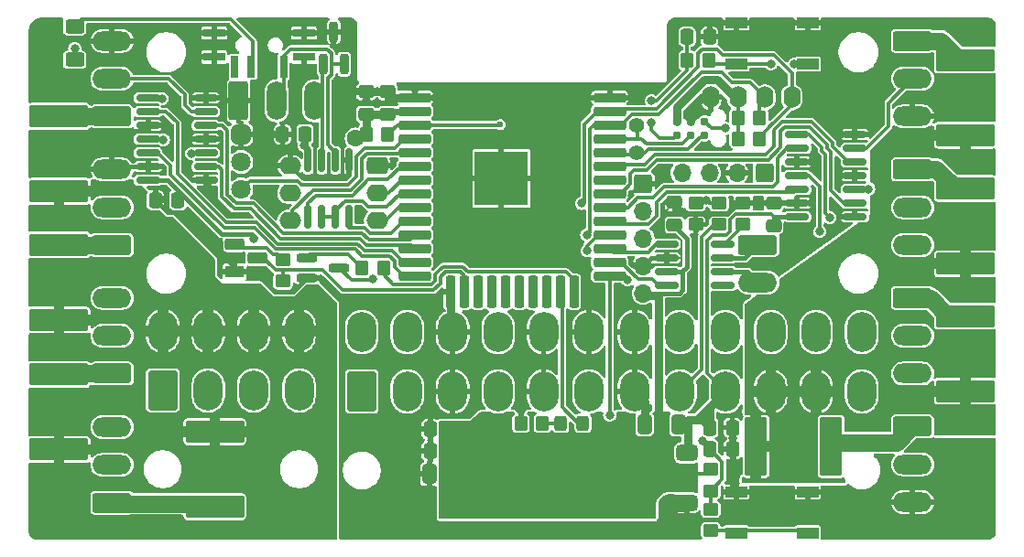
<source format=gbr>
%TF.GenerationSoftware,KiCad,Pcbnew,8.0.7*%
%TF.CreationDate,2025-01-14T22:55:28+01:00*%
%TF.ProjectId,esp32_octal_wled,65737033-325f-46f6-9374-616c5f776c65,rev?*%
%TF.SameCoordinates,Original*%
%TF.FileFunction,Copper,L1,Top*%
%TF.FilePolarity,Positive*%
%FSLAX46Y46*%
G04 Gerber Fmt 4.6, Leading zero omitted, Abs format (unit mm)*
G04 Created by KiCad (PCBNEW 8.0.7) date 2025-01-14 22:55:28*
%MOMM*%
%LPD*%
G01*
G04 APERTURE LIST*
G04 Aperture macros list*
%AMRoundRect*
0 Rectangle with rounded corners*
0 $1 Rounding radius*
0 $2 $3 $4 $5 $6 $7 $8 $9 X,Y pos of 4 corners*
0 Add a 4 corners polygon primitive as box body*
4,1,4,$2,$3,$4,$5,$6,$7,$8,$9,$2,$3,0*
0 Add four circle primitives for the rounded corners*
1,1,$1+$1,$2,$3*
1,1,$1+$1,$4,$5*
1,1,$1+$1,$6,$7*
1,1,$1+$1,$8,$9*
0 Add four rect primitives between the rounded corners*
20,1,$1+$1,$2,$3,$4,$5,0*
20,1,$1+$1,$4,$5,$6,$7,0*
20,1,$1+$1,$6,$7,$8,$9,0*
20,1,$1+$1,$8,$9,$2,$3,0*%
G04 Aperture macros list end*
%TA.AperFunction,SMDPad,CuDef*%
%ADD10RoundRect,0.250001X2.474999X-0.799999X2.474999X0.799999X-2.474999X0.799999X-2.474999X-0.799999X0*%
%TD*%
%TA.AperFunction,SMDPad,CuDef*%
%ADD11RoundRect,0.250001X-2.474999X0.799999X-2.474999X-0.799999X2.474999X-0.799999X2.474999X0.799999X0*%
%TD*%
%TA.AperFunction,SMDPad,CuDef*%
%ADD12R,2.000000X1.000000*%
%TD*%
%TA.AperFunction,SMDPad,CuDef*%
%ADD13RoundRect,0.150000X0.950000X0.150000X-0.950000X0.150000X-0.950000X-0.150000X0.950000X-0.150000X0*%
%TD*%
%TA.AperFunction,SMDPad,CuDef*%
%ADD14RoundRect,0.250000X0.337500X0.475000X-0.337500X0.475000X-0.337500X-0.475000X0.337500X-0.475000X0*%
%TD*%
%TA.AperFunction,SMDPad,CuDef*%
%ADD15RoundRect,0.250000X0.350000X0.450000X-0.350000X0.450000X-0.350000X-0.450000X0.350000X-0.450000X0*%
%TD*%
%TA.AperFunction,SMDPad,CuDef*%
%ADD16RoundRect,0.250000X-0.337500X-0.475000X0.337500X-0.475000X0.337500X0.475000X-0.337500X0.475000X0*%
%TD*%
%TA.AperFunction,ComponentPad*%
%ADD17C,1.400000*%
%TD*%
%TA.AperFunction,SMDPad,CuDef*%
%ADD18RoundRect,0.200000X0.200000X-0.750000X0.200000X0.750000X-0.200000X0.750000X-0.200000X-0.750000X0*%
%TD*%
%TA.AperFunction,SMDPad,CuDef*%
%ADD19RoundRect,0.250001X-0.799999X-2.474999X0.799999X-2.474999X0.799999X2.474999X-0.799999X2.474999X0*%
%TD*%
%TA.AperFunction,SMDPad,CuDef*%
%ADD20RoundRect,0.250000X0.475000X-0.337500X0.475000X0.337500X-0.475000X0.337500X-0.475000X-0.337500X0*%
%TD*%
%TA.AperFunction,SMDPad,CuDef*%
%ADD21RoundRect,0.225000X-1.275000X-0.225000X1.275000X-0.225000X1.275000X0.225000X-1.275000X0.225000X0*%
%TD*%
%TA.AperFunction,SMDPad,CuDef*%
%ADD22RoundRect,0.225000X0.225000X-1.275000X0.225000X1.275000X-0.225000X1.275000X-0.225000X-1.275000X0*%
%TD*%
%TA.AperFunction,SMDPad,CuDef*%
%ADD23RoundRect,0.225000X1.275000X0.225000X-1.275000X0.225000X-1.275000X-0.225000X1.275000X-0.225000X0*%
%TD*%
%TA.AperFunction,ComponentPad*%
%ADD24R,5.000000X5.000000*%
%TD*%
%TA.AperFunction,SMDPad,CuDef*%
%ADD25RoundRect,0.250000X0.450000X-0.350000X0.450000X0.350000X-0.450000X0.350000X-0.450000X-0.350000X0*%
%TD*%
%TA.AperFunction,SMDPad,CuDef*%
%ADD26RoundRect,0.250000X-0.350000X-0.450000X0.350000X-0.450000X0.350000X0.450000X-0.350000X0.450000X0*%
%TD*%
%TA.AperFunction,SMDPad,CuDef*%
%ADD27RoundRect,0.250000X0.412500X0.650000X-0.412500X0.650000X-0.412500X-0.650000X0.412500X-0.650000X0*%
%TD*%
%TA.AperFunction,SMDPad,CuDef*%
%ADD28R,0.700000X2.000000*%
%TD*%
%TA.AperFunction,SMDPad,CuDef*%
%ADD29R,2.000000X0.800000*%
%TD*%
%TA.AperFunction,SMDPad,CuDef*%
%ADD30RoundRect,0.250000X-0.450000X0.350000X-0.450000X-0.350000X0.450000X-0.350000X0.450000X0.350000X0*%
%TD*%
%TA.AperFunction,SMDPad,CuDef*%
%ADD31RoundRect,0.250000X0.625000X-0.400000X0.625000X0.400000X-0.625000X0.400000X-0.625000X-0.400000X0*%
%TD*%
%TA.AperFunction,SMDPad,CuDef*%
%ADD32RoundRect,0.200000X-0.750000X-0.200000X0.750000X-0.200000X0.750000X0.200000X-0.750000X0.200000X0*%
%TD*%
%TA.AperFunction,SMDPad,CuDef*%
%ADD33RoundRect,0.375000X0.625000X0.375000X-0.625000X0.375000X-0.625000X-0.375000X0.625000X-0.375000X0*%
%TD*%
%TA.AperFunction,SMDPad,CuDef*%
%ADD34RoundRect,0.500000X0.500000X1.400000X-0.500000X1.400000X-0.500000X-1.400000X0.500000X-1.400000X0*%
%TD*%
%TA.AperFunction,SMDPad,CuDef*%
%ADD35RoundRect,0.150000X-0.950000X-0.150000X0.950000X-0.150000X0.950000X0.150000X-0.950000X0.150000X0*%
%TD*%
%TA.AperFunction,ConnectorPad*%
%ADD36C,0.787400*%
%TD*%
%TA.AperFunction,SMDPad,CuDef*%
%ADD37RoundRect,0.150000X0.150000X-0.950000X0.150000X0.950000X-0.150000X0.950000X-0.150000X-0.950000X0*%
%TD*%
%TA.AperFunction,SMDPad,CuDef*%
%ADD38RoundRect,0.250000X-0.325000X-0.450000X0.325000X-0.450000X0.325000X0.450000X-0.325000X0.450000X0*%
%TD*%
%TA.AperFunction,ComponentPad*%
%ADD39RoundRect,0.250000X1.550000X-0.650000X1.550000X0.650000X-1.550000X0.650000X-1.550000X-0.650000X0*%
%TD*%
%TA.AperFunction,ComponentPad*%
%ADD40O,3.600000X1.800000*%
%TD*%
%TA.AperFunction,ComponentPad*%
%ADD41RoundRect,0.250000X-1.550000X0.650000X-1.550000X-0.650000X1.550000X-0.650000X1.550000X0.650000X0*%
%TD*%
%TA.AperFunction,ComponentPad*%
%ADD42RoundRect,0.400000X0.600000X0.400000X-0.600000X0.400000X-0.600000X-0.400000X0.600000X-0.400000X0*%
%TD*%
%TA.AperFunction,ComponentPad*%
%ADD43O,2.000000X1.600000*%
%TD*%
%TA.AperFunction,ComponentPad*%
%ADD44RoundRect,0.250001X-1.099999X-1.599999X1.099999X-1.599999X1.099999X1.599999X-1.099999X1.599999X0*%
%TD*%
%TA.AperFunction,ComponentPad*%
%ADD45O,2.700000X3.700000*%
%TD*%
%TA.AperFunction,ComponentPad*%
%ADD46RoundRect,0.450000X-0.450000X0.450000X-0.450000X-0.450000X0.450000X-0.450000X0.450000X0.450000X0*%
%TD*%
%TA.AperFunction,ComponentPad*%
%ADD47C,1.800000*%
%TD*%
%TA.AperFunction,ComponentPad*%
%ADD48RoundRect,0.250000X0.600000X0.600000X-0.600000X0.600000X-0.600000X-0.600000X0.600000X-0.600000X0*%
%TD*%
%TA.AperFunction,ComponentPad*%
%ADD49O,1.700000X1.700000*%
%TD*%
%TA.AperFunction,ComponentPad*%
%ADD50R,1.800000X1.100000*%
%TD*%
%TA.AperFunction,ComponentPad*%
%ADD51RoundRect,0.275000X0.625000X-0.275000X0.625000X0.275000X-0.625000X0.275000X-0.625000X-0.275000X0*%
%TD*%
%TA.AperFunction,ComponentPad*%
%ADD52O,1.600000X2.000000*%
%TD*%
%TA.AperFunction,ComponentPad*%
%ADD53RoundRect,0.250000X-0.650000X-1.550000X0.650000X-1.550000X0.650000X1.550000X-0.650000X1.550000X0*%
%TD*%
%TA.AperFunction,ComponentPad*%
%ADD54O,1.800000X3.600000*%
%TD*%
%TA.AperFunction,ComponentPad*%
%ADD55RoundRect,0.250000X0.600000X-0.600000X0.600000X0.600000X-0.600000X0.600000X-0.600000X-0.600000X0*%
%TD*%
%TA.AperFunction,ViaPad*%
%ADD56C,0.800000*%
%TD*%
%TA.AperFunction,ViaPad*%
%ADD57C,0.600000*%
%TD*%
%TA.AperFunction,ViaPad*%
%ADD58C,1.600000*%
%TD*%
%TA.AperFunction,Conductor*%
%ADD59C,0.300000*%
%TD*%
%TA.AperFunction,Conductor*%
%ADD60C,0.400000*%
%TD*%
%TA.AperFunction,Conductor*%
%ADD61C,0.200000*%
%TD*%
%TA.AperFunction,Conductor*%
%ADD62C,0.800000*%
%TD*%
%TA.AperFunction,Conductor*%
%ADD63C,0.600000*%
%TD*%
%TA.AperFunction,Conductor*%
%ADD64C,1.600000*%
%TD*%
G04 APERTURE END LIST*
D10*
%TO.P,F2,1*%
%TO.N,+12V*%
X103100000Y-140275000D03*
%TO.P,F2,2*%
%TO.N,Net-(J2-Pin_1)*%
X103100000Y-133325000D03*
%TD*%
D11*
%TO.P,F1,1*%
%TO.N,+12V*%
X117500000Y-138625000D03*
%TO.P,F1,2*%
%TO.N,Net-(J1-Pin_1)*%
X117500000Y-145575000D03*
%TD*%
D12*
%TO.P,SW2,1,1*%
%TO.N,Net-(R8-Pad1)*%
X172300000Y-104600000D03*
X165700000Y-104600000D03*
%TO.P,SW2,2,2*%
%TO.N,GND*%
X172300000Y-100800000D03*
X165700000Y-100800000D03*
%TD*%
D13*
%TO.P,U3,1*%
%TO.N,GND*%
X116675000Y-115360000D03*
%TO.P,U3,2*%
%TO.N,STRIP1*%
X116675000Y-114090000D03*
%TO.P,U3,3*%
%TO.N,STRIP_5V_1*%
X116675000Y-112820000D03*
%TO.P,U3,4*%
%TO.N,GND*%
X116675000Y-111550000D03*
%TO.P,U3,5*%
%TO.N,STRIP4*%
X116675000Y-110280000D03*
%TO.P,U3,6*%
%TO.N,STRIP_5V_4*%
X116675000Y-109010000D03*
%TO.P,U3,7,GND*%
%TO.N,GND*%
X116675000Y-107740000D03*
%TO.P,U3,8*%
%TO.N,STRIP_5V_3*%
X111325000Y-107740000D03*
%TO.P,U3,9*%
%TO.N,STRIP3*%
X111325000Y-109010000D03*
%TO.P,U3,10*%
%TO.N,GND*%
X111325000Y-110280000D03*
%TO.P,U3,11*%
%TO.N,STRIP_5V_2*%
X111325000Y-111550000D03*
%TO.P,U3,12*%
%TO.N,STRIP2*%
X111325000Y-112820000D03*
%TO.P,U3,13*%
%TO.N,GND*%
X111325000Y-114090000D03*
%TO.P,U3,14,VCC*%
%TO.N,+5V*%
X111325000Y-115360000D03*
%TD*%
D14*
%TO.P,C4,1*%
%TO.N,+3V3*%
X139487500Y-140400000D03*
%TO.P,C4,2*%
%TO.N,GND*%
X137412500Y-140400000D03*
%TD*%
%TO.P,C3,1*%
%TO.N,+3V3*%
X139487500Y-138400000D03*
%TO.P,C3,2*%
%TO.N,GND*%
X137412500Y-138400000D03*
%TD*%
D15*
%TO.P,R8,1*%
%TO.N,Net-(R8-Pad1)*%
X163150000Y-104250000D03*
%TO.P,R8,2*%
%TO.N,PROG_EN*%
X161150000Y-104250000D03*
%TD*%
D16*
%TO.P,C9,1*%
%TO.N,PROG_IO0*%
X163262500Y-140250000D03*
%TO.P,C9,2*%
%TO.N,GND*%
X165337500Y-140250000D03*
%TD*%
D17*
%TO.P,J9,1,Pin_1*%
%TO.N,PROG_TX*%
X156500000Y-110300000D03*
%TO.P,J9,2,Pin_2*%
%TO.N,PROG_RX*%
X156500000Y-112840000D03*
%TD*%
D18*
%TO.P,D1,1,K*%
%TO.N,RS485B*%
X127550000Y-104600000D03*
%TO.P,D1,2,K*%
%TO.N,RS485A*%
X129450000Y-104600000D03*
%TO.P,D1,3,A*%
%TO.N,GND*%
X128500000Y-101600000D03*
%TD*%
D10*
%TO.P,F5,1*%
%TO.N,+12V*%
X186900000Y-111175000D03*
%TO.P,F5,2*%
%TO.N,Net-(J13-Pin_1)*%
X186900000Y-104225000D03*
%TD*%
D19*
%TO.P,F8,1*%
%TO.N,+12V*%
X167525000Y-140000000D03*
%TO.P,F8,2*%
%TO.N,Net-(J16-Pin_1)*%
X174475000Y-140000000D03*
%TD*%
D20*
%TO.P,C13,2*%
%TO.N,GND*%
X160000000Y-117412500D03*
%TO.P,C13,1*%
%TO.N,+3V3*%
X160000000Y-119487500D03*
%TD*%
D21*
%TO.P,U2,1,GND*%
%TO.N,GND*%
X135995000Y-107690000D03*
%TO.P,U2,2,3V3*%
%TO.N,+3V3*%
X135995000Y-108960000D03*
%TO.P,U2,3,EN/CHIP_PU*%
%TO.N,PROG_EN*%
X135995000Y-110230000D03*
%TO.P,U2,4,SENSOR_VP/GPIO36/ADC1_CH0*%
%TO.N,MOVE*%
X135995000Y-111500000D03*
%TO.P,U2,5,SENSOR_VN/GPIO39/ADC1_CH3*%
%TO.N,I2S_SD*%
X135995000Y-112770000D03*
%TO.P,U2,6,GPIO34/ADC1_CH6*%
%TO.N,485_RO*%
X135995000Y-114040000D03*
%TO.P,U2,7,GPIO35/ADC1_CH7*%
%TO.N,I2S_WS*%
X135995000Y-115310000D03*
%TO.P,U2,8,32K_XP/GPIO32/ADC1_CH4*%
%TO.N,485_DE*%
X135995000Y-116580000D03*
%TO.P,U2,9,32K_XN/GPIO33/ADC1_CH5*%
%TO.N,I2S_SCK*%
X135995000Y-117850000D03*
%TO.P,U2,10,DAC_1/ADC2_CH8/GPIO25*%
%TO.N,485_DI*%
X135995000Y-119120000D03*
%TO.P,U2,11,DAC_2/ADC2_CH9/GPIO26*%
%TO.N,STRIP4*%
X135995000Y-120390000D03*
%TO.P,U2,12,ADC2_CH7/GPIO27*%
%TO.N,STRIP1*%
X135995000Y-121660000D03*
%TO.P,U2,13,MTMS/GPIO14/ADC2_CH6*%
%TO.N,STRIP3*%
X135995000Y-122930000D03*
%TO.P,U2,14,MTDI/GPIO12/ADC2_CH5*%
%TO.N,STRIP2*%
X135995000Y-124200000D03*
D22*
%TO.P,U2,15,GND*%
%TO.N,GND*%
X139280000Y-125700000D03*
%TO.P,U2,16,MTCK/GPIO13/ADC2_CH4*%
%TO.N,Onewire*%
X140550000Y-125700000D03*
%TO.P,U2,17*%
%TO.N,N/C*%
X141820000Y-125700000D03*
%TO.P,U2,18*%
X143090000Y-125700000D03*
%TO.P,U2,19*%
X144360000Y-125700000D03*
%TO.P,U2,20*%
X145630000Y-125700000D03*
%TO.P,U2,21*%
X146900000Y-125700000D03*
%TO.P,U2,22*%
X148170000Y-125700000D03*
%TO.P,U2,23,MTDO/GPIO15/ADC2_CH3*%
%TO.N,Net-(D2-A)*%
X149440000Y-125700000D03*
%TO.P,U2,24,ADC2_CH2/GPIO2*%
%TO.N,K1*%
X150710000Y-125700000D03*
D23*
%TO.P,U2,25,GPIO0/BOOT/ADC2_CH1*%
%TO.N,PROG_IO0*%
X153995000Y-124200000D03*
%TO.P,U2,26,ADC2_CH0/GPIO4*%
%TO.N,CAN_RX*%
X153995000Y-122930000D03*
%TO.P,U2,27,GPIO16*%
%TO.N,CAN_TX*%
X153995000Y-121660000D03*
%TO.P,U2,28,GPIO17*%
%TO.N,PWR_OK*%
X153995000Y-120390000D03*
%TO.P,U2,29,GPIO5*%
%TO.N,STRIP8*%
X153995000Y-119120000D03*
%TO.P,U2,30,GPIO18*%
%TO.N,STRIP7*%
X153995000Y-117850000D03*
%TO.P,U2,31,GPIO19*%
%TO.N,STRIP6*%
X153995000Y-116580000D03*
%TO.P,U2,32*%
%TO.N,N/C*%
X153995000Y-115310000D03*
%TO.P,U2,33,GPIO21*%
%TO.N,STRIP5*%
X153995000Y-114040000D03*
%TO.P,U2,34,U0RXD/GPIO3*%
%TO.N,PROG_RX*%
X153995000Y-112770000D03*
%TO.P,U2,35,U0TXD/GPIO1*%
%TO.N,PROG_TX*%
X153995000Y-111500000D03*
%TO.P,U2,36,GPIO22*%
%TO.N,SCL*%
X153995000Y-110230000D03*
%TO.P,U2,37,GPIO23*%
%TO.N,SDA*%
X153995000Y-108960000D03*
%TO.P,U2,38,GND*%
%TO.N,GND*%
X153995000Y-107690000D03*
D24*
%TO.P,U2,39,GND_THERMAL*%
X143995000Y-115190000D03*
%TD*%
D25*
%TO.P,R12,1*%
%TO.N,Net-(R12-Pad1)*%
X163350000Y-147800000D03*
%TO.P,R12,2*%
%TO.N,PROG_IO0*%
X163350000Y-145800000D03*
%TD*%
D20*
%TO.P,C7,1*%
%TO.N,+3V3*%
X131495000Y-109237500D03*
%TO.P,C7,2*%
%TO.N,GND*%
X131495000Y-107162500D03*
%TD*%
D25*
%TO.P,R2,1*%
%TO.N,GND*%
X161950000Y-119450000D03*
%TO.P,R2,2*%
%TO.N,PWR_OK*%
X161950000Y-117450000D03*
%TD*%
D10*
%TO.P,F7,1*%
%TO.N,+12V*%
X186900000Y-134875000D03*
%TO.P,F7,2*%
%TO.N,Net-(J15-Pin_1)*%
X186900000Y-127925000D03*
%TD*%
D26*
%TO.P,R5,2*%
%TO.N,SDA*%
X167850000Y-111500000D03*
%TO.P,R5,1*%
%TO.N,+3V3*%
X165850000Y-111500000D03*
%TD*%
D16*
%TO.P,C2,1*%
%TO.N,+5V*%
X163262500Y-138250000D03*
%TO.P,C2,2*%
%TO.N,GND*%
X165337500Y-138250000D03*
%TD*%
D27*
%TO.P,C5,1*%
%TO.N,+3V3*%
X140462500Y-142550000D03*
%TO.P,C5,2*%
%TO.N,GND*%
X137337500Y-142550000D03*
%TD*%
D10*
%TO.P,F6,1*%
%TO.N,+12V*%
X186900000Y-123075000D03*
%TO.P,F6,2*%
%TO.N,Net-(J14-Pin_1)*%
X186900000Y-116125000D03*
%TD*%
D14*
%TO.P,C12,1*%
%TO.N,+3V3*%
X125837500Y-111100000D03*
%TO.P,C12,2*%
%TO.N,GND*%
X123762500Y-111100000D03*
%TD*%
D26*
%TO.P,R9,1*%
%TO.N,GND*%
X145800000Y-137850000D03*
%TO.P,R9,2*%
%TO.N,Net-(D2-K)*%
X147800000Y-137850000D03*
%TD*%
D25*
%TO.P,R10,1*%
%TO.N,Net-(U7-Rs)*%
X166350000Y-119450000D03*
%TO.P,R10,2*%
%TO.N,GND*%
X166350000Y-117450000D03*
%TD*%
D10*
%TO.P,F4,1*%
%TO.N,+12V*%
X103100000Y-116375000D03*
%TO.P,F4,2*%
%TO.N,Net-(J7-Pin_1)*%
X103100000Y-109425000D03*
%TD*%
D15*
%TO.P,R4,1*%
%TO.N,K1*%
X133100000Y-123500000D03*
%TO.P,R4,2*%
%TO.N,Net-(Q2-B)*%
X131100000Y-123500000D03*
%TD*%
D28*
%TO.P,SW1,1,A*%
%TO.N,RS485A*%
X123850000Y-104852500D03*
%TO.P,SW1,2,B*%
%TO.N,Net-(SW1-B)*%
X120850000Y-104852500D03*
%TO.P,SW1,3,C*%
%TO.N,unconnected-(SW1-C-Pad3)*%
X119350000Y-104852500D03*
D29*
%TO.P,SW1,CASE,CASE*%
%TO.N,GND*%
X125750000Y-103952500D03*
X125750000Y-101742500D03*
X117450000Y-103952500D03*
X117450000Y-101742500D03*
%TD*%
D30*
%TO.P,R3,1*%
%TO.N,PWR_OK*%
X164100000Y-117450000D03*
%TO.P,R3,2*%
%TO.N,Net-(J12-PWR_OK)*%
X164100000Y-119450000D03*
%TD*%
D27*
%TO.P,C1,1*%
%TO.N,+5V*%
X160362500Y-137950000D03*
%TO.P,C1,2*%
%TO.N,GND*%
X157237500Y-137950000D03*
%TD*%
D31*
%TO.P,R1,1*%
%TO.N,RS485B*%
X104550000Y-104200000D03*
%TO.P,R1,2*%
%TO.N,Net-(SW1-B)*%
X104550000Y-101100000D03*
%TD*%
D14*
%TO.P,C10,1*%
%TO.N,+5V*%
X114087500Y-117200000D03*
%TO.P,C10,2*%
%TO.N,GND*%
X112012500Y-117200000D03*
%TD*%
D32*
%TO.P,Q2,1,B*%
%TO.N,Net-(Q2-B)*%
X126000000Y-122500000D03*
%TO.P,Q2,2,E*%
%TO.N,GND*%
X126000000Y-124400000D03*
%TO.P,Q2,3,C*%
%TO.N,Net-(J12-PS_ON#)*%
X129000000Y-123450000D03*
%TD*%
D10*
%TO.P,F3,1*%
%TO.N,+12V*%
X103100000Y-128275000D03*
%TO.P,F3,2*%
%TO.N,Net-(J6-Pin_1)*%
X103100000Y-121325000D03*
%TD*%
D33*
%TO.P,U1,1,GND*%
%TO.N,GND*%
X161150000Y-145200000D03*
%TO.P,U1,2,VO*%
%TO.N,+3V3*%
X161150000Y-142900000D03*
D34*
X154850000Y-142900000D03*
D33*
%TO.P,U1,3,VI*%
%TO.N,+5V*%
X161150000Y-140600000D03*
%TD*%
D12*
%TO.P,SW4,1,1*%
%TO.N,Net-(R12-Pad1)*%
X172300000Y-148000000D03*
X165700000Y-148000000D03*
%TO.P,SW4,2,2*%
%TO.N,GND*%
X172300000Y-144200000D03*
X165700000Y-144200000D03*
%TD*%
D35*
%TO.P,U7,1,D*%
%TO.N,CAN_TX*%
X159250000Y-121295000D03*
%TO.P,U7,2,GND*%
%TO.N,GND*%
X159250000Y-122565000D03*
%TO.P,U7,3,VCC*%
%TO.N,+3V3*%
X159250000Y-123835000D03*
%TO.P,U7,4,R*%
%TO.N,CAN_RX*%
X159250000Y-125105000D03*
%TO.P,U7,5,Vref*%
%TO.N,unconnected-(U7-Vref-Pad5)*%
X164450000Y-125105000D03*
%TO.P,U7,6,CANL*%
%TO.N,CANL*%
X164450000Y-123835000D03*
%TO.P,U7,7,CANH*%
%TO.N,CANH*%
X164450000Y-122565000D03*
%TO.P,U7,8,Rs*%
%TO.N,Net-(U7-Rs)*%
X164450000Y-121295000D03*
%TD*%
D36*
%TO.P,J3,1,Pin_1*%
%TO.N,PROG_EN*%
X160230000Y-111170000D03*
%TO.P,J3,2,Pin_2*%
%TO.N,+3V3*%
X160230000Y-109900000D03*
%TO.P,J3,3,Pin_3*%
%TO.N,PROG_TX*%
X161500000Y-111170000D03*
%TO.P,J3,4,Pin_4*%
%TO.N,GND*%
X161500000Y-109900000D03*
%TO.P,J3,5,Pin_5*%
%TO.N,PROG_RX*%
X162770000Y-111170000D03*
%TO.P,J3,6,Pin_6*%
%TO.N,PROG_IO0*%
X162770000Y-109900000D03*
%TD*%
D25*
%TO.P,R11,1*%
%TO.N,PROG_IO0*%
X163350000Y-144100000D03*
%TO.P,R11,2*%
%TO.N,+3V3*%
X163350000Y-142100000D03*
%TD*%
D15*
%TO.P,R7,1*%
%TO.N,PROG_EN*%
X133500000Y-111100000D03*
%TO.P,R7,2*%
%TO.N,+3V3*%
X131500000Y-111100000D03*
%TD*%
D16*
%TO.P,C8,1*%
%TO.N,PROG_EN*%
X161162500Y-102050000D03*
%TO.P,C8,2*%
%TO.N,GND*%
X163237500Y-102050000D03*
%TD*%
D37*
%TO.P,U5,1,RO*%
%TO.N,485_RO*%
X126130000Y-118700000D03*
%TO.P,U5,2,~{RE}*%
%TO.N,485_DE*%
X127400000Y-118700000D03*
%TO.P,U5,3,DE*%
X128670000Y-118700000D03*
%TO.P,U5,4,DI*%
%TO.N,485_DI*%
X129940000Y-118700000D03*
%TO.P,U5,5,GND*%
%TO.N,GND*%
X129940000Y-113500000D03*
%TO.P,U5,6,A*%
%TO.N,RS485A*%
X128670000Y-113500000D03*
%TO.P,U5,7,B*%
%TO.N,RS485B*%
X127400000Y-113500000D03*
%TO.P,U5,8,VCC*%
%TO.N,+3V3*%
X126130000Y-113500000D03*
%TD*%
D13*
%TO.P,U4,1*%
%TO.N,GND*%
X176675000Y-118710000D03*
%TO.P,U4,2*%
%TO.N,STRIP6*%
X176675000Y-117440000D03*
%TO.P,U4,3*%
%TO.N,STRIP_5V_6*%
X176675000Y-116170000D03*
%TO.P,U4,4*%
%TO.N,GND*%
X176675000Y-114900000D03*
%TO.P,U4,5*%
%TO.N,STRIP5*%
X176675000Y-113630000D03*
%TO.P,U4,6*%
%TO.N,STRIP_5V_5*%
X176675000Y-112360000D03*
%TO.P,U4,7,GND*%
%TO.N,GND*%
X176675000Y-111090000D03*
%TO.P,U4,8*%
%TO.N,STRIP_5V_7*%
X171325000Y-111090000D03*
%TO.P,U4,9*%
%TO.N,STRIP7*%
X171325000Y-112360000D03*
%TO.P,U4,10*%
%TO.N,GND*%
X171325000Y-113630000D03*
%TO.P,U4,11*%
%TO.N,STRIP_5V_8*%
X171325000Y-114900000D03*
%TO.P,U4,12*%
%TO.N,STRIP8*%
X171325000Y-116170000D03*
%TO.P,U4,13*%
%TO.N,GND*%
X171325000Y-117440000D03*
%TO.P,U4,14,VCC*%
%TO.N,+5V*%
X171325000Y-118710000D03*
%TD*%
D20*
%TO.P,C11,1*%
%TO.N,+5V*%
X169150000Y-119537500D03*
%TO.P,C11,2*%
%TO.N,GND*%
X169150000Y-117462500D03*
%TD*%
%TO.P,C6,1*%
%TO.N,+3V3*%
X133495000Y-109237500D03*
%TO.P,C6,2*%
%TO.N,GND*%
X133495000Y-107162500D03*
%TD*%
D38*
%TO.P,D2,1,K*%
%TO.N,Net-(D2-K)*%
X149475000Y-137850000D03*
%TO.P,D2,2,A*%
%TO.N,Net-(D2-A)*%
X151525000Y-137850000D03*
%TD*%
D25*
%TO.P,R14,1*%
%TO.N,Onewire*%
X123800000Y-124700000D03*
%TO.P,R14,2*%
%TO.N,+3V3*%
X123800000Y-122700000D03*
%TD*%
D26*
%TO.P,R6,2*%
%TO.N,SCL*%
X167850000Y-109550000D03*
%TO.P,R6,1*%
%TO.N,+3V3*%
X165850000Y-109550000D03*
%TD*%
D39*
%TO.P,J7,1,Pin_1*%
%TO.N,Net-(J7-Pin_1)*%
X107995000Y-109450000D03*
D40*
%TO.P,J7,2,Pin_2*%
%TO.N,STRIP_5V_4*%
X107995000Y-105950000D03*
%TO.P,J7,3,Pin_3*%
%TO.N,GND*%
X107995000Y-102450000D03*
%TD*%
D41*
%TO.P,J14,1,Pin_1*%
%TO.N,Net-(J14-Pin_1)*%
X181995000Y-114350000D03*
D40*
%TO.P,J14,2,Pin_2*%
%TO.N,STRIP_5V_6*%
X181995000Y-117850000D03*
%TO.P,J14,3,Pin_3*%
%TO.N,GND*%
X181995000Y-121350000D03*
%TD*%
D42*
%TO.P,U6,1,L/R*%
%TO.N,GND*%
X132500000Y-114000000D03*
D43*
%TO.P,U6,2,WS*%
%TO.N,I2S_WS*%
X132500000Y-116540000D03*
%TO.P,U6,3,SCK*%
%TO.N,I2S_SCK*%
X132500000Y-119080000D03*
%TO.P,U6,4,SD*%
%TO.N,I2S_SD*%
X124480000Y-119080000D03*
%TO.P,U6,5,VDD*%
%TO.N,+3V3*%
X124480000Y-116540000D03*
%TO.P,U6,6,GND*%
%TO.N,GND*%
X124480000Y-114000000D03*
%TD*%
D41*
%TO.P,J15,1,Pin_1*%
%TO.N,Net-(J15-Pin_1)*%
X181995000Y-126250000D03*
D40*
%TO.P,J15,2,Pin_2*%
%TO.N,STRIP_5V_7*%
X181995000Y-129750000D03*
%TO.P,J15,3,Pin_3*%
%TO.N,GND*%
X181995000Y-133250000D03*
%TD*%
D39*
%TO.P,J1,1,Pin_1*%
%TO.N,Net-(J1-Pin_1)*%
X107995000Y-145200000D03*
D40*
%TO.P,J1,2,Pin_2*%
%TO.N,STRIP_5V_1*%
X107995000Y-141700000D03*
%TO.P,J1,3,Pin_3*%
%TO.N,GND*%
X107995000Y-138200000D03*
%TD*%
D44*
%TO.P,J12,1,+3.3V*%
%TO.N,unconnected-(J12-+3.3V-Pad1)_3*%
X131095000Y-134900000D03*
D45*
%TO.P,J12,2,+3.3V*%
%TO.N,unconnected-(J12-+3.3V-Pad1)_2*%
X135295000Y-134900000D03*
%TO.P,J12,3,GND*%
%TO.N,GND*%
X139495000Y-134900000D03*
%TO.P,J12,4,+5V*%
%TO.N,unconnected-(J12-+5V-Pad21)_3*%
X143695000Y-134900000D03*
%TO.P,J12,5,GND*%
%TO.N,GND*%
X147895000Y-134900000D03*
%TO.P,J12,6,+5V*%
%TO.N,unconnected-(J12-+5V-Pad21)_2*%
X152095000Y-134900000D03*
%TO.P,J12,7,GND*%
%TO.N,GND*%
X156295000Y-134900000D03*
%TO.P,J12,8,PWR_OK*%
%TO.N,Net-(J12-PWR_OK)*%
X160495000Y-134900000D03*
%TO.P,J12,9,+5VSB*%
%TO.N,+5V*%
X164695000Y-134900000D03*
%TO.P,J12,10,+12V*%
%TO.N,+12V*%
X168895000Y-134900000D03*
%TO.P,J12,11,+12V*%
X173095000Y-134900000D03*
%TO.P,J12,12,+3.3V*%
%TO.N,unconnected-(J12-+3.3V-Pad1)*%
X177295000Y-134900000D03*
%TO.P,J12,13,+3.3V*%
%TO.N,unconnected-(J12-+3.3V-Pad1)_1*%
X131095000Y-129400000D03*
%TO.P,J12,14,-12V*%
%TO.N,unconnected-(J12--12V-Pad14)*%
X135295000Y-129400000D03*
%TO.P,J12,15,GND*%
%TO.N,GND*%
X139495000Y-129400000D03*
%TO.P,J12,16,PS_ON#*%
%TO.N,Net-(J12-PS_ON#)*%
X143695000Y-129400000D03*
%TO.P,J12,17,GND*%
%TO.N,GND*%
X147895000Y-129400000D03*
%TO.P,J12,18,GND*%
X152095000Y-129400000D03*
%TO.P,J12,19,GND*%
X156295000Y-129400000D03*
%TO.P,J12,20,NC*%
%TO.N,unconnected-(J12-NC-Pad20)*%
X160495000Y-129400000D03*
%TO.P,J12,21,+5V*%
%TO.N,unconnected-(J12-+5V-Pad21)_4*%
X164695000Y-129400000D03*
%TO.P,J12,22,+5V*%
%TO.N,unconnected-(J12-+5V-Pad21)*%
X168895000Y-129400000D03*
%TO.P,J12,23,+5V*%
%TO.N,unconnected-(J12-+5V-Pad21)_1*%
X173095000Y-129400000D03*
%TO.P,J12,24,GND*%
%TO.N,GND*%
X177295000Y-129400000D03*
%TD*%
D39*
%TO.P,J2,1,Pin_1*%
%TO.N,Net-(J2-Pin_1)*%
X107995000Y-133250000D03*
D40*
%TO.P,J2,2,Pin_2*%
%TO.N,STRIP_5V_2*%
X107995000Y-129750000D03*
%TO.P,J2,3,Pin_3*%
%TO.N,GND*%
X107995000Y-126250000D03*
%TD*%
D46*
%TO.P,U10,1,GND*%
%TO.N,GND*%
X119946000Y-111110000D03*
D47*
%TO.P,U10,2,VCC*%
%TO.N,+3V3*%
X119946000Y-113650000D03*
%TO.P,U10,3,OUT*%
%TO.N,MOVE*%
X119946000Y-116190000D03*
%TD*%
D41*
%TO.P,J13,1,Pin_1*%
%TO.N,Net-(J13-Pin_1)*%
X181995000Y-102450000D03*
D40*
%TO.P,J13,2,Pin_2*%
%TO.N,STRIP_5V_5*%
X181995000Y-105950000D03*
%TO.P,J13,3,Pin_3*%
%TO.N,GND*%
X181995000Y-109450000D03*
%TD*%
D48*
%TO.P,J17,1,Pin_1*%
%TO.N,GND*%
X157100000Y-115650000D03*
D49*
%TO.P,J17,2,Pin_2*%
%TO.N,SDA*%
X157100000Y-118190000D03*
%TO.P,J17,3,Pin_3*%
%TO.N,SCL*%
X157100000Y-120730000D03*
%TO.P,J17,4,Pin_4*%
%TO.N,GND*%
X157100000Y-123270000D03*
%TO.P,J17,5,Pin_5*%
%TO.N,+3V3*%
X157100000Y-125810000D03*
%TD*%
D41*
%TO.P,J5,1,Pin_1*%
%TO.N,CANH*%
X167700000Y-121317500D03*
D40*
%TO.P,J5,2,Pin_2*%
%TO.N,CANL*%
X167700000Y-124817500D03*
%TD*%
D50*
%TO.P,U9,1,GND*%
%TO.N,GND*%
X119350000Y-123800000D03*
D51*
%TO.P,U9,2,DQ*%
%TO.N,Onewire*%
X121420000Y-122530000D03*
%TO.P,U9,3,V_{DD}*%
%TO.N,+3V3*%
X119350000Y-121260000D03*
%TD*%
D52*
%TO.P,J11,1,Pin_1*%
%TO.N,GND*%
X163350000Y-107672500D03*
%TO.P,J11,2,Pin_2*%
%TO.N,+3V3*%
X165850000Y-107672500D03*
%TO.P,J11,3,Pin_3*%
%TO.N,SCL*%
X168350000Y-107672500D03*
%TO.P,J11,4,Pin_4*%
%TO.N,SDA*%
X170850000Y-107672500D03*
%TD*%
D53*
%TO.P,J4,1,Pin_1*%
%TO.N,GND*%
X119700000Y-107995000D03*
D54*
%TO.P,J4,2,Pin_2*%
%TO.N,RS485A*%
X123200000Y-107995000D03*
%TO.P,J4,3,Pin_3*%
%TO.N,RS485B*%
X126700000Y-107995000D03*
%TD*%
D39*
%TO.P,J6,1,Pin_1*%
%TO.N,Net-(J6-Pin_1)*%
X108000000Y-121350000D03*
D40*
%TO.P,J6,2,Pin_2*%
%TO.N,STRIP_5V_3*%
X108000000Y-117850000D03*
%TO.P,J6,3,Pin_3*%
%TO.N,GND*%
X108000000Y-114350000D03*
%TD*%
D55*
%TO.P,J18,1,Pin_1*%
%TO.N,+3V3*%
X168300000Y-114675000D03*
D49*
%TO.P,J18,2,Pin_2*%
%TO.N,GND*%
X165760000Y-114675000D03*
%TO.P,J18,3,Pin_3*%
%TO.N,SCL*%
X163220000Y-114675000D03*
%TO.P,J18,4,Pin_4*%
%TO.N,SDA*%
X160680000Y-114675000D03*
%TD*%
D41*
%TO.P,J16,1,Pin_1*%
%TO.N,Net-(J16-Pin_1)*%
X181995000Y-138150000D03*
D40*
%TO.P,J16,2,Pin_2*%
%TO.N,STRIP_5V_8*%
X181995000Y-141650000D03*
%TO.P,J16,3,Pin_3*%
%TO.N,GND*%
X181995000Y-145150000D03*
%TD*%
D44*
%TO.P,J8,1,Pin_1*%
%TO.N,GND*%
X112695000Y-134800000D03*
D45*
%TO.P,J8,2,Pin_2*%
X116895000Y-134800000D03*
%TO.P,J8,3,Pin_3*%
X121095000Y-134800000D03*
%TO.P,J8,4,Pin_4*%
X125295000Y-134800000D03*
%TO.P,J8,5,Pin_5*%
%TO.N,+12V*%
X112695000Y-129300000D03*
%TO.P,J8,6,Pin_6*%
X116895000Y-129300000D03*
%TO.P,J8,7,Pin_7*%
X121095000Y-129300000D03*
%TO.P,J8,8,Pin_8*%
X125295000Y-129300000D03*
%TD*%
D56*
%TO.N,GND*%
X167300000Y-105550000D03*
X169650000Y-106300000D03*
%TO.N,Net-(R8-Pad1)*%
X171060661Y-104589339D03*
X168900000Y-104600000D03*
%TO.N,PROG_EN*%
X157850000Y-108000000D03*
%TO.N,PROG_IO0*%
X154000000Y-137100000D03*
%TO.N,GND*%
X162800000Y-112200000D03*
X174550000Y-101050000D03*
X172450000Y-106000000D03*
X177850000Y-106150000D03*
X178400000Y-110500000D03*
X182950000Y-139850000D03*
X185550000Y-143700000D03*
X175700000Y-147450000D03*
X134200000Y-132350000D03*
X130000000Y-126850000D03*
X133350000Y-127250000D03*
X137300000Y-127200000D03*
X140100000Y-132200000D03*
X137350000Y-132200000D03*
X137450000Y-136600000D03*
X145700000Y-128000000D03*
X143650000Y-132150000D03*
X146700000Y-132400000D03*
X148650000Y-132100000D03*
X157250000Y-132000000D03*
X155500000Y-132100000D03*
X153050000Y-132050000D03*
X151500000Y-123350000D03*
X151950000Y-125350000D03*
X153150000Y-126700000D03*
X159600000Y-127000000D03*
X169100000Y-123100000D03*
X171400000Y-122250000D03*
X158750000Y-120300000D03*
X160700000Y-118300000D03*
X168000000Y-117440000D03*
X172650000Y-117450000D03*
X170700000Y-119750000D03*
X175200000Y-119750000D03*
X174800000Y-117800000D03*
X112850000Y-117150000D03*
X115050000Y-118950000D03*
X117050000Y-121050000D03*
X122900000Y-111100000D03*
X121550000Y-116200000D03*
X130950000Y-118300000D03*
X128950000Y-110000000D03*
X122050000Y-110350000D03*
X122250000Y-113200000D03*
X109300000Y-110950000D03*
X108700000Y-107750000D03*
X113750000Y-108300000D03*
X112800000Y-110250000D03*
X114850000Y-114250000D03*
X114850000Y-110000000D03*
%TO.N,+5V*%
X121116116Y-120783884D03*
%TO.N,GND*%
X178800000Y-147700000D03*
X137900000Y-107700000D03*
X101000000Y-106500000D03*
X148500000Y-114000000D03*
X105000000Y-113000000D03*
X122600000Y-117500000D03*
D57*
X125300000Y-105100000D03*
D56*
X165337500Y-143050000D03*
X100900000Y-103700000D03*
X148500000Y-112500000D03*
D58*
X159275000Y-145400000D03*
D56*
X165337500Y-139250000D03*
X133100000Y-138450000D03*
X131500000Y-108000000D03*
X167400000Y-146000000D03*
X117000000Y-116250000D03*
X148500000Y-107200000D03*
X142000000Y-121500000D03*
X139500000Y-119000000D03*
X162600000Y-134150000D03*
X100950000Y-101100000D03*
X147300000Y-109900000D03*
X140850000Y-120050000D03*
X115100000Y-111550000D03*
X142500000Y-111500000D03*
X130100000Y-132000000D03*
X135450000Y-141750000D03*
X147000000Y-121500000D03*
X151800000Y-106900000D03*
X171500000Y-146000000D03*
X114400000Y-105650000D03*
X165500000Y-132100000D03*
X189100000Y-139950000D03*
X139500000Y-114000000D03*
X185400000Y-106400000D03*
X130100000Y-101600000D03*
X117500000Y-105100000D03*
X133900000Y-108000000D03*
X111500000Y-101500000D03*
X139500000Y-111500000D03*
X182200000Y-107800000D03*
X158950000Y-114800000D03*
X179200000Y-105200000D03*
X144500000Y-119000000D03*
X123800000Y-100950000D03*
X136000000Y-106850000D03*
X127500000Y-101600000D03*
X172400000Y-120950000D03*
X148500000Y-111000000D03*
X161350000Y-126700000D03*
X130400000Y-108200000D03*
X150800000Y-122400000D03*
X132300000Y-144500000D03*
X178800000Y-101200000D03*
X146000000Y-111000000D03*
X142600000Y-108650000D03*
X188600000Y-106400000D03*
X102000000Y-111500000D03*
X187400000Y-101000000D03*
X188800000Y-108400000D03*
X132200000Y-132000000D03*
X175250000Y-114900000D03*
X139500000Y-121500000D03*
X129950000Y-147750000D03*
X134250000Y-143900000D03*
X185600000Y-109000000D03*
X104500000Y-106500000D03*
X147000000Y-119000000D03*
X184000000Y-147900000D03*
X169000000Y-146000000D03*
X148500000Y-116500000D03*
X178800000Y-145450000D03*
X140500000Y-107500000D03*
X132500000Y-107162500D03*
X139500000Y-116500000D03*
X130500000Y-107100000D03*
X121500000Y-101500000D03*
X172800000Y-102400000D03*
X165337500Y-141400000D03*
X137250000Y-144800000D03*
X189100000Y-147750000D03*
X142000000Y-119000000D03*
X131750000Y-137800000D03*
X149500000Y-121500000D03*
X115500000Y-101500000D03*
X130950000Y-139350000D03*
X109000000Y-104200000D03*
X133300000Y-140700000D03*
X175850000Y-144450000D03*
X135000000Y-139450000D03*
X172650000Y-113650000D03*
X165450000Y-126500000D03*
X144500000Y-121500000D03*
X156300000Y-106850000D03*
X150350000Y-106950000D03*
X143500000Y-107500000D03*
X150100000Y-117900000D03*
X175350000Y-111100000D03*
X159800000Y-132100000D03*
X150000000Y-116050000D03*
X117500000Y-102900000D03*
D58*
%TO.N,+3V3*%
X150250000Y-145250000D03*
X159150000Y-142500000D03*
X156350000Y-142500000D03*
X157750000Y-140800000D03*
D56*
X125750000Y-112150000D03*
D58*
X140550000Y-138450000D03*
X140550000Y-140400000D03*
X147750000Y-139750000D03*
X142750000Y-139750000D03*
X140250000Y-145250000D03*
X152750000Y-139750000D03*
X156350000Y-145250000D03*
X152750000Y-145250000D03*
X142750000Y-137750000D03*
X145250000Y-142500000D03*
X147750000Y-142500000D03*
X155300000Y-139750000D03*
X147750000Y-145250000D03*
X142750000Y-142500000D03*
X145250000Y-139750000D03*
X150250000Y-142500000D03*
X145250000Y-145250000D03*
X152750000Y-142500000D03*
X150250000Y-139750000D03*
X142750000Y-145250000D03*
X130522379Y-111481214D03*
D57*
%TO.N,PROG_EN*%
X143900000Y-110200000D03*
D56*
%TO.N,SDA*%
X151395000Y-117500000D03*
%TO.N,SCL*%
X151875408Y-120399522D03*
%TO.N,PROG_IO0*%
X164700000Y-110550000D03*
X155651873Y-124598127D03*
X162550000Y-139500000D03*
%TO.N,STRIP_5V_2*%
X112750000Y-111600000D03*
%TO.N,STRIP_5V_3*%
X112650000Y-107790000D03*
%TO.N,STRIP_5V_1*%
X115350000Y-112870000D03*
%TO.N,STRIP_5V_8*%
X173400000Y-120094669D03*
%TO.N,STRIP_5V_6*%
X177950000Y-116150000D03*
%TO.N,STRIP_5V_7*%
X174350000Y-118800000D03*
%TO.N,Net-(J12-PS_ON#)*%
X132100001Y-124503504D03*
%TO.N,PWR_OK*%
X151895000Y-121886513D03*
X162950000Y-117200000D03*
%TO.N,RS485B*%
X104550000Y-103150000D03*
%TO.N,PROG_EN*%
X157850000Y-110050000D03*
%TD*%
D59*
%TO.N,SCL*%
X152495000Y-110230000D02*
X153995000Y-110230000D01*
X152145000Y-110580000D02*
X152495000Y-110230000D01*
X152145000Y-120129930D02*
X152145000Y-110580000D01*
X151875408Y-120399522D02*
X152145000Y-120129930D01*
D60*
%TO.N,CANH*%
X166452500Y-122565000D02*
X167700000Y-121317500D01*
X164450000Y-122565000D02*
X166452500Y-122565000D01*
D61*
%TO.N,GND*%
X157135000Y-123235000D02*
X157100000Y-123270000D01*
X160450000Y-123235000D02*
X157135000Y-123235000D01*
X160650000Y-123035000D02*
X160450000Y-123235000D01*
X160650000Y-122500000D02*
X160650000Y-123035000D01*
D60*
X157805000Y-122565000D02*
X157100000Y-123270000D01*
X159250000Y-122565000D02*
X157805000Y-122565000D01*
%TO.N,+3V3*%
X160750000Y-123912894D02*
X160672106Y-123835000D01*
X160750000Y-125486974D02*
X160750000Y-123912894D01*
X160431974Y-125805000D02*
X160750000Y-125486974D01*
X158700000Y-125805000D02*
X160431974Y-125805000D01*
X158500000Y-126005000D02*
X158700000Y-125805000D01*
X160000000Y-119597893D02*
X160000000Y-119487500D01*
X161150000Y-120747893D02*
X160000000Y-119597893D01*
X161150000Y-123357106D02*
X161150000Y-120747893D01*
X160672106Y-123835000D02*
X161150000Y-123357106D01*
X159250000Y-123835000D02*
X160672106Y-123835000D01*
D59*
%TO.N,STRIP6*%
X155900000Y-114794544D02*
X155900000Y-115724408D01*
X155900000Y-115724408D02*
X155044408Y-116580000D01*
X157382031Y-114450000D02*
X156244544Y-114450000D01*
X156244544Y-114450000D02*
X155900000Y-114794544D01*
X158382031Y-113450000D02*
X157382031Y-114450000D01*
X168650000Y-113450000D02*
X158382031Y-113450000D01*
X169800000Y-112300000D02*
X168650000Y-113450000D01*
X170163738Y-110440000D02*
X169800000Y-110803738D01*
X169800000Y-110803738D02*
X169800000Y-112300000D01*
X172486262Y-110440000D02*
X170163738Y-110440000D01*
X174100000Y-112053738D02*
X172486262Y-110440000D01*
X174450000Y-112757106D02*
X174100000Y-112407106D01*
X174450000Y-116300000D02*
X174450000Y-112757106D01*
X176675000Y-117440000D02*
X175590000Y-117440000D01*
X155044408Y-116580000D02*
X153995000Y-116580000D01*
X174100000Y-112407106D02*
X174100000Y-112053738D01*
X175590000Y-117440000D02*
X174450000Y-116300000D01*
%TO.N,STRIP7*%
X170440000Y-112360000D02*
X171325000Y-112360000D01*
X170300000Y-112507106D02*
X170300000Y-112500000D01*
X170300000Y-112500000D02*
X170440000Y-112360000D01*
X169500000Y-115550000D02*
X169500000Y-113307106D01*
X169100000Y-115950000D02*
X169500000Y-115550000D01*
X159050000Y-115950000D02*
X169100000Y-115950000D01*
X158010000Y-116990000D02*
X159050000Y-115950000D01*
X156560000Y-116990000D02*
X158010000Y-116990000D01*
X169500000Y-113307106D02*
X170300000Y-112507106D01*
X155700000Y-117850000D02*
X156560000Y-116990000D01*
X153995000Y-117850000D02*
X155700000Y-117850000D01*
%TO.N,GND*%
X156950000Y-115650000D02*
X155850000Y-116750000D01*
X157100000Y-115650000D02*
X156950000Y-115650000D01*
%TO.N,PROG_EN*%
X158367728Y-108000000D02*
X161150000Y-105217728D01*
X161150000Y-105217728D02*
X161150000Y-104250000D01*
X157850000Y-108000000D02*
X158367728Y-108000000D01*
%TO.N,SDA*%
X170850000Y-105439339D02*
X170850000Y-107672500D01*
X169160661Y-103750000D02*
X170850000Y-105439339D01*
X164450000Y-103750000D02*
X169160661Y-103750000D01*
X163900000Y-103200000D02*
X164450000Y-103750000D01*
X162544544Y-103200000D02*
X163900000Y-103200000D01*
X162200000Y-103544544D02*
X162544544Y-103200000D01*
X162200000Y-104874834D02*
X162200000Y-103544544D01*
X154205000Y-108750000D02*
X158324834Y-108750000D01*
X153995000Y-108960000D02*
X154205000Y-108750000D01*
X158324834Y-108750000D02*
X162200000Y-104874834D01*
%TO.N,SCL*%
X164331530Y-105322500D02*
X165309030Y-106300000D01*
X165309030Y-106300000D02*
X166977500Y-106300000D01*
X155044408Y-110230000D02*
X156024408Y-109250000D01*
X158531940Y-109250000D02*
X162459440Y-105322500D01*
X162459440Y-105322500D02*
X164331530Y-105322500D01*
X166977500Y-106300000D02*
X168350000Y-107672500D01*
X153995000Y-110230000D02*
X155044408Y-110230000D01*
X156024408Y-109250000D02*
X158531940Y-109250000D01*
%TO.N,PROG_EN*%
X159969700Y-111430300D02*
X160230000Y-111170000D01*
X158589155Y-111430300D02*
X159969700Y-111430300D01*
X157850000Y-110691145D02*
X158589155Y-111430300D01*
X157850000Y-110050000D02*
X157850000Y-110691145D01*
%TO.N,PROG_RX*%
X156340000Y-113000000D02*
X156500000Y-112840000D01*
X154225000Y-113000000D02*
X156340000Y-113000000D01*
X153995000Y-112770000D02*
X154225000Y-113000000D01*
X161271751Y-112450000D02*
X162551751Y-111170000D01*
X157617818Y-112450000D02*
X161271751Y-112450000D01*
X162551751Y-111170000D02*
X162770000Y-111170000D01*
X157227818Y-112840000D02*
X157617818Y-112450000D01*
X156500000Y-112840000D02*
X157227818Y-112840000D01*
%TO.N,PROG_TX*%
X156594925Y-111500000D02*
X156594925Y-110394925D01*
X156594925Y-110394925D02*
X156500000Y-110300000D01*
%TO.N,Net-(R8-Pad1)*%
X172289339Y-104589339D02*
X172300000Y-104600000D01*
X171060661Y-104589339D02*
X172289339Y-104589339D01*
X165700000Y-104600000D02*
X168900000Y-104600000D01*
X163500000Y-104600000D02*
X163150000Y-104250000D01*
X165700000Y-104600000D02*
X163500000Y-104600000D01*
%TO.N,PROG_EN*%
X161150000Y-102062500D02*
X161162500Y-102050000D01*
X161150000Y-104250000D02*
X161150000Y-102062500D01*
%TO.N,Net-(D2-A)*%
X149595000Y-136339544D02*
X151105456Y-137850000D01*
X151105456Y-137850000D02*
X151525000Y-137850000D01*
X149440000Y-125700000D02*
X149595000Y-125855000D01*
X149595000Y-125855000D02*
X149595000Y-136339544D01*
%TO.N,PROG_IO0*%
X153995000Y-137095000D02*
X153995000Y-124200000D01*
X154000000Y-137100000D02*
X153995000Y-137095000D01*
%TO.N,+3V3*%
X165850000Y-109550000D02*
X165850000Y-107672500D01*
X165850000Y-111500000D02*
X165850000Y-109550000D01*
%TO.N,STRIP5*%
X176030000Y-113630000D02*
X176675000Y-113630000D01*
X174600000Y-111846632D02*
X174600000Y-112200000D01*
X172693368Y-109940000D02*
X174600000Y-111846632D01*
X174600000Y-112200000D02*
X176030000Y-113630000D01*
X169956631Y-109940000D02*
X172693368Y-109940000D01*
X169300000Y-110596631D02*
X169956631Y-109940000D01*
X169300000Y-110607106D02*
X169300000Y-110596631D01*
X169150000Y-110757106D02*
X169300000Y-110607106D01*
X169150000Y-112242894D02*
X169150000Y-110757106D01*
X168442894Y-112950000D02*
X169150000Y-112242894D01*
X158174925Y-112950000D02*
X168442894Y-112950000D01*
X157224925Y-113900000D02*
X158174925Y-112950000D01*
X154135000Y-113900000D02*
X157224925Y-113900000D01*
X153995000Y-114040000D02*
X154135000Y-113900000D01*
%TO.N,SDA*%
X170850000Y-108350000D02*
X170850000Y-107672500D01*
%TO.N,SCL*%
X167850000Y-108172500D02*
X168350000Y-107672500D01*
X167850000Y-109550000D02*
X167850000Y-108172500D01*
%TO.N,SDA*%
X171072500Y-107450000D02*
X170850000Y-107672500D01*
D62*
%TO.N,GND*%
X162584315Y-107672500D02*
X163350000Y-107672500D01*
X161500000Y-108756815D02*
X162584315Y-107672500D01*
X161500000Y-109900000D02*
X161500000Y-108756815D01*
D61*
X158975000Y-120075000D02*
X158975000Y-118437500D01*
X158750000Y-120300000D02*
X158975000Y-120075000D01*
X159108058Y-120658058D02*
X158750000Y-120300000D01*
X160650000Y-120955000D02*
X160353058Y-120658058D01*
X160650000Y-122500000D02*
X160650000Y-120955000D01*
X160353058Y-120658058D02*
X159108058Y-120658058D01*
D60*
X165882182Y-117440000D02*
X168000000Y-117440000D01*
X164872182Y-118450000D02*
X165882182Y-117440000D01*
X160850000Y-118450000D02*
X164872182Y-118450000D01*
X160700000Y-118300000D02*
X160850000Y-118450000D01*
X160000000Y-117600000D02*
X160700000Y-118300000D01*
X160000000Y-117412500D02*
X160000000Y-117600000D01*
X168000000Y-117440000D02*
X171325000Y-117440000D01*
D59*
%TO.N,PWR_OK*%
X152945592Y-120390000D02*
X153995000Y-120390000D01*
X151895000Y-121886513D02*
X151895000Y-121440592D01*
X151895000Y-121440592D02*
X152945592Y-120390000D01*
D60*
%TO.N,GND*%
X110855000Y-110750000D02*
X109500000Y-110750000D01*
X109500000Y-110750000D02*
X109300000Y-110950000D01*
X111325000Y-110280000D02*
X110855000Y-110750000D01*
D59*
%TO.N,STRIP3*%
X113010000Y-109010000D02*
X111325000Y-109010000D01*
X114050000Y-110050000D02*
X113010000Y-109010000D01*
X114050000Y-114746262D02*
X114050000Y-110050000D01*
X118553738Y-119250000D02*
X114050000Y-114746262D01*
X121350000Y-119250000D02*
X118553738Y-119250000D01*
X123330000Y-121230000D02*
X121350000Y-119250000D01*
X130702335Y-121230000D02*
X123330000Y-121230000D01*
X131000000Y-121527665D02*
X130702335Y-121230000D01*
X133870000Y-121840000D02*
X131312334Y-121840000D01*
X131019441Y-121547107D02*
X131000000Y-121527665D01*
X134145000Y-122115000D02*
X133870000Y-121840000D01*
X134145000Y-122129408D02*
X134145000Y-122115000D01*
X134945592Y-122930000D02*
X134145000Y-122129408D01*
X131312334Y-121840000D02*
X131019441Y-121547107D01*
X135995000Y-122930000D02*
X134945592Y-122930000D01*
%TO.N,STRIP_5V_2*%
X112025000Y-111600000D02*
X112750000Y-111600000D01*
%TO.N,STRIP2*%
X113400000Y-113995001D02*
X112224999Y-112820000D01*
X118346632Y-119750000D02*
X113400000Y-114803368D01*
X121142894Y-119750000D02*
X118346632Y-119750000D01*
X123122894Y-121730000D02*
X121142894Y-119750000D01*
X131105227Y-122340000D02*
X130495227Y-121730000D01*
X113400000Y-114803368D02*
X113400000Y-113995001D01*
X134145000Y-122836514D02*
X133648486Y-122340000D01*
X133648486Y-122340000D02*
X131105227Y-122340000D01*
X130495227Y-121730000D02*
X123122894Y-121730000D01*
X112224999Y-112820000D02*
X111325000Y-112820000D01*
X134945592Y-124200000D02*
X134145000Y-123399408D01*
X134145000Y-123399408D02*
X134145000Y-122836514D01*
X135995000Y-124200000D02*
X134945592Y-124200000D01*
D60*
%TO.N,GND*%
X108260000Y-114090000D02*
X108000000Y-114350000D01*
X111325000Y-114090000D02*
X108260000Y-114090000D01*
D59*
%TO.N,STRIP_5V_3*%
X112650000Y-107790000D02*
X112025000Y-107790000D01*
%TO.N,STRIP_5V_1*%
X115350000Y-112870000D02*
X117375000Y-112870000D01*
X115380000Y-112900000D02*
X116100000Y-112900000D01*
X115350000Y-112870000D02*
X115380000Y-112900000D01*
%TO.N,STRIP1*%
X117840000Y-114090000D02*
X116675000Y-114090000D01*
X118150000Y-116868873D02*
X118150000Y-114400000D01*
X123580000Y-120730000D02*
X120850000Y-118000000D01*
X120850000Y-118000000D02*
X119281127Y-118000000D01*
X130909441Y-120730000D02*
X123580000Y-120730000D01*
X119281127Y-118000000D02*
X118150000Y-116868873D01*
X118150000Y-114400000D02*
X117840000Y-114090000D01*
X131519441Y-121340000D02*
X130909441Y-120730000D01*
X135675000Y-121340000D02*
X131519441Y-121340000D01*
X135995000Y-121660000D02*
X135675000Y-121340000D01*
%TO.N,STRIP4*%
X118180000Y-110280000D02*
X116675000Y-110280000D01*
X118650000Y-110750000D02*
X118180000Y-110280000D01*
X119488233Y-117500000D02*
X118650000Y-116661767D01*
X121073654Y-117500000D02*
X119488233Y-117500000D01*
X123803654Y-120230000D02*
X121073654Y-117500000D01*
X131726548Y-120840000D02*
X131116548Y-120230000D01*
X118650000Y-116661767D02*
X118650000Y-110750000D01*
X131116548Y-120230000D02*
X123803654Y-120230000D01*
X135545000Y-120840000D02*
X131726548Y-120840000D01*
X135995000Y-120390000D02*
X135545000Y-120840000D01*
D60*
%TO.N,+5V*%
X120915076Y-120300000D02*
X121257538Y-120642462D01*
X118118814Y-120300000D02*
X120915076Y-120300000D01*
X113178814Y-115360000D02*
X118118814Y-120300000D01*
X111325000Y-115360000D02*
X113178814Y-115360000D01*
D59*
%TO.N,STRIP_5V_4*%
X114725000Y-107425000D02*
X113250000Y-105950000D01*
X114725000Y-108359999D02*
X114725000Y-107425000D01*
X113250000Y-105950000D02*
X107995000Y-105950000D01*
%TO.N,GND*%
X117000000Y-115685000D02*
X116675000Y-115360000D01*
X117000000Y-116250000D02*
X117000000Y-115685000D01*
%TO.N,STRIP_5V_4*%
X116675000Y-109010000D02*
X115375001Y-109010000D01*
X115375001Y-109010000D02*
X114725000Y-108359999D01*
%TO.N,MOVE*%
X120746000Y-115390000D02*
X119946000Y-116190000D01*
X125156346Y-115390000D02*
X120746000Y-115390000D01*
X129857106Y-115750000D02*
X125516346Y-115750000D01*
X125516346Y-115750000D02*
X125156346Y-115390000D01*
X130590000Y-115017106D02*
X129857106Y-115750000D01*
X131382231Y-112350000D02*
X130590000Y-113142231D01*
X135995000Y-111500000D02*
X134945592Y-111500000D01*
X134945592Y-111500000D02*
X134095592Y-112350000D01*
X134095592Y-112350000D02*
X131382231Y-112350000D01*
X130590000Y-113142231D02*
X130590000Y-115017106D01*
D60*
%TO.N,GND*%
X118050000Y-122100000D02*
X119750000Y-123800000D01*
X113175000Y-118325000D02*
X115295286Y-118325000D01*
X115295286Y-118325000D02*
X118050000Y-121079714D01*
X112050000Y-117200000D02*
X113175000Y-118325000D01*
X118050000Y-121079714D02*
X118050000Y-122100000D01*
X112012500Y-117200000D02*
X112050000Y-117200000D01*
X124700000Y-125700000D02*
X126000000Y-124400000D01*
X123073834Y-125700000D02*
X124700000Y-125700000D01*
X121173834Y-123800000D02*
X123073834Y-125700000D01*
X119750000Y-123800000D02*
X121173834Y-123800000D01*
X138299332Y-125700000D02*
X139280000Y-125700000D01*
X138271515Y-125727817D02*
X138299332Y-125700000D01*
X137949333Y-126050000D02*
X138271515Y-125727817D01*
X129072182Y-126050000D02*
X137949333Y-126050000D01*
X126000000Y-124400000D02*
X127422182Y-124400000D01*
X127422182Y-124400000D02*
X129072182Y-126050000D01*
D59*
%TO.N,+3V3*%
X120120000Y-121630000D02*
X119750000Y-121260000D01*
X122915788Y-122230000D02*
X122315788Y-121630000D01*
X123330000Y-122230000D02*
X122915788Y-122230000D01*
X123800000Y-122700000D02*
X123330000Y-122230000D01*
X122315788Y-121630000D02*
X120120000Y-121630000D01*
%TO.N,Onewire*%
X121980000Y-122530000D02*
X121020000Y-122530000D01*
X122750000Y-123300000D02*
X121980000Y-122530000D01*
X123094544Y-123650000D02*
X122750000Y-123305456D01*
X122750000Y-123305456D02*
X122750000Y-123300000D01*
X123800000Y-123650000D02*
X123094544Y-123650000D01*
%TO.N,RS485A*%
X123850000Y-103850000D02*
X123850000Y-104852500D01*
X124497500Y-103202500D02*
X123850000Y-103850000D01*
X128300000Y-103616642D02*
X127885858Y-103202500D01*
X127885858Y-103202500D02*
X124497500Y-103202500D01*
X128300000Y-104600000D02*
X128300000Y-103616642D01*
X128300000Y-104600000D02*
X129450000Y-104600000D01*
X127950000Y-112050000D02*
X127950000Y-105900000D01*
X127950000Y-105900000D02*
X127983358Y-105900000D01*
X127983358Y-105900000D02*
X128300000Y-105583358D01*
X128670000Y-113500000D02*
X128670000Y-112770000D01*
X128670000Y-112770000D02*
X127950000Y-112050000D01*
X128300000Y-105583358D02*
X128300000Y-104600000D01*
%TO.N,RS485B*%
X127450000Y-107245000D02*
X126700000Y-107995000D01*
X127450000Y-104700000D02*
X127450000Y-107245000D01*
X127550000Y-104600000D02*
X127450000Y-104700000D01*
X127450000Y-108745000D02*
X126700000Y-107995000D01*
X127450000Y-113450000D02*
X127450000Y-108745000D01*
X127400000Y-113500000D02*
X127450000Y-113450000D01*
D63*
%TO.N,+3V3*%
X126130000Y-112530000D02*
X125750000Y-112150000D01*
X126130000Y-113500000D02*
X126130000Y-112530000D01*
X125750000Y-112150000D02*
X125837500Y-112062500D01*
X125837500Y-112062500D02*
X125837500Y-111100000D01*
D59*
%TO.N,485_RO*%
X126130000Y-117477106D02*
X126130000Y-118700000D01*
X126857106Y-116750000D02*
X126130000Y-117477106D01*
X130271318Y-116750000D02*
X126857106Y-116750000D01*
X131721318Y-115300000D02*
X130271318Y-116750000D01*
X133500000Y-115300000D02*
X131721318Y-115300000D01*
X134760000Y-114040000D02*
X133500000Y-115300000D01*
X135995000Y-114040000D02*
X134760000Y-114040000D01*
%TO.N,I2S_SD*%
X124680000Y-118166346D02*
X124680000Y-119080000D01*
X131090000Y-115224212D02*
X130064212Y-116250000D01*
X131589338Y-112850000D02*
X131090000Y-113349338D01*
X131090000Y-113349338D02*
X131090000Y-115224212D01*
X135915000Y-112850000D02*
X131589338Y-112850000D01*
X130064212Y-116250000D02*
X126596346Y-116250000D01*
X135995000Y-112770000D02*
X135915000Y-112850000D01*
X126596346Y-116250000D02*
X124680000Y-118166346D01*
%TO.N,GND*%
X129940000Y-114960000D02*
X129650000Y-115250000D01*
X129940000Y-113500000D02*
X129940000Y-114960000D01*
X129650000Y-115250000D02*
X125723452Y-115250000D01*
X125723452Y-115250000D02*
X124680000Y-114206548D01*
X124680000Y-114206548D02*
X124680000Y-114000000D01*
D62*
%TO.N,+3V3*%
X130903593Y-111100000D02*
X131500000Y-111100000D01*
X130522379Y-111481214D02*
X130903593Y-111100000D01*
D59*
%TO.N,485_DE*%
X128670000Y-118130000D02*
X128670000Y-118700000D01*
X129550000Y-117250000D02*
X128670000Y-118130000D01*
X131700000Y-117800000D02*
X131150000Y-117250000D01*
X133400000Y-117800000D02*
X131700000Y-117800000D01*
X134620000Y-116580000D02*
X133400000Y-117800000D01*
X131150000Y-117250000D02*
X129550000Y-117250000D01*
X135995000Y-116580000D02*
X134620000Y-116580000D01*
%TO.N,+5V*%
X163533738Y-120400000D02*
X164805456Y-120400000D01*
X162995000Y-133200000D02*
X162995000Y-120938738D01*
X162995000Y-120938738D02*
X163533738Y-120400000D01*
X165150000Y-120055456D02*
X165150000Y-118950000D01*
D62*
X161900000Y-137550000D02*
X161200000Y-137550000D01*
X161900000Y-137550000D02*
X162045000Y-137550000D01*
D59*
X165600000Y-118500000D02*
X168940000Y-118500000D01*
D62*
X163262500Y-136332500D02*
X164695000Y-134900000D01*
X163262500Y-138250000D02*
X162562500Y-137550000D01*
D59*
X169150000Y-118800000D02*
X169150000Y-118710000D01*
D60*
X171325000Y-118710000D02*
X169240000Y-118710000D01*
D59*
X165150000Y-118950000D02*
X165600000Y-118500000D01*
D62*
X161150000Y-140600000D02*
X161200000Y-140550000D01*
X162045000Y-137550000D02*
X164695000Y-134900000D01*
D59*
X168940000Y-118500000D02*
X169150000Y-118710000D01*
X164805456Y-120400000D02*
X165150000Y-120055456D01*
D62*
X163262500Y-138250000D02*
X163262500Y-136332500D01*
X162562500Y-137550000D02*
X161900000Y-137550000D01*
X161200000Y-137550000D02*
X160800000Y-137950000D01*
D60*
X169150000Y-119537500D02*
X169150000Y-118800000D01*
D62*
X160800000Y-137950000D02*
X160362500Y-137950000D01*
D59*
X164695000Y-134900000D02*
X162995000Y-133200000D01*
D62*
X161200000Y-140550000D02*
X161200000Y-137550000D01*
D60*
X169240000Y-118710000D02*
X169150000Y-118800000D01*
D61*
%TO.N,GND*%
X160000000Y-117412500D02*
X158975000Y-118437500D01*
D59*
X169150000Y-117462500D02*
X171302500Y-117462500D01*
X125750000Y-103952500D02*
X125750000Y-104650000D01*
X162200000Y-119700000D02*
X162200000Y-119950000D01*
D61*
X160435000Y-122565000D02*
X159250000Y-122565000D01*
D62*
X133495000Y-107162500D02*
X132500000Y-107162500D01*
D59*
X157100000Y-115650000D02*
X158400000Y-115650000D01*
D61*
X160650000Y-122500000D02*
X160600000Y-122550000D01*
D59*
X169137500Y-117450000D02*
X169150000Y-117462500D01*
X166006868Y-117793132D02*
X166350000Y-117450000D01*
X133850000Y-114000000D02*
X133950000Y-113900000D01*
X157237500Y-137950000D02*
X157237500Y-136962500D01*
X132300000Y-114000000D02*
X133850000Y-114000000D01*
D63*
X165337500Y-143837500D02*
X165700000Y-144200000D01*
D62*
X139280000Y-129185000D02*
X139495000Y-129400000D01*
D64*
X159475000Y-145200000D02*
X161150000Y-145200000D01*
X159275000Y-147700000D02*
X135800000Y-147700000D01*
D59*
X156320000Y-123270000D02*
X156050000Y-123000000D01*
D63*
X165337500Y-138250000D02*
X165337500Y-139250000D01*
D59*
X165400000Y-140400000D02*
X165200000Y-140400000D01*
D64*
X159275000Y-145400000D02*
X159475000Y-145200000D01*
D59*
X145800000Y-137850000D02*
X145800000Y-135000000D01*
X161995000Y-126055000D02*
X161350000Y-126700000D01*
X162200000Y-119950000D02*
X161995000Y-120155000D01*
X161995000Y-124650000D02*
X161995000Y-126055000D01*
D63*
X165337500Y-140250000D02*
X165337500Y-141400000D01*
D59*
X165300000Y-139800000D02*
X165300000Y-140200000D01*
X125750000Y-104650000D02*
X125300000Y-105100000D01*
D61*
X160600000Y-122550000D02*
X160450000Y-122550000D01*
D62*
X134016250Y-107683750D02*
X133495000Y-107162500D01*
D59*
X157237500Y-136962500D02*
X157300000Y-136900000D01*
X157100000Y-123270000D02*
X156320000Y-123270000D01*
D64*
X159275000Y-145400000D02*
X159275000Y-147700000D01*
D62*
X157237500Y-135842500D02*
X156295000Y-134900000D01*
D61*
X160450000Y-122550000D02*
X160435000Y-122565000D01*
D62*
X139280000Y-125700000D02*
X139280000Y-129185000D01*
D59*
X161950000Y-119450000D02*
X162200000Y-119700000D01*
D62*
X135995000Y-107690000D02*
X134022500Y-107690000D01*
D59*
X171302500Y-117462500D02*
X171325000Y-117440000D01*
D62*
X134022500Y-107690000D02*
X134016250Y-107683750D01*
D63*
X165337500Y-139250000D02*
X165337500Y-140250000D01*
D59*
X161995000Y-120155000D02*
X161995000Y-124650000D01*
D62*
X157237500Y-137950000D02*
X157237500Y-135842500D01*
D59*
X166350000Y-117450000D02*
X169137500Y-117450000D01*
D63*
X165337500Y-143050000D02*
X165337500Y-143837500D01*
X165337500Y-141400000D02*
X165337500Y-143050000D01*
D64*
X135800000Y-147700000D02*
X134300000Y-146200000D01*
D59*
X158400000Y-115650000D02*
X158700000Y-115350000D01*
D62*
X132500000Y-107162500D02*
X131495000Y-107162500D01*
D63*
X163811522Y-107672500D02*
X163350000Y-107672500D01*
%TO.N,+3V3*%
X133772500Y-108960000D02*
X133495000Y-109237500D01*
D62*
X157100000Y-125810000D02*
X157295000Y-126005000D01*
X133495000Y-109237500D02*
X131495000Y-109237500D01*
D59*
X163300000Y-141855456D02*
X163300000Y-142200000D01*
D62*
X158500000Y-140050000D02*
X158500000Y-126005000D01*
D59*
X161550000Y-142500000D02*
X161150000Y-142900000D01*
%TO.N,GND*%
X163822500Y-107672500D02*
X163350000Y-107672500D01*
D62*
%TO.N,+3V3*%
X131495000Y-111095000D02*
X131495000Y-109237500D01*
D59*
X162950000Y-142500000D02*
X161550000Y-142500000D01*
D62*
X158500000Y-126005000D02*
X157295000Y-126005000D01*
X131500000Y-111100000D02*
X131495000Y-111095000D01*
D59*
X163350000Y-142100000D02*
X162950000Y-142500000D01*
X159300000Y-123785000D02*
X159799999Y-123785000D01*
D63*
X135995000Y-108960000D02*
X133772500Y-108960000D01*
D59*
X159250000Y-123835000D02*
X159300000Y-123785000D01*
D62*
X157750000Y-140800000D02*
X158500000Y-140050000D01*
D59*
%TO.N,PROG_EN*%
X134370000Y-110230000D02*
X133500000Y-111100000D01*
X143900000Y-110200000D02*
X143870000Y-110230000D01*
X135995000Y-110230000D02*
X134370000Y-110230000D01*
X143870000Y-110230000D02*
X135995000Y-110230000D01*
%TO.N,PROG_TX*%
X160720000Y-111950000D02*
X161500000Y-111170000D01*
X156950000Y-111500000D02*
X157400000Y-111950000D01*
X156594925Y-111500000D02*
X156950000Y-111500000D01*
X153995000Y-111500000D02*
X156594925Y-111500000D01*
X157400000Y-111950000D02*
X160720000Y-111950000D01*
%TO.N,SDA*%
X151395000Y-117500000D02*
X151645000Y-117250000D01*
X151645000Y-110155000D02*
X152840000Y-108960000D01*
X152840000Y-108960000D02*
X153995000Y-108960000D01*
X151645000Y-117250000D02*
X151645000Y-110155000D01*
%TO.N,Net-(Q2-B)*%
X126270000Y-122230000D02*
X126000000Y-122500000D01*
X131100000Y-123500000D02*
X129830000Y-122230000D01*
X129830000Y-122230000D02*
X126270000Y-122230000D01*
%TO.N,K1*%
X140907107Y-123850000D02*
X150000000Y-123850000D01*
X133100000Y-123500000D02*
X133100000Y-124100000D01*
X138592893Y-123350000D02*
X140407107Y-123350000D01*
X134000000Y-125000000D02*
X137514408Y-125000000D01*
X150710000Y-124560000D02*
X150710000Y-125700000D01*
X140407107Y-123350000D02*
X140907107Y-123850000D01*
X133100000Y-124100000D02*
X134000000Y-125000000D01*
X138300000Y-123642893D02*
X138592893Y-123350000D01*
X137845000Y-124669408D02*
X137845000Y-124097894D01*
X137845000Y-124097894D02*
X138300000Y-123642893D01*
X150000000Y-123850000D02*
X150710000Y-124560000D01*
X137514408Y-125000000D02*
X137845000Y-124669408D01*
%TO.N,PROG_IO0*%
X164400000Y-143050000D02*
X164400000Y-141387500D01*
X162550000Y-139537500D02*
X163262500Y-140250000D01*
X163350000Y-144100000D02*
X163350000Y-145800000D01*
X164400000Y-141387500D02*
X163262500Y-140250000D01*
X155253746Y-124200000D02*
X153995000Y-124200000D01*
X163420000Y-110550000D02*
X162770000Y-109900000D01*
X155651873Y-124598127D02*
X155253746Y-124200000D01*
X163350000Y-144100000D02*
X164400000Y-143050000D01*
X162550000Y-139500000D02*
X162550000Y-139537500D01*
X164700000Y-110550000D02*
X163420000Y-110550000D01*
%TO.N,STRIP_5V_4*%
X117375000Y-109060000D02*
X116360000Y-109060000D01*
%TO.N,STRIP_5V_8*%
X173400000Y-120094669D02*
X173450000Y-120044669D01*
X173450000Y-120044669D02*
X173450000Y-115925001D01*
X172424999Y-114900000D02*
X171325000Y-114900000D01*
X173450000Y-115925001D02*
X172424999Y-114900000D01*
%TO.N,STRIP_5V_6*%
X176675000Y-116170000D02*
X177930000Y-116170000D01*
X177930000Y-116170000D02*
X177950000Y-116150000D01*
%TO.N,STRIP_5V_5*%
X179750000Y-108195000D02*
X181995000Y-105950000D01*
X176675000Y-112360000D02*
X177774999Y-112360000D01*
X177774999Y-112360000D02*
X179750000Y-110384999D01*
X179750000Y-110384999D02*
X179750000Y-108195000D01*
%TO.N,STRIP_5V_7*%
X173950000Y-112964212D02*
X173600000Y-112614212D01*
X173600000Y-112260844D02*
X172429156Y-111090000D01*
X173600000Y-112614212D02*
X173600000Y-112260844D01*
X173950000Y-118400000D02*
X173950000Y-112964212D01*
X172429156Y-111090000D02*
X171325000Y-111090000D01*
X174350000Y-118800000D02*
X173950000Y-118400000D01*
%TO.N,Net-(R12-Pad1)*%
X172100000Y-147800000D02*
X172300000Y-148000000D01*
X163350000Y-147800000D02*
X172100000Y-147800000D01*
%TO.N,STRIP8*%
X158350000Y-117357106D02*
X159257106Y-116450000D01*
X159257106Y-116450000D02*
X171045000Y-116450000D01*
X158350000Y-118637057D02*
X158350000Y-117357106D01*
X153995000Y-119120000D02*
X154265000Y-119390000D01*
X154265000Y-119390000D02*
X157597057Y-119390000D01*
X157597057Y-119390000D02*
X158350000Y-118637057D01*
X171045000Y-116450000D02*
X171325000Y-116170000D01*
%TO.N,Net-(J12-PS_ON#)*%
X130150000Y-124600000D02*
X129000000Y-123450000D01*
X132100001Y-124503504D02*
X132003505Y-124600000D01*
X132003505Y-124600000D02*
X130150000Y-124600000D01*
D61*
%TO.N,+12V*%
X125295000Y-129300000D02*
X125295000Y-127869367D01*
D59*
%TO.N,Net-(J12-PWR_OK)*%
X164100000Y-119450000D02*
X163650000Y-119450000D01*
X162495000Y-120605000D02*
X162495000Y-132900000D01*
X163650000Y-119450000D02*
X162495000Y-120605000D01*
X162495000Y-132900000D02*
X160495000Y-134900000D01*
%TO.N,PWR_OK*%
X162700000Y-117450000D02*
X162950000Y-117200000D01*
X162950000Y-117200000D02*
X163200000Y-117450000D01*
X161950000Y-117450000D02*
X162700000Y-117450000D01*
X163200000Y-117450000D02*
X164100000Y-117450000D01*
%TO.N,RS485A*%
X123850000Y-107345000D02*
X123200000Y-107995000D01*
X123850000Y-104852500D02*
X123850000Y-107345000D01*
%TO.N,RS485B*%
X104550000Y-103150000D02*
X104550000Y-104200000D01*
%TO.N,Net-(SW1-B)*%
X105200000Y-100450000D02*
X119000000Y-100450000D01*
X104550000Y-101100000D02*
X105200000Y-100450000D01*
X121050000Y-104652500D02*
X120850000Y-104852500D01*
X121050000Y-102500000D02*
X121050000Y-104652500D01*
X119000000Y-100450000D02*
X121050000Y-102500000D01*
%TO.N,485_DI*%
X131823654Y-120230000D02*
X131323654Y-119730000D01*
X134880000Y-119120000D02*
X133770000Y-120230000D01*
X129940000Y-119730000D02*
X129940000Y-118700000D01*
X131323654Y-119730000D02*
X129940000Y-119730000D01*
X133770000Y-120230000D02*
X131823654Y-120230000D01*
X135995000Y-119120000D02*
X134880000Y-119120000D01*
%TO.N,485_DE*%
X128670000Y-118700000D02*
X127400000Y-118700000D01*
%TO.N,Net-(D2-K)*%
X149475000Y-137850000D02*
X147800000Y-137850000D01*
D64*
%TO.N,Net-(J1-Pin_1)*%
X108070000Y-145275000D02*
X107995000Y-145200000D01*
X117200000Y-145275000D02*
X108070000Y-145275000D01*
X117500000Y-145575000D02*
X117200000Y-145275000D01*
%TO.N,Net-(J2-Pin_1)*%
X103175000Y-133250000D02*
X103100000Y-133325000D01*
X107995000Y-133250000D02*
X103175000Y-133250000D01*
%TO.N,Net-(J6-Pin_1)*%
X103125000Y-121350000D02*
X103100000Y-121325000D01*
X108000000Y-121350000D02*
X103125000Y-121350000D01*
%TO.N,Net-(J7-Pin_1)*%
X107995000Y-109450000D02*
X103125000Y-109450000D01*
X103125000Y-109450000D02*
X103100000Y-109425000D01*
%TO.N,Net-(J13-Pin_1)*%
X186400000Y-104225000D02*
X186900000Y-104225000D01*
X184625000Y-102450000D02*
X186400000Y-104225000D01*
X181995000Y-102450000D02*
X184625000Y-102450000D01*
%TO.N,Net-(J14-Pin_1)*%
X186900000Y-116125000D02*
X186000000Y-116125000D01*
X186000000Y-116125000D02*
X184200000Y-114325000D01*
X184200000Y-114325000D02*
X182020000Y-114325000D01*
X182020000Y-114325000D02*
X181995000Y-114350000D01*
%TO.N,Net-(J15-Pin_1)*%
X185300000Y-127925000D02*
X186900000Y-127925000D01*
X181995000Y-126250000D02*
X183625000Y-126250000D01*
X183625000Y-126250000D02*
X185300000Y-127925000D01*
%TO.N,Net-(J16-Pin_1)*%
X180495000Y-139650000D02*
X181995000Y-138150000D01*
X174475000Y-140000000D02*
X174825000Y-139650000D01*
X174825000Y-139650000D02*
X180495000Y-139650000D01*
D59*
%TO.N,I2S_WS*%
X133560000Y-116540000D02*
X132300000Y-116540000D01*
X135995000Y-115310000D02*
X134790000Y-115310000D01*
X134790000Y-115310000D02*
X133560000Y-116540000D01*
%TO.N,I2S_SCK*%
X135995000Y-117850000D02*
X134495000Y-117850000D01*
X133265000Y-119080000D02*
X132300000Y-119080000D01*
X134495000Y-117850000D02*
X133265000Y-119080000D01*
%TO.N,Net-(U7-Rs)*%
X164617562Y-121295000D02*
X166350000Y-119562562D01*
X166350000Y-119562562D02*
X166350000Y-119450000D01*
X164450000Y-121295000D02*
X164617562Y-121295000D01*
%TO.N,CAN_RX*%
X155044408Y-122930000D02*
X156629170Y-124514762D01*
X153995000Y-122930000D02*
X155044408Y-122930000D01*
X156629170Y-124514762D02*
X157918500Y-124514762D01*
X158508738Y-125105000D02*
X159250000Y-125105000D01*
X157918500Y-124514762D02*
X158508738Y-125105000D01*
%TO.N,CAN_TX*%
X154330000Y-121995000D02*
X157555000Y-121995000D01*
X153995000Y-121660000D02*
X154330000Y-121995000D01*
X158255000Y-121295000D02*
X159250000Y-121295000D01*
X157555000Y-121995000D02*
X158255000Y-121295000D01*
D60*
%TO.N,CANL*%
X164450000Y-123835000D02*
X166717500Y-123835000D01*
X166717500Y-123835000D02*
X167700000Y-124817500D01*
D59*
%TO.N,Onewire*%
X138345000Y-124305000D02*
X138345000Y-124876515D01*
X129300000Y-125500000D02*
X127450000Y-123650000D01*
X140550000Y-124200000D02*
X140200000Y-123850000D01*
X138345000Y-124876515D02*
X137721515Y-125500000D01*
X127450000Y-123650000D02*
X123800000Y-123650000D01*
X137721515Y-125500000D02*
X129300000Y-125500000D01*
X140550000Y-125700000D02*
X140550000Y-124200000D01*
X123800000Y-124700000D02*
X123800000Y-123650000D01*
X138800000Y-123850000D02*
X138345000Y-124305000D01*
X140200000Y-123850000D02*
X138800000Y-123850000D01*
%TO.N,SDA*%
X170850000Y-108339526D02*
X169500000Y-109689526D01*
X168800000Y-110389525D02*
X169169763Y-110019763D01*
X169500000Y-109689526D02*
X169169763Y-110019763D01*
X170850000Y-107672500D02*
X170850000Y-108339526D01*
X168800000Y-110400000D02*
X168800000Y-110389525D01*
X167850000Y-111350000D02*
X168800000Y-110400000D01*
X167850000Y-111500000D02*
X167850000Y-111350000D01*
D62*
%TO.N,+3V3*%
X163929899Y-106072500D02*
X164750000Y-106892601D01*
X165522500Y-107672500D02*
X165850000Y-107672500D01*
X162770101Y-106072500D02*
X163929899Y-106072500D01*
X164750000Y-106892601D02*
X164750000Y-106900000D01*
X160230000Y-108612601D02*
X162770101Y-106072500D01*
X164750000Y-106900000D02*
X165522500Y-107672500D01*
X160230000Y-109900000D02*
X160230000Y-108612601D01*
%TD*%
%TA.AperFunction,Conductor*%
%TO.N,+12V*%
G36*
X180419391Y-110319685D02*
G01*
X180425232Y-110323678D01*
X180518212Y-110391232D01*
X180672555Y-110469873D01*
X180837299Y-110523402D01*
X181008389Y-110550500D01*
X181008390Y-110550500D01*
X182981610Y-110550500D01*
X182981611Y-110550500D01*
X183152701Y-110523402D01*
X183317445Y-110469873D01*
X183471788Y-110391232D01*
X183564762Y-110323681D01*
X183630569Y-110300202D01*
X183637648Y-110300000D01*
X183851000Y-110300000D01*
X183918039Y-110319685D01*
X183963794Y-110372489D01*
X183975000Y-110424000D01*
X183975000Y-110675000D01*
X186776000Y-110675000D01*
X186843039Y-110694685D01*
X186888794Y-110747489D01*
X186900000Y-110799000D01*
X186900000Y-111175000D01*
X187276000Y-111175000D01*
X187343039Y-111194685D01*
X187388794Y-111247489D01*
X187400000Y-111299000D01*
X187400000Y-112425000D01*
X189429206Y-112425000D01*
X189459599Y-112422149D01*
X189459607Y-112422148D01*
X189534545Y-112395926D01*
X189604323Y-112392363D01*
X189664951Y-112427092D01*
X189697179Y-112489085D01*
X189699500Y-112512967D01*
X189699500Y-114786501D01*
X189679815Y-114853540D01*
X189627011Y-114899295D01*
X189557853Y-114909239D01*
X189534547Y-114903543D01*
X189459698Y-114877353D01*
X189429269Y-114874500D01*
X189429265Y-114874500D01*
X186215783Y-114874500D01*
X186148744Y-114854815D01*
X186128102Y-114838181D01*
X184984209Y-113694289D01*
X184984206Y-113694285D01*
X184984206Y-113694286D01*
X184977139Y-113687219D01*
X184977139Y-113687218D01*
X184837782Y-113547861D01*
X184837781Y-113547860D01*
X184837780Y-113547859D01*
X184673920Y-113438371D01*
X184673907Y-113438364D01*
X184529638Y-113378607D01*
X184529636Y-113378606D01*
X184491838Y-113362949D01*
X184491829Y-113362946D01*
X184395188Y-113343724D01*
X184298544Y-113324500D01*
X184298541Y-113324500D01*
X183835666Y-113324500D01*
X183768627Y-113304815D01*
X183762042Y-113300277D01*
X183757882Y-113297207D01*
X183757880Y-113297206D01*
X183629700Y-113252353D01*
X183599270Y-113249500D01*
X183599266Y-113249500D01*
X180390734Y-113249500D01*
X180390730Y-113249500D01*
X180360300Y-113252353D01*
X180360298Y-113252353D01*
X180232119Y-113297206D01*
X180232117Y-113297207D01*
X180122850Y-113377850D01*
X180042207Y-113487117D01*
X180042206Y-113487119D01*
X179997353Y-113615298D01*
X179997353Y-113615300D01*
X179994500Y-113645730D01*
X179994500Y-115054269D01*
X179997353Y-115084699D01*
X179997353Y-115084701D01*
X180042206Y-115212880D01*
X180042207Y-115212882D01*
X180122850Y-115322150D01*
X180232118Y-115402793D01*
X180274845Y-115417744D01*
X180360299Y-115447646D01*
X180390730Y-115450500D01*
X180390734Y-115450500D01*
X183599270Y-115450500D01*
X183629699Y-115447646D01*
X183629701Y-115447646D01*
X183762114Y-115401312D01*
X183831893Y-115397750D01*
X183890749Y-115430671D01*
X183938180Y-115478101D01*
X183971666Y-115539424D01*
X183974500Y-115565783D01*
X183974500Y-116979258D01*
X183977354Y-117009698D01*
X183977355Y-117009702D01*
X184007554Y-117096009D01*
X184011115Y-117165788D01*
X183999352Y-117186321D01*
X184021773Y-117185361D01*
X184082115Y-117220583D01*
X184091735Y-117232090D01*
X184102850Y-117247150D01*
X184212118Y-117327793D01*
X184340302Y-117372646D01*
X184340301Y-117372646D01*
X184344271Y-117373018D01*
X184370735Y-117375500D01*
X189429264Y-117375499D01*
X189459698Y-117372646D01*
X189534545Y-117346455D01*
X189604324Y-117342894D01*
X189664951Y-117377622D01*
X189697179Y-117439616D01*
X189699500Y-117463497D01*
X189699500Y-121737032D01*
X189679815Y-121804071D01*
X189627011Y-121849826D01*
X189557853Y-121859770D01*
X189534546Y-121854074D01*
X189459601Y-121827850D01*
X189429206Y-121825000D01*
X187400000Y-121825000D01*
X187400000Y-124325000D01*
X189429206Y-124325000D01*
X189459599Y-124322149D01*
X189459607Y-124322148D01*
X189534545Y-124295926D01*
X189604323Y-124292363D01*
X189664951Y-124327092D01*
X189697179Y-124389085D01*
X189699500Y-124412967D01*
X189699500Y-126586501D01*
X189679815Y-126653540D01*
X189627011Y-126699295D01*
X189557853Y-126709239D01*
X189534547Y-126703543D01*
X189459698Y-126677353D01*
X189429269Y-126674500D01*
X189429265Y-126674500D01*
X185515783Y-126674500D01*
X185448744Y-126654815D01*
X185428102Y-126638181D01*
X184409209Y-125619289D01*
X184409206Y-125619285D01*
X184409206Y-125619286D01*
X184402139Y-125612219D01*
X184402139Y-125612218D01*
X184262782Y-125472861D01*
X184262781Y-125472860D01*
X184262780Y-125472859D01*
X184098920Y-125363371D01*
X184098911Y-125363366D01*
X184026315Y-125333296D01*
X183970165Y-125310038D01*
X183916836Y-125287949D01*
X183916832Y-125287948D01*
X183894705Y-125283546D01*
X183845267Y-125261699D01*
X183757886Y-125197209D01*
X183757880Y-125197206D01*
X183629700Y-125152353D01*
X183599270Y-125149500D01*
X183599266Y-125149500D01*
X180390734Y-125149500D01*
X180390730Y-125149500D01*
X180360300Y-125152353D01*
X180360298Y-125152353D01*
X180232119Y-125197206D01*
X180232117Y-125197207D01*
X180122850Y-125277850D01*
X180042207Y-125387117D01*
X180042206Y-125387119D01*
X179997353Y-125515298D01*
X179997353Y-125515300D01*
X179994500Y-125545730D01*
X179994500Y-126954269D01*
X179997353Y-126984699D01*
X179997353Y-126984701D01*
X180042206Y-127112880D01*
X180042207Y-127112882D01*
X180122850Y-127222150D01*
X180232118Y-127302793D01*
X180274845Y-127317744D01*
X180360299Y-127347646D01*
X180390730Y-127350500D01*
X180390734Y-127350500D01*
X183259218Y-127350500D01*
X183326257Y-127370185D01*
X183346899Y-127386819D01*
X183938181Y-127978102D01*
X183971666Y-128039425D01*
X183974500Y-128065783D01*
X183974500Y-128779258D01*
X183977354Y-128809698D01*
X183977354Y-128809699D01*
X184022206Y-128937881D01*
X184022207Y-128937882D01*
X184102850Y-129047150D01*
X184212118Y-129127793D01*
X184340302Y-129172646D01*
X184340301Y-129172646D01*
X184344271Y-129173018D01*
X184370735Y-129175500D01*
X189429264Y-129175499D01*
X189459698Y-129172646D01*
X189534545Y-129146455D01*
X189604324Y-129142894D01*
X189664951Y-129177622D01*
X189697179Y-129239616D01*
X189699500Y-129263497D01*
X189699500Y-133537032D01*
X189679815Y-133604071D01*
X189627011Y-133649826D01*
X189557853Y-133659770D01*
X189534546Y-133654074D01*
X189459601Y-133627850D01*
X189429206Y-133625000D01*
X187400000Y-133625000D01*
X187400000Y-136125000D01*
X189429206Y-136125000D01*
X189459599Y-136122149D01*
X189459607Y-136122148D01*
X189534545Y-136095926D01*
X189604323Y-136092363D01*
X189664951Y-136127092D01*
X189697179Y-136189085D01*
X189699500Y-136212967D01*
X189699500Y-138876000D01*
X189679815Y-138943039D01*
X189627011Y-138988794D01*
X189575500Y-139000000D01*
X184118006Y-139000000D01*
X184050967Y-138980315D01*
X184005212Y-138927511D01*
X183994548Y-138864424D01*
X183995500Y-138854271D01*
X183995500Y-137445730D01*
X183992646Y-137415300D01*
X183992646Y-137415298D01*
X183947793Y-137287119D01*
X183947792Y-137287117D01*
X183867150Y-137177850D01*
X183757882Y-137097207D01*
X183757880Y-137097206D01*
X183629700Y-137052353D01*
X183599270Y-137049500D01*
X183599266Y-137049500D01*
X180390734Y-137049500D01*
X180390730Y-137049500D01*
X180360300Y-137052353D01*
X180360298Y-137052353D01*
X180232119Y-137097206D01*
X180232117Y-137097207D01*
X180122850Y-137177850D01*
X180042207Y-137287117D01*
X180042206Y-137287119D01*
X179997353Y-137415298D01*
X179997353Y-137415300D01*
X179994500Y-137445730D01*
X179994500Y-138525500D01*
X179974815Y-138592539D01*
X179922011Y-138638294D01*
X179870500Y-138649500D01*
X175849499Y-138649500D01*
X175782460Y-138629815D01*
X175736705Y-138577011D01*
X175725499Y-138525500D01*
X175725499Y-137470741D01*
X175725499Y-137470736D01*
X175722646Y-137440302D01*
X175677793Y-137312118D01*
X175597150Y-137202850D01*
X175516506Y-137143332D01*
X175487881Y-137122206D01*
X175368804Y-137080540D01*
X175359698Y-137077354D01*
X175359697Y-137077353D01*
X175359698Y-137077353D01*
X175329269Y-137074500D01*
X173738657Y-137074500D01*
X173671618Y-137054815D01*
X173635484Y-137013114D01*
X173613099Y-137055540D01*
X173565129Y-137086161D01*
X173462122Y-137122204D01*
X173462118Y-137122206D01*
X173352850Y-137202850D01*
X173272206Y-137312118D01*
X173227353Y-137440302D01*
X173224500Y-137470731D01*
X173224500Y-142529258D01*
X173227354Y-142559698D01*
X173227354Y-142559699D01*
X173272206Y-142687881D01*
X173272207Y-142687882D01*
X173352850Y-142797150D01*
X173462118Y-142877793D01*
X173590302Y-142922646D01*
X173590301Y-142922646D01*
X173594271Y-142923018D01*
X173620735Y-142925500D01*
X175329264Y-142925499D01*
X175359698Y-142922646D01*
X175487882Y-142877793D01*
X175498650Y-142869845D01*
X175508268Y-142862748D01*
X175573896Y-142838777D01*
X175642067Y-142854093D01*
X175691135Y-142903833D01*
X175696462Y-142915065D01*
X175721653Y-142975881D01*
X175721657Y-142975890D01*
X175783387Y-143082809D01*
X175800000Y-143144809D01*
X175800000Y-143276000D01*
X175780315Y-143343039D01*
X175727511Y-143388794D01*
X175676000Y-143400000D01*
X166329350Y-143400000D01*
X166262311Y-143380315D01*
X166216556Y-143327511D01*
X166205461Y-143270765D01*
X166217920Y-142975890D01*
X166221015Y-142902639D01*
X166243512Y-142836492D01*
X166298200Y-142793007D01*
X166367717Y-142785992D01*
X166418538Y-142808105D01*
X166512356Y-142877346D01*
X166512355Y-142877346D01*
X166640398Y-142922149D01*
X166670794Y-142925000D01*
X167025000Y-142925000D01*
X168025000Y-142925000D01*
X168379206Y-142925000D01*
X168409599Y-142922149D01*
X168409603Y-142922149D01*
X168537644Y-142877346D01*
X168646791Y-142796791D01*
X168727346Y-142687644D01*
X168772149Y-142559603D01*
X168772149Y-142559599D01*
X168775000Y-142529205D01*
X168775000Y-140500000D01*
X168025000Y-140500000D01*
X168025000Y-142925000D01*
X167025000Y-142925000D01*
X167025000Y-137075000D01*
X168025000Y-137075000D01*
X168025000Y-139500000D01*
X168775000Y-139500000D01*
X168775000Y-137470794D01*
X168772149Y-137440400D01*
X168772149Y-137440396D01*
X168727346Y-137312355D01*
X168646791Y-137203208D01*
X168537644Y-137122653D01*
X168427629Y-137084158D01*
X168370853Y-137043436D01*
X168359228Y-137014112D01*
X168359187Y-137014276D01*
X168308049Y-137061885D01*
X168252547Y-137075000D01*
X168025000Y-137075000D01*
X167025000Y-137075000D01*
X166670794Y-137075000D01*
X166640400Y-137077850D01*
X166640393Y-137077851D01*
X166637085Y-137079009D01*
X166634488Y-137079141D01*
X166633025Y-137079461D01*
X166632972Y-137079218D01*
X166567306Y-137082565D01*
X166506681Y-137047832D01*
X166474459Y-136985836D01*
X166472250Y-136956736D01*
X166500000Y-136300000D01*
X166500000Y-134278006D01*
X167345000Y-134278006D01*
X167345000Y-134400000D01*
X168146668Y-134400000D01*
X168097430Y-134473690D01*
X168029586Y-134637480D01*
X167995000Y-134811358D01*
X167995000Y-134988642D01*
X168029586Y-135162520D01*
X168097430Y-135326310D01*
X168146668Y-135400000D01*
X167345000Y-135400000D01*
X167345000Y-135521993D01*
X167383165Y-135762959D01*
X167458560Y-135994998D01*
X167569321Y-136212377D01*
X167712728Y-136409759D01*
X167885240Y-136582271D01*
X168082622Y-136725678D01*
X168304347Y-136838653D01*
X168303881Y-136839566D01*
X168354405Y-136880282D01*
X168362678Y-136905141D01*
X168395000Y-136867608D01*
X168395000Y-135648332D01*
X168468690Y-135697570D01*
X168632480Y-135765414D01*
X168806358Y-135800000D01*
X168983642Y-135800000D01*
X169157520Y-135765414D01*
X169321310Y-135697570D01*
X169395000Y-135648332D01*
X169395000Y-136867306D01*
X169489991Y-136836442D01*
X169489994Y-136836441D01*
X169707377Y-136725678D01*
X169904759Y-136582271D01*
X170077271Y-136409759D01*
X170220678Y-136212377D01*
X170331439Y-135994998D01*
X170406834Y-135762959D01*
X170445000Y-135521993D01*
X170445000Y-135400000D01*
X169643332Y-135400000D01*
X169692570Y-135326310D01*
X169760414Y-135162520D01*
X169795000Y-134988642D01*
X169795000Y-134811358D01*
X169760414Y-134637480D01*
X169692570Y-134473690D01*
X169643332Y-134400000D01*
X170445000Y-134400000D01*
X170445000Y-134278006D01*
X171545000Y-134278006D01*
X171545000Y-134400000D01*
X172346668Y-134400000D01*
X172297430Y-134473690D01*
X172229586Y-134637480D01*
X172195000Y-134811358D01*
X172195000Y-134988642D01*
X172229586Y-135162520D01*
X172297430Y-135326310D01*
X172346668Y-135400000D01*
X171545000Y-135400000D01*
X171545000Y-135521993D01*
X171583165Y-135762959D01*
X171658560Y-135994998D01*
X171769321Y-136212377D01*
X171912728Y-136409759D01*
X172085240Y-136582271D01*
X172282622Y-136725678D01*
X172500005Y-136836441D01*
X172500008Y-136836442D01*
X172594999Y-136867306D01*
X172595000Y-136867305D01*
X172595000Y-135648332D01*
X172668690Y-135697570D01*
X172832480Y-135765414D01*
X173006358Y-135800000D01*
X173183642Y-135800000D01*
X173357520Y-135765414D01*
X173521310Y-135697570D01*
X173595000Y-135648332D01*
X173595000Y-136867306D01*
X173597059Y-136868802D01*
X173627275Y-136907986D01*
X173644944Y-136869297D01*
X173686136Y-136839602D01*
X173685653Y-136838653D01*
X173907377Y-136725678D01*
X174104759Y-136582271D01*
X174277271Y-136409759D01*
X174420678Y-136212377D01*
X174531439Y-135994998D01*
X174606834Y-135762959D01*
X174645000Y-135521993D01*
X174645000Y-135400000D01*
X173843332Y-135400000D01*
X173892570Y-135326310D01*
X173960414Y-135162520D01*
X173995000Y-134988642D01*
X173995000Y-134811358D01*
X173960414Y-134637480D01*
X173892570Y-134473690D01*
X173843332Y-134400000D01*
X174645000Y-134400000D01*
X174645000Y-134278006D01*
X174644995Y-134277973D01*
X175744500Y-134277973D01*
X175744500Y-135522026D01*
X175772303Y-135697570D01*
X175782679Y-135763076D01*
X175858035Y-135994998D01*
X175858097Y-135995187D01*
X175968896Y-136212642D01*
X176112339Y-136410076D01*
X176112343Y-136410081D01*
X176284918Y-136582656D01*
X176284923Y-136582660D01*
X176457136Y-136707779D01*
X176482361Y-136726106D01*
X176699815Y-136836904D01*
X176931924Y-136912321D01*
X177172973Y-136950500D01*
X177172974Y-136950500D01*
X177417026Y-136950500D01*
X177417027Y-136950500D01*
X177658076Y-136912321D01*
X177890185Y-136836904D01*
X178107639Y-136726106D01*
X178305083Y-136582655D01*
X178477655Y-136410083D01*
X178621106Y-136212639D01*
X178731904Y-135995185D01*
X178807321Y-135763076D01*
X178812686Y-135729205D01*
X183975000Y-135729205D01*
X183977850Y-135759599D01*
X183977850Y-135759603D01*
X184022653Y-135887644D01*
X184103208Y-135996791D01*
X184212355Y-136077346D01*
X184340398Y-136122149D01*
X184370794Y-136125000D01*
X186400000Y-136125000D01*
X186400000Y-135375000D01*
X183975000Y-135375000D01*
X183975000Y-135729205D01*
X178812686Y-135729205D01*
X178845500Y-135522027D01*
X178845500Y-134277973D01*
X178807321Y-134036924D01*
X178731904Y-133804815D01*
X178621106Y-133587361D01*
X178563227Y-133507697D01*
X178477660Y-133389923D01*
X178477656Y-133389918D01*
X178305081Y-133217343D01*
X178305076Y-133217339D01*
X178230820Y-133163389D01*
X179994500Y-133163389D01*
X179994500Y-133336611D01*
X180021598Y-133507701D01*
X180075127Y-133672445D01*
X180153768Y-133826788D01*
X180255586Y-133966928D01*
X180378072Y-134089414D01*
X180518212Y-134191232D01*
X180672555Y-134269873D01*
X180837299Y-134323402D01*
X181008389Y-134350500D01*
X181008390Y-134350500D01*
X182981610Y-134350500D01*
X182981611Y-134350500D01*
X183152701Y-134323402D01*
X183317445Y-134269873D01*
X183471788Y-134191232D01*
X183611928Y-134089414D01*
X183734414Y-133966928D01*
X183750706Y-133944503D01*
X183806032Y-133901839D01*
X183875645Y-133895858D01*
X183937441Y-133928462D01*
X183971800Y-133989300D01*
X183974430Y-134017899D01*
X183975000Y-134017899D01*
X183975000Y-134375000D01*
X186400000Y-134375000D01*
X186400000Y-133625000D01*
X184370794Y-133625000D01*
X184340400Y-133627850D01*
X184340396Y-133627850D01*
X184212356Y-133672653D01*
X184131957Y-133731990D01*
X184066328Y-133755960D01*
X183998158Y-133740644D01*
X183949090Y-133690904D01*
X183934703Y-133622531D01*
X183940391Y-133593908D01*
X183968402Y-133507701D01*
X183995500Y-133336611D01*
X183995500Y-133163389D01*
X183968402Y-132992299D01*
X183914873Y-132827555D01*
X183836232Y-132673212D01*
X183734414Y-132533072D01*
X183611928Y-132410586D01*
X183471788Y-132308768D01*
X183317445Y-132230127D01*
X183152701Y-132176598D01*
X183152699Y-132176597D01*
X183152698Y-132176597D01*
X183021271Y-132155781D01*
X182981611Y-132149500D01*
X181008389Y-132149500D01*
X180968728Y-132155781D01*
X180837302Y-132176597D01*
X180672552Y-132230128D01*
X180518211Y-132308768D01*
X180438256Y-132366859D01*
X180378072Y-132410586D01*
X180378070Y-132410588D01*
X180378069Y-132410588D01*
X180255588Y-132533069D01*
X180255588Y-132533070D01*
X180255586Y-132533072D01*
X180211859Y-132593256D01*
X180153768Y-132673211D01*
X180075128Y-132827552D01*
X180021597Y-132992302D01*
X180008674Y-133073896D01*
X179994500Y-133163389D01*
X178230820Y-133163389D01*
X178107642Y-133073896D01*
X178107641Y-133073895D01*
X178107639Y-133073894D01*
X177890185Y-132963096D01*
X177658076Y-132887679D01*
X177658074Y-132887678D01*
X177658072Y-132887678D01*
X177489769Y-132861021D01*
X177417027Y-132849500D01*
X177172973Y-132849500D01*
X177117093Y-132858350D01*
X176931927Y-132887678D01*
X176699812Y-132963097D01*
X176482357Y-133073896D01*
X176284923Y-133217339D01*
X176284918Y-133217343D01*
X176112343Y-133389918D01*
X176112339Y-133389923D01*
X175968896Y-133587357D01*
X175858097Y-133804812D01*
X175782678Y-134036927D01*
X175744500Y-134277973D01*
X174644995Y-134277973D01*
X174606834Y-134037040D01*
X174531439Y-133805001D01*
X174420678Y-133587622D01*
X174277271Y-133390240D01*
X174104759Y-133217728D01*
X173907377Y-133074321D01*
X173689998Y-132963560D01*
X173595000Y-132932693D01*
X173595000Y-134151667D01*
X173521310Y-134102430D01*
X173357520Y-134034586D01*
X173183642Y-134000000D01*
X173006358Y-134000000D01*
X172832480Y-134034586D01*
X172668690Y-134102430D01*
X172595000Y-134151667D01*
X172595000Y-132932693D01*
X172500001Y-132963560D01*
X172282622Y-133074321D01*
X172085240Y-133217728D01*
X171912728Y-133390240D01*
X171769321Y-133587622D01*
X171658560Y-133805001D01*
X171583165Y-134037040D01*
X171545000Y-134278006D01*
X170445000Y-134278006D01*
X170406834Y-134037040D01*
X170331439Y-133805001D01*
X170220678Y-133587622D01*
X170077271Y-133390240D01*
X169904759Y-133217728D01*
X169707377Y-133074321D01*
X169489998Y-132963560D01*
X169395000Y-132932693D01*
X169395000Y-134151667D01*
X169321310Y-134102430D01*
X169157520Y-134034586D01*
X168983642Y-134000000D01*
X168806358Y-134000000D01*
X168632480Y-134034586D01*
X168468690Y-134102430D01*
X168395000Y-134151667D01*
X168395000Y-132932693D01*
X168300001Y-132963560D01*
X168082622Y-133074321D01*
X167885240Y-133217728D01*
X167712728Y-133390240D01*
X167569321Y-133587622D01*
X167458560Y-133805001D01*
X167383165Y-134037040D01*
X167345000Y-134278006D01*
X166500000Y-134278006D01*
X166500000Y-128777973D01*
X167344500Y-128777973D01*
X167344500Y-130022026D01*
X167368324Y-130172447D01*
X167382679Y-130263076D01*
X167458096Y-130495185D01*
X167557986Y-130691231D01*
X167568896Y-130712642D01*
X167712339Y-130910076D01*
X167712343Y-130910081D01*
X167884918Y-131082656D01*
X167884923Y-131082660D01*
X168057136Y-131207779D01*
X168082361Y-131226106D01*
X168299815Y-131336904D01*
X168531924Y-131412321D01*
X168772973Y-131450500D01*
X168772974Y-131450500D01*
X169017026Y-131450500D01*
X169017027Y-131450500D01*
X169258076Y-131412321D01*
X169490185Y-131336904D01*
X169707639Y-131226106D01*
X169905083Y-131082655D01*
X170077655Y-130910083D01*
X170221106Y-130712639D01*
X170331904Y-130495185D01*
X170407321Y-130263076D01*
X170445500Y-130022027D01*
X170445500Y-128777973D01*
X171544500Y-128777973D01*
X171544500Y-130022026D01*
X171568324Y-130172447D01*
X171582679Y-130263076D01*
X171658096Y-130495185D01*
X171757986Y-130691231D01*
X171768896Y-130712642D01*
X171912339Y-130910076D01*
X171912343Y-130910081D01*
X172084918Y-131082656D01*
X172084923Y-131082660D01*
X172257136Y-131207779D01*
X172282361Y-131226106D01*
X172499815Y-131336904D01*
X172731924Y-131412321D01*
X172972973Y-131450500D01*
X172972974Y-131450500D01*
X173217026Y-131450500D01*
X173217027Y-131450500D01*
X173458076Y-131412321D01*
X173690185Y-131336904D01*
X173907639Y-131226106D01*
X174105083Y-131082655D01*
X174277655Y-130910083D01*
X174421106Y-130712639D01*
X174531904Y-130495185D01*
X174607321Y-130263076D01*
X174645500Y-130022027D01*
X174645500Y-128777973D01*
X175744500Y-128777973D01*
X175744500Y-130022026D01*
X175768324Y-130172447D01*
X175782679Y-130263076D01*
X175858096Y-130495185D01*
X175957986Y-130691231D01*
X175968896Y-130712642D01*
X176112339Y-130910076D01*
X176112343Y-130910081D01*
X176284918Y-131082656D01*
X176284923Y-131082660D01*
X176457136Y-131207779D01*
X176482361Y-131226106D01*
X176699815Y-131336904D01*
X176931924Y-131412321D01*
X177172973Y-131450500D01*
X177172974Y-131450500D01*
X177417026Y-131450500D01*
X177417027Y-131450500D01*
X177658076Y-131412321D01*
X177890185Y-131336904D01*
X178107639Y-131226106D01*
X178305083Y-131082655D01*
X178477655Y-130910083D01*
X178621106Y-130712639D01*
X178731904Y-130495185D01*
X178807321Y-130263076D01*
X178845500Y-130022027D01*
X178845500Y-129663389D01*
X179994500Y-129663389D01*
X179994500Y-129836611D01*
X180021598Y-130007701D01*
X180075127Y-130172445D01*
X180153768Y-130326788D01*
X180255586Y-130466928D01*
X180378072Y-130589414D01*
X180518212Y-130691232D01*
X180672555Y-130769873D01*
X180837299Y-130823402D01*
X181008389Y-130850500D01*
X181008390Y-130850500D01*
X182981610Y-130850500D01*
X182981611Y-130850500D01*
X183152701Y-130823402D01*
X183317445Y-130769873D01*
X183471788Y-130691232D01*
X183611928Y-130589414D01*
X183734414Y-130466928D01*
X183836232Y-130326788D01*
X183914873Y-130172445D01*
X183968402Y-130007701D01*
X183995500Y-129836611D01*
X183995500Y-129663389D01*
X183968402Y-129492299D01*
X183914873Y-129327555D01*
X183836232Y-129173212D01*
X183734414Y-129033072D01*
X183611928Y-128910586D01*
X183471788Y-128808768D01*
X183317445Y-128730127D01*
X183152701Y-128676598D01*
X183152699Y-128676597D01*
X183152698Y-128676597D01*
X183021271Y-128655781D01*
X182981611Y-128649500D01*
X181008389Y-128649500D01*
X180968728Y-128655781D01*
X180837302Y-128676597D01*
X180672552Y-128730128D01*
X180518211Y-128808768D01*
X180438256Y-128866859D01*
X180378072Y-128910586D01*
X180378070Y-128910588D01*
X180378069Y-128910588D01*
X180255588Y-129033069D01*
X180255588Y-129033070D01*
X180255586Y-129033072D01*
X180245358Y-129047150D01*
X180153768Y-129173211D01*
X180075128Y-129327552D01*
X180021597Y-129492302D01*
X179994500Y-129663389D01*
X178845500Y-129663389D01*
X178845500Y-128777973D01*
X178807321Y-128536924D01*
X178731904Y-128304815D01*
X178621106Y-128087361D01*
X178541725Y-127978102D01*
X178477660Y-127889923D01*
X178477656Y-127889918D01*
X178305081Y-127717343D01*
X178305076Y-127717339D01*
X178107642Y-127573896D01*
X178107641Y-127573895D01*
X178107639Y-127573894D01*
X177890185Y-127463096D01*
X177658076Y-127387679D01*
X177658074Y-127387678D01*
X177658072Y-127387678D01*
X177489769Y-127361021D01*
X177417027Y-127349500D01*
X177172973Y-127349500D01*
X177117093Y-127358350D01*
X176931927Y-127387678D01*
X176699812Y-127463097D01*
X176482357Y-127573896D01*
X176284923Y-127717339D01*
X176284918Y-127717343D01*
X176112343Y-127889918D01*
X176112339Y-127889923D01*
X175968896Y-128087357D01*
X175858097Y-128304812D01*
X175782678Y-128536927D01*
X175744500Y-128777973D01*
X174645500Y-128777973D01*
X174607321Y-128536924D01*
X174531904Y-128304815D01*
X174421106Y-128087361D01*
X174341725Y-127978102D01*
X174277660Y-127889923D01*
X174277656Y-127889918D01*
X174105081Y-127717343D01*
X174105076Y-127717339D01*
X173907642Y-127573896D01*
X173907641Y-127573895D01*
X173907639Y-127573894D01*
X173690185Y-127463096D01*
X173458076Y-127387679D01*
X173458074Y-127387678D01*
X173458072Y-127387678D01*
X173289769Y-127361021D01*
X173217027Y-127349500D01*
X172972973Y-127349500D01*
X172917093Y-127358350D01*
X172731927Y-127387678D01*
X172499812Y-127463097D01*
X172282357Y-127573896D01*
X172084923Y-127717339D01*
X172084918Y-127717343D01*
X171912343Y-127889918D01*
X171912339Y-127889923D01*
X171768896Y-128087357D01*
X171658097Y-128304812D01*
X171582678Y-128536927D01*
X171544500Y-128777973D01*
X170445500Y-128777973D01*
X170407321Y-128536924D01*
X170331904Y-128304815D01*
X170221106Y-128087361D01*
X170141725Y-127978102D01*
X170077660Y-127889923D01*
X170077656Y-127889918D01*
X169905081Y-127717343D01*
X169905076Y-127717339D01*
X169707642Y-127573896D01*
X169707641Y-127573895D01*
X169707639Y-127573894D01*
X169490185Y-127463096D01*
X169258076Y-127387679D01*
X169258074Y-127387678D01*
X169258072Y-127387678D01*
X169089769Y-127361021D01*
X169017027Y-127349500D01*
X168772973Y-127349500D01*
X168717093Y-127358350D01*
X168531927Y-127387678D01*
X168299812Y-127463097D01*
X168082357Y-127573896D01*
X167884923Y-127717339D01*
X167884918Y-127717343D01*
X167712343Y-127889918D01*
X167712339Y-127889923D01*
X167568896Y-128087357D01*
X167458097Y-128304812D01*
X167382678Y-128536927D01*
X167344500Y-128777973D01*
X166500000Y-128777973D01*
X166500000Y-126863748D01*
X166519685Y-126796709D01*
X166551841Y-126762906D01*
X167700312Y-125941155D01*
X167766287Y-125918154D01*
X167772468Y-125918000D01*
X168686610Y-125918000D01*
X168686611Y-125918000D01*
X168857701Y-125890902D01*
X169022445Y-125837373D01*
X169176788Y-125758732D01*
X169316928Y-125656914D01*
X169439414Y-125534428D01*
X169541232Y-125394288D01*
X169619873Y-125239945D01*
X169673402Y-125075201D01*
X169700500Y-124904111D01*
X169700500Y-124730889D01*
X169681057Y-124608133D01*
X169690011Y-124538843D01*
X169731369Y-124487899D01*
X170582764Y-123878711D01*
X175149500Y-123878711D01*
X175149500Y-124121288D01*
X175181161Y-124361785D01*
X175243947Y-124596104D01*
X175299777Y-124730889D01*
X175336776Y-124820212D01*
X175458064Y-125030289D01*
X175458066Y-125030292D01*
X175458067Y-125030293D01*
X175605733Y-125222736D01*
X175605739Y-125222743D01*
X175777256Y-125394260D01*
X175777263Y-125394266D01*
X175890321Y-125481018D01*
X175969711Y-125541936D01*
X176179788Y-125663224D01*
X176403900Y-125756054D01*
X176638211Y-125818838D01*
X176778986Y-125837371D01*
X176878711Y-125850500D01*
X176878712Y-125850500D01*
X177121289Y-125850500D01*
X177169388Y-125844167D01*
X177361789Y-125818838D01*
X177596100Y-125756054D01*
X177820212Y-125663224D01*
X178030289Y-125541936D01*
X178222738Y-125394265D01*
X178394265Y-125222738D01*
X178541936Y-125030289D01*
X178663224Y-124820212D01*
X178756054Y-124596100D01*
X178818838Y-124361789D01*
X178850500Y-124121288D01*
X178850500Y-123929205D01*
X183975000Y-123929205D01*
X183977850Y-123959599D01*
X183977850Y-123959603D01*
X184022653Y-124087644D01*
X184103208Y-124196791D01*
X184212355Y-124277346D01*
X184340398Y-124322149D01*
X184370794Y-124325000D01*
X186400000Y-124325000D01*
X186400000Y-123575000D01*
X183975000Y-123575000D01*
X183975000Y-123929205D01*
X178850500Y-123929205D01*
X178850500Y-123878712D01*
X178818838Y-123638211D01*
X178756054Y-123403900D01*
X178663224Y-123179788D01*
X178541936Y-122969711D01*
X178420086Y-122810913D01*
X178394266Y-122777263D01*
X178394260Y-122777256D01*
X178222743Y-122605739D01*
X178222736Y-122605733D01*
X178030293Y-122458067D01*
X178030292Y-122458066D01*
X178030289Y-122458064D01*
X177820212Y-122336776D01*
X177777507Y-122319087D01*
X177596104Y-122243947D01*
X177396239Y-122190393D01*
X177361789Y-122181162D01*
X177361788Y-122181161D01*
X177361785Y-122181161D01*
X177121289Y-122149500D01*
X177121288Y-122149500D01*
X176878712Y-122149500D01*
X176878711Y-122149500D01*
X176638214Y-122181161D01*
X176403895Y-122243947D01*
X176179794Y-122336773D01*
X176179785Y-122336777D01*
X175969706Y-122458067D01*
X175777263Y-122605733D01*
X175777256Y-122605739D01*
X175605739Y-122777256D01*
X175605733Y-122777263D01*
X175458067Y-122969706D01*
X175336777Y-123179785D01*
X175336773Y-123179794D01*
X175243947Y-123403895D01*
X175181161Y-123638214D01*
X175149500Y-123878711D01*
X170582764Y-123878711D01*
X174237913Y-121263389D01*
X179994500Y-121263389D01*
X179994500Y-121436611D01*
X180021598Y-121607701D01*
X180075127Y-121772445D01*
X180153768Y-121926788D01*
X180255586Y-122066928D01*
X180378072Y-122189414D01*
X180518212Y-122291232D01*
X180672555Y-122369873D01*
X180837299Y-122423402D01*
X181008389Y-122450500D01*
X181008390Y-122450500D01*
X182981610Y-122450500D01*
X182981611Y-122450500D01*
X183152701Y-122423402D01*
X183317445Y-122369873D01*
X183471788Y-122291232D01*
X183568737Y-122220794D01*
X183975000Y-122220794D01*
X183975000Y-122575000D01*
X186400000Y-122575000D01*
X186400000Y-121825000D01*
X184370794Y-121825000D01*
X184340400Y-121827850D01*
X184340396Y-121827850D01*
X184212355Y-121872653D01*
X184103208Y-121953207D01*
X184090348Y-121970633D01*
X184034699Y-122012882D01*
X184002085Y-122015437D01*
X184012311Y-122033545D01*
X184008576Y-122102584D01*
X183977851Y-122190393D01*
X183977850Y-122190400D01*
X183975000Y-122220794D01*
X183568737Y-122220794D01*
X183611928Y-122189414D01*
X183734414Y-122066928D01*
X183791217Y-121988744D01*
X183846545Y-121946080D01*
X183880146Y-121943194D01*
X183869594Y-121924176D01*
X183874106Y-121854452D01*
X183880090Y-121840710D01*
X183914873Y-121772445D01*
X183968402Y-121607701D01*
X183995500Y-121436611D01*
X183995500Y-121263389D01*
X183968402Y-121092299D01*
X183914873Y-120927555D01*
X183836232Y-120773212D01*
X183734414Y-120633072D01*
X183611928Y-120510586D01*
X183471788Y-120408768D01*
X183317445Y-120330127D01*
X183152701Y-120276598D01*
X183152699Y-120276597D01*
X183152698Y-120276597D01*
X183021271Y-120255781D01*
X182981611Y-120249500D01*
X181008389Y-120249500D01*
X180968728Y-120255781D01*
X180837302Y-120276597D01*
X180672552Y-120330128D01*
X180518211Y-120408768D01*
X180455105Y-120454618D01*
X180378072Y-120510586D01*
X180378070Y-120510588D01*
X180378069Y-120510588D01*
X180255588Y-120633069D01*
X180255588Y-120633070D01*
X180255586Y-120633072D01*
X180221699Y-120679713D01*
X180153768Y-120773211D01*
X180075128Y-120927552D01*
X180021597Y-121092302D01*
X180019307Y-121106762D01*
X179994500Y-121263389D01*
X174237913Y-121263389D01*
X177074649Y-119233655D01*
X177140624Y-119210654D01*
X177146805Y-119210500D01*
X177658261Y-119210500D01*
X177680971Y-119207191D01*
X177726393Y-119200573D01*
X177831483Y-119149198D01*
X177914198Y-119066483D01*
X177965573Y-118961393D01*
X177975500Y-118893260D01*
X177975500Y-118652830D01*
X177995185Y-118585791D01*
X178027342Y-118551987D01*
X178100000Y-118500000D01*
X178100000Y-117763389D01*
X179994500Y-117763389D01*
X179994500Y-117936611D01*
X180021598Y-118107701D01*
X180075127Y-118272445D01*
X180153768Y-118426788D01*
X180255586Y-118566928D01*
X180378072Y-118689414D01*
X180518212Y-118791232D01*
X180672555Y-118869873D01*
X180837299Y-118923402D01*
X181008389Y-118950500D01*
X181008390Y-118950500D01*
X182981610Y-118950500D01*
X182981611Y-118950500D01*
X183152701Y-118923402D01*
X183317445Y-118869873D01*
X183471788Y-118791232D01*
X183611928Y-118689414D01*
X183734414Y-118566928D01*
X183836232Y-118426788D01*
X183914873Y-118272445D01*
X183968402Y-118107701D01*
X183995500Y-117936611D01*
X183995500Y-117763389D01*
X183968402Y-117592299D01*
X183914873Y-117427555D01*
X183881480Y-117362018D01*
X183868585Y-117293351D01*
X183883815Y-117255825D01*
X183844816Y-117252235D01*
X183790194Y-117209847D01*
X183784268Y-117201691D01*
X183734414Y-117133072D01*
X183611928Y-117010586D01*
X183471788Y-116908768D01*
X183317445Y-116830127D01*
X183152701Y-116776598D01*
X183152699Y-116776597D01*
X183152698Y-116776597D01*
X183007876Y-116753660D01*
X182981611Y-116749500D01*
X181008389Y-116749500D01*
X180982124Y-116753660D01*
X180837302Y-116776597D01*
X180672552Y-116830128D01*
X180518211Y-116908768D01*
X180462250Y-116949427D01*
X180378072Y-117010586D01*
X180378070Y-117010588D01*
X180378069Y-117010588D01*
X180255588Y-117133069D01*
X180255588Y-117133070D01*
X180255586Y-117133072D01*
X180217596Y-117185361D01*
X180153768Y-117273211D01*
X180075128Y-117427552D01*
X180021597Y-117592302D01*
X179998259Y-117739657D01*
X179994500Y-117763389D01*
X178100000Y-117763389D01*
X178100000Y-116820699D01*
X178119685Y-116753660D01*
X178172489Y-116707905D01*
X178176547Y-116706138D01*
X178252841Y-116674536D01*
X178378282Y-116578282D01*
X178474536Y-116452841D01*
X178535044Y-116306762D01*
X178555682Y-116150000D01*
X178535044Y-115993238D01*
X178474536Y-115847159D01*
X178378282Y-115721718D01*
X178252841Y-115625464D01*
X178247824Y-115623386D01*
X178176547Y-115593862D01*
X178122144Y-115550021D01*
X178100079Y-115483727D01*
X178100000Y-115479301D01*
X178100000Y-112582043D01*
X178119685Y-112515004D01*
X178136319Y-112494362D01*
X178601476Y-112029205D01*
X183975000Y-112029205D01*
X183977850Y-112059599D01*
X183977850Y-112059603D01*
X184022653Y-112187644D01*
X184103208Y-112296791D01*
X184212355Y-112377346D01*
X184340398Y-112422149D01*
X184370794Y-112425000D01*
X186400000Y-112425000D01*
X186400000Y-111675000D01*
X183975000Y-111675000D01*
X183975000Y-112029205D01*
X178601476Y-112029205D01*
X179065756Y-111564925D01*
X180030470Y-110600211D01*
X180076614Y-110520287D01*
X180083572Y-110494318D01*
X180100500Y-110431143D01*
X180100500Y-110424000D01*
X180120185Y-110356961D01*
X180172989Y-110311206D01*
X180224500Y-110300000D01*
X180352352Y-110300000D01*
X180419391Y-110319685D01*
G37*
%TD.AperFunction*%
%TD*%
%TA.AperFunction,Conductor*%
%TO.N,+12V*%
G36*
X106566944Y-115313514D02*
G01*
X106677555Y-115369873D01*
X106842299Y-115423402D01*
X107013389Y-115450500D01*
X107013390Y-115450500D01*
X108986610Y-115450500D01*
X108986611Y-115450500D01*
X109157701Y-115423402D01*
X109322445Y-115369873D01*
X109433055Y-115313514D01*
X109489349Y-115300000D01*
X109900500Y-115300000D01*
X109967539Y-115319685D01*
X110013294Y-115372489D01*
X110024500Y-115424000D01*
X110024500Y-115543260D01*
X110034426Y-115611391D01*
X110085803Y-115716485D01*
X110168514Y-115799196D01*
X110168515Y-115799196D01*
X110168517Y-115799198D01*
X110273607Y-115850573D01*
X110304492Y-115855073D01*
X110341739Y-115860500D01*
X110705076Y-115860500D01*
X110772115Y-115880185D01*
X110793056Y-115897119D01*
X111253675Y-116360893D01*
X111286950Y-116422330D01*
X111281728Y-116492004D01*
X111275329Y-116506209D01*
X111272208Y-116512113D01*
X111227353Y-116640303D01*
X111224500Y-116670730D01*
X111224500Y-117729269D01*
X111227353Y-117759699D01*
X111227353Y-117759701D01*
X111272206Y-117887880D01*
X111272207Y-117887882D01*
X111352850Y-117997150D01*
X111462118Y-118077793D01*
X111504845Y-118092744D01*
X111590299Y-118122646D01*
X111620730Y-118125500D01*
X112357745Y-118125500D01*
X112424784Y-118145185D01*
X112445426Y-118161819D01*
X112929087Y-118645480D01*
X113020412Y-118698207D01*
X113122273Y-118725500D01*
X113227727Y-118725500D01*
X113550587Y-118725500D01*
X113617626Y-118745185D01*
X113638567Y-118762119D01*
X117446823Y-122596459D01*
X117463980Y-122613733D01*
X117497255Y-122675170D01*
X117500000Y-122701114D01*
X117500000Y-124200000D01*
X118200000Y-124900000D01*
X121656079Y-124900000D01*
X121723118Y-124919685D01*
X121743760Y-124936319D01*
X122749013Y-125941571D01*
X122749023Y-125941582D01*
X122827922Y-126020481D01*
X122873584Y-126046843D01*
X122873586Y-126046845D01*
X122908255Y-126066861D01*
X122919246Y-126073207D01*
X123021107Y-126100500D01*
X123021109Y-126100500D01*
X124752725Y-126100500D01*
X124752727Y-126100500D01*
X124854588Y-126073207D01*
X124945913Y-126020480D01*
X125929573Y-125036817D01*
X125990896Y-125003333D01*
X126017254Y-125000499D01*
X126781517Y-125000499D01*
X126781518Y-125000499D01*
X126875304Y-124985646D01*
X126934378Y-124955545D01*
X127003041Y-124942650D01*
X127067782Y-124968925D01*
X127078350Y-124978350D01*
X128763681Y-126663681D01*
X128797166Y-126725004D01*
X128800000Y-126751362D01*
X128800000Y-148475500D01*
X128780315Y-148542539D01*
X128727511Y-148588294D01*
X128676000Y-148599500D01*
X101006093Y-148599500D01*
X100993939Y-148598903D01*
X100943081Y-148593893D01*
X100875688Y-148587256D01*
X100851848Y-148582514D01*
X100743997Y-148549798D01*
X100721541Y-148540496D01*
X100622150Y-148487370D01*
X100601940Y-148473866D01*
X100514820Y-148402369D01*
X100497630Y-148385179D01*
X100426133Y-148298059D01*
X100412629Y-148277849D01*
X100373441Y-148204534D01*
X100359501Y-148178453D01*
X100350201Y-148156002D01*
X100317483Y-148048145D01*
X100312744Y-148024317D01*
X100301097Y-147906061D01*
X100300500Y-147893907D01*
X100300500Y-144495730D01*
X105994500Y-144495730D01*
X105994500Y-145904269D01*
X105997353Y-145934699D01*
X105997353Y-145934701D01*
X106042206Y-146062880D01*
X106042207Y-146062882D01*
X106122850Y-146172150D01*
X106232118Y-146252793D01*
X106274845Y-146267744D01*
X106360299Y-146297646D01*
X106390730Y-146300500D01*
X106390734Y-146300500D01*
X109599270Y-146300500D01*
X109629699Y-146297646D01*
X109643735Y-146292734D01*
X109673103Y-146282459D01*
X109714058Y-146275500D01*
X114450501Y-146275500D01*
X114517540Y-146295185D01*
X114563295Y-146347989D01*
X114574501Y-146399500D01*
X114574501Y-146429264D01*
X114577354Y-146459697D01*
X114577354Y-146459698D01*
X114577354Y-146459699D01*
X114622206Y-146587881D01*
X114622207Y-146587882D01*
X114702850Y-146697150D01*
X114812118Y-146777793D01*
X114940302Y-146822646D01*
X114940301Y-146822646D01*
X114944271Y-146823018D01*
X114970735Y-146825500D01*
X120029264Y-146825499D01*
X120059698Y-146822646D01*
X120187882Y-146777793D01*
X120297150Y-146697150D01*
X120377793Y-146587882D01*
X120422646Y-146459698D01*
X120425500Y-146429265D01*
X120425499Y-144720736D01*
X120422646Y-144690302D01*
X120377793Y-144562118D01*
X120297150Y-144452850D01*
X120187882Y-144372207D01*
X120187881Y-144372206D01*
X120059695Y-144327353D01*
X120059698Y-144327353D01*
X120029269Y-144324500D01*
X120029265Y-144324500D01*
X117544387Y-144324500D01*
X117496937Y-144315062D01*
X117491836Y-144312949D01*
X117491828Y-144312946D01*
X117395188Y-144293724D01*
X117298544Y-144274500D01*
X117298541Y-144274500D01*
X109964177Y-144274500D01*
X109897138Y-144254815D01*
X109874524Y-144233617D01*
X109873721Y-144234421D01*
X109867151Y-144227851D01*
X109757882Y-144147207D01*
X109757880Y-144147206D01*
X109629700Y-144102353D01*
X109599270Y-144099500D01*
X109599266Y-144099500D01*
X106390734Y-144099500D01*
X106390730Y-144099500D01*
X106360300Y-144102353D01*
X106360298Y-144102353D01*
X106232119Y-144147206D01*
X106232117Y-144147207D01*
X106122850Y-144227850D01*
X106042207Y-144337117D01*
X106042206Y-144337119D01*
X105997353Y-144465298D01*
X105997353Y-144465300D01*
X105994500Y-144495730D01*
X100300500Y-144495730D01*
X100300500Y-141612967D01*
X100320185Y-141545928D01*
X100372989Y-141500173D01*
X100442147Y-141490229D01*
X100465455Y-141495926D01*
X100540392Y-141522148D01*
X100540400Y-141522149D01*
X100570794Y-141525000D01*
X102600000Y-141525000D01*
X102600000Y-140775000D01*
X103600000Y-140775000D01*
X103600000Y-141525000D01*
X105629206Y-141525000D01*
X105659599Y-141522149D01*
X105659603Y-141522149D01*
X105787644Y-141477346D01*
X105787645Y-141477345D01*
X105802840Y-141466131D01*
X105868468Y-141442158D01*
X105936639Y-141457472D01*
X105985708Y-141507211D01*
X106000097Y-141575583D01*
X105998951Y-141585286D01*
X105994500Y-141613389D01*
X105994500Y-141786611D01*
X106021598Y-141957701D01*
X106075127Y-142122445D01*
X106153768Y-142276788D01*
X106255586Y-142416928D01*
X106378072Y-142539414D01*
X106518212Y-142641232D01*
X106672555Y-142719873D01*
X106837299Y-142773402D01*
X107008389Y-142800500D01*
X107008390Y-142800500D01*
X108981610Y-142800500D01*
X108981611Y-142800500D01*
X109152701Y-142773402D01*
X109317445Y-142719873D01*
X109471788Y-142641232D01*
X109611928Y-142539414D01*
X109734414Y-142416928D01*
X109836232Y-142276788D01*
X109914873Y-142122445D01*
X109959448Y-141985258D01*
X110944500Y-141985258D01*
X110944500Y-142214741D01*
X110969446Y-142404215D01*
X110974452Y-142442238D01*
X110974453Y-142442240D01*
X111033842Y-142663887D01*
X111121650Y-142875876D01*
X111121657Y-142875890D01*
X111236392Y-143074617D01*
X111376081Y-143256661D01*
X111376089Y-143256670D01*
X111538330Y-143418911D01*
X111538338Y-143418918D01*
X111720382Y-143558607D01*
X111720385Y-143558608D01*
X111720388Y-143558611D01*
X111919112Y-143673344D01*
X111919117Y-143673346D01*
X111919123Y-143673349D01*
X112010480Y-143711190D01*
X112131113Y-143761158D01*
X112352762Y-143820548D01*
X112580266Y-143850500D01*
X112580273Y-143850500D01*
X112809727Y-143850500D01*
X112809734Y-143850500D01*
X113037238Y-143820548D01*
X113258887Y-143761158D01*
X113470888Y-143673344D01*
X113669612Y-143558611D01*
X113851661Y-143418919D01*
X113851665Y-143418914D01*
X113851670Y-143418911D01*
X114013911Y-143256670D01*
X114013914Y-143256665D01*
X114013919Y-143256661D01*
X114153611Y-143074612D01*
X114268344Y-142875888D01*
X114356158Y-142663887D01*
X114415548Y-142442238D01*
X114445500Y-142214734D01*
X114445500Y-141985266D01*
X114445499Y-141985258D01*
X123544500Y-141985258D01*
X123544500Y-142214741D01*
X123569446Y-142404215D01*
X123574452Y-142442238D01*
X123574453Y-142442240D01*
X123633842Y-142663887D01*
X123721650Y-142875876D01*
X123721657Y-142875890D01*
X123836392Y-143074617D01*
X123976081Y-143256661D01*
X123976089Y-143256670D01*
X124138330Y-143418911D01*
X124138338Y-143418918D01*
X124320382Y-143558607D01*
X124320385Y-143558608D01*
X124320388Y-143558611D01*
X124519112Y-143673344D01*
X124519117Y-143673346D01*
X124519123Y-143673349D01*
X124610480Y-143711190D01*
X124731113Y-143761158D01*
X124952762Y-143820548D01*
X125180266Y-143850500D01*
X125180273Y-143850500D01*
X125409727Y-143850500D01*
X125409734Y-143850500D01*
X125637238Y-143820548D01*
X125858887Y-143761158D01*
X126070888Y-143673344D01*
X126269612Y-143558611D01*
X126451661Y-143418919D01*
X126451665Y-143418914D01*
X126451670Y-143418911D01*
X126613911Y-143256670D01*
X126613914Y-143256665D01*
X126613919Y-143256661D01*
X126753611Y-143074612D01*
X126868344Y-142875888D01*
X126956158Y-142663887D01*
X127015548Y-142442238D01*
X127045500Y-142214734D01*
X127045500Y-141985266D01*
X127015548Y-141757762D01*
X126956158Y-141536113D01*
X126868344Y-141324112D01*
X126753611Y-141125388D01*
X126753608Y-141125385D01*
X126753607Y-141125382D01*
X126644405Y-140983069D01*
X126613919Y-140943339D01*
X126613918Y-140943338D01*
X126613911Y-140943330D01*
X126451670Y-140781089D01*
X126451661Y-140781081D01*
X126269617Y-140641392D01*
X126070890Y-140526657D01*
X126070876Y-140526650D01*
X125858887Y-140438842D01*
X125637238Y-140379452D01*
X125599215Y-140374446D01*
X125409741Y-140349500D01*
X125409734Y-140349500D01*
X125180266Y-140349500D01*
X125180258Y-140349500D01*
X124963715Y-140378009D01*
X124952762Y-140379452D01*
X124859076Y-140404554D01*
X124731112Y-140438842D01*
X124519123Y-140526650D01*
X124519109Y-140526657D01*
X124320382Y-140641392D01*
X124138338Y-140781081D01*
X123976081Y-140943338D01*
X123836392Y-141125382D01*
X123721657Y-141324109D01*
X123721650Y-141324123D01*
X123633842Y-141536112D01*
X123574453Y-141757759D01*
X123574451Y-141757770D01*
X123544500Y-141985258D01*
X114445499Y-141985258D01*
X114415548Y-141757762D01*
X114356158Y-141536113D01*
X114268344Y-141324112D01*
X114153611Y-141125388D01*
X114153608Y-141125385D01*
X114153607Y-141125382D01*
X114044405Y-140983069D01*
X114013919Y-140943339D01*
X114013918Y-140943338D01*
X114013911Y-140943330D01*
X113851670Y-140781089D01*
X113851661Y-140781081D01*
X113669617Y-140641392D01*
X113470890Y-140526657D01*
X113470876Y-140526650D01*
X113258887Y-140438842D01*
X113037238Y-140379452D01*
X112999215Y-140374446D01*
X112809741Y-140349500D01*
X112809734Y-140349500D01*
X112580266Y-140349500D01*
X112580258Y-140349500D01*
X112363715Y-140378009D01*
X112352762Y-140379452D01*
X112259076Y-140404554D01*
X112131112Y-140438842D01*
X111919123Y-140526650D01*
X111919109Y-140526657D01*
X111720382Y-140641392D01*
X111538338Y-140781081D01*
X111376081Y-140943338D01*
X111236392Y-141125382D01*
X111121657Y-141324109D01*
X111121650Y-141324123D01*
X111033842Y-141536112D01*
X110974453Y-141757759D01*
X110974451Y-141757770D01*
X110944500Y-141985258D01*
X109959448Y-141985258D01*
X109968402Y-141957701D01*
X109995500Y-141786611D01*
X109995500Y-141613389D01*
X109968402Y-141442299D01*
X109914873Y-141277555D01*
X109836232Y-141123212D01*
X109734414Y-140983072D01*
X109611928Y-140860586D01*
X109471788Y-140758768D01*
X109317445Y-140680127D01*
X109152701Y-140626598D01*
X109152699Y-140626597D01*
X109152698Y-140626597D01*
X109021271Y-140605781D01*
X108981611Y-140599500D01*
X107008389Y-140599500D01*
X106968728Y-140605781D01*
X106837302Y-140626597D01*
X106672552Y-140680128D01*
X106518211Y-140758768D01*
X106438256Y-140816859D01*
X106378072Y-140860586D01*
X106378070Y-140860588D01*
X106378069Y-140860588D01*
X106255588Y-140983069D01*
X106255588Y-140983070D01*
X106255586Y-140983072D01*
X106249316Y-140991701D01*
X106193988Y-141034365D01*
X106124374Y-141040344D01*
X106062579Y-141007738D01*
X106028222Y-140946899D01*
X106025000Y-140918814D01*
X106025000Y-140775000D01*
X103600000Y-140775000D01*
X102600000Y-140775000D01*
X102600000Y-139775000D01*
X103600000Y-139775000D01*
X106025000Y-139775000D01*
X106025000Y-139479205D01*
X114575000Y-139479205D01*
X114577850Y-139509599D01*
X114577850Y-139509603D01*
X114622653Y-139637644D01*
X114703208Y-139746791D01*
X114812355Y-139827346D01*
X114940398Y-139872149D01*
X114970794Y-139875000D01*
X117000000Y-139875000D01*
X118000000Y-139875000D01*
X120029206Y-139875000D01*
X120059599Y-139872149D01*
X120059603Y-139872149D01*
X120187644Y-139827346D01*
X120296791Y-139746791D01*
X120377346Y-139637644D01*
X120422149Y-139509603D01*
X120422149Y-139509599D01*
X120425000Y-139479205D01*
X120425000Y-139125000D01*
X118000000Y-139125000D01*
X118000000Y-139875000D01*
X117000000Y-139875000D01*
X117000000Y-139125000D01*
X114575000Y-139125000D01*
X114575000Y-139479205D01*
X106025000Y-139479205D01*
X106025000Y-139420794D01*
X106022149Y-139390400D01*
X106022149Y-139390396D01*
X105977346Y-139262355D01*
X105896791Y-139153208D01*
X105787644Y-139072653D01*
X105659601Y-139027850D01*
X105629206Y-139025000D01*
X103600000Y-139025000D01*
X103600000Y-139775000D01*
X102600000Y-139775000D01*
X102600000Y-139025000D01*
X100570794Y-139025000D01*
X100540400Y-139027850D01*
X100540396Y-139027850D01*
X100465454Y-139054074D01*
X100395675Y-139057635D01*
X100335048Y-139022906D01*
X100302821Y-138960912D01*
X100300500Y-138937032D01*
X100300500Y-138113389D01*
X105994500Y-138113389D01*
X105994500Y-138286611D01*
X106021598Y-138457701D01*
X106075127Y-138622445D01*
X106153768Y-138776788D01*
X106255586Y-138916928D01*
X106378072Y-139039414D01*
X106518212Y-139141232D01*
X106672555Y-139219873D01*
X106837299Y-139273402D01*
X107008389Y-139300500D01*
X107008390Y-139300500D01*
X108981610Y-139300500D01*
X108981611Y-139300500D01*
X109152701Y-139273402D01*
X109317445Y-139219873D01*
X109471788Y-139141232D01*
X109611928Y-139039414D01*
X109734414Y-138916928D01*
X109836232Y-138776788D01*
X109914873Y-138622445D01*
X109968402Y-138457701D01*
X109995500Y-138286611D01*
X109995500Y-138113389D01*
X109968402Y-137942299D01*
X109914873Y-137777555D01*
X109911428Y-137770794D01*
X114575000Y-137770794D01*
X114575000Y-138125000D01*
X117000000Y-138125000D01*
X118000000Y-138125000D01*
X120425000Y-138125000D01*
X120425000Y-137770794D01*
X120422149Y-137740400D01*
X120422149Y-137740396D01*
X120377346Y-137612355D01*
X120296791Y-137503208D01*
X120187644Y-137422653D01*
X120059601Y-137377850D01*
X120029206Y-137375000D01*
X118000000Y-137375000D01*
X118000000Y-138125000D01*
X117000000Y-138125000D01*
X117000000Y-137375000D01*
X114970794Y-137375000D01*
X114940400Y-137377850D01*
X114940396Y-137377850D01*
X114812355Y-137422653D01*
X114703208Y-137503208D01*
X114622653Y-137612355D01*
X114577850Y-137740396D01*
X114577850Y-137740400D01*
X114575000Y-137770794D01*
X109911428Y-137770794D01*
X109836232Y-137623212D01*
X109734414Y-137483072D01*
X109611928Y-137360586D01*
X109471788Y-137258768D01*
X109317445Y-137180127D01*
X109152701Y-137126598D01*
X109152699Y-137126597D01*
X109152698Y-137126597D01*
X109021271Y-137105781D01*
X108981611Y-137099500D01*
X107008389Y-137099500D01*
X106968728Y-137105781D01*
X106837302Y-137126597D01*
X106672552Y-137180128D01*
X106518211Y-137258768D01*
X106438256Y-137316859D01*
X106378072Y-137360586D01*
X106378070Y-137360588D01*
X106378069Y-137360588D01*
X106255588Y-137483069D01*
X106255588Y-137483070D01*
X106255586Y-137483072D01*
X106211859Y-137543256D01*
X106153768Y-137623211D01*
X106075128Y-137777552D01*
X106021597Y-137942302D01*
X105994500Y-138113389D01*
X100300500Y-138113389D01*
X100300500Y-134663498D01*
X100320185Y-134596459D01*
X100372989Y-134550704D01*
X100442147Y-134540760D01*
X100465454Y-134546456D01*
X100487213Y-134554069D01*
X100540302Y-134572646D01*
X100570735Y-134575500D01*
X105629264Y-134575499D01*
X105659698Y-134572646D01*
X105787882Y-134527793D01*
X105897150Y-134447150D01*
X105977793Y-134337882D01*
X105979310Y-134333548D01*
X106020030Y-134276771D01*
X106084982Y-134251022D01*
X106096352Y-134250500D01*
X106120460Y-134250500D01*
X106187499Y-134270185D01*
X106194093Y-134274730D01*
X106232113Y-134302790D01*
X106232115Y-134302791D01*
X106232118Y-134302793D01*
X106274845Y-134317744D01*
X106360299Y-134347646D01*
X106390730Y-134350500D01*
X106390734Y-134350500D01*
X109599270Y-134350500D01*
X109629699Y-134347646D01*
X109629701Y-134347646D01*
X109693790Y-134325219D01*
X109757882Y-134302793D01*
X109867150Y-134222150D01*
X109947793Y-134112882D01*
X109970219Y-134048790D01*
X109992646Y-133984701D01*
X109992646Y-133984699D01*
X109995500Y-133954269D01*
X109995500Y-133145731D01*
X111144500Y-133145731D01*
X111144500Y-136454258D01*
X111147354Y-136484698D01*
X111147354Y-136484699D01*
X111192206Y-136612881D01*
X111192207Y-136612882D01*
X111272850Y-136722150D01*
X111382118Y-136802793D01*
X111510302Y-136847646D01*
X111510301Y-136847646D01*
X111514271Y-136848018D01*
X111540735Y-136850500D01*
X113849264Y-136850499D01*
X113879698Y-136847646D01*
X114007882Y-136802793D01*
X114117150Y-136722150D01*
X114197793Y-136612882D01*
X114242646Y-136484698D01*
X114245500Y-136454265D01*
X114245499Y-134177973D01*
X115344500Y-134177973D01*
X115344500Y-135422026D01*
X115382678Y-135663072D01*
X115458097Y-135895187D01*
X115568896Y-136112642D01*
X115712339Y-136310076D01*
X115712343Y-136310081D01*
X115884918Y-136482656D01*
X115884923Y-136482660D01*
X116057136Y-136607779D01*
X116082361Y-136626106D01*
X116299815Y-136736904D01*
X116531924Y-136812321D01*
X116772973Y-136850500D01*
X116772974Y-136850500D01*
X117017026Y-136850500D01*
X117017027Y-136850500D01*
X117258076Y-136812321D01*
X117490185Y-136736904D01*
X117707639Y-136626106D01*
X117905083Y-136482655D01*
X118077655Y-136310083D01*
X118221106Y-136112639D01*
X118331904Y-135895185D01*
X118407321Y-135663076D01*
X118445500Y-135422027D01*
X118445500Y-134177973D01*
X119544500Y-134177973D01*
X119544500Y-135422026D01*
X119582678Y-135663072D01*
X119658097Y-135895187D01*
X119768896Y-136112642D01*
X119912339Y-136310076D01*
X119912343Y-136310081D01*
X120084918Y-136482656D01*
X120084923Y-136482660D01*
X120257136Y-136607779D01*
X120282361Y-136626106D01*
X120499815Y-136736904D01*
X120731924Y-136812321D01*
X120972973Y-136850500D01*
X120972974Y-136850500D01*
X121217026Y-136850500D01*
X121217027Y-136850500D01*
X121458076Y-136812321D01*
X121690185Y-136736904D01*
X121907639Y-136626106D01*
X122105083Y-136482655D01*
X122277655Y-136310083D01*
X122421106Y-136112639D01*
X122531904Y-135895185D01*
X122607321Y-135663076D01*
X122645500Y-135422027D01*
X122645500Y-134177973D01*
X123744500Y-134177973D01*
X123744500Y-135422026D01*
X123782678Y-135663072D01*
X123858097Y-135895187D01*
X123968896Y-136112642D01*
X124112339Y-136310076D01*
X124112343Y-136310081D01*
X124284918Y-136482656D01*
X124284923Y-136482660D01*
X124457136Y-136607779D01*
X124482361Y-136626106D01*
X124699815Y-136736904D01*
X124931924Y-136812321D01*
X125172973Y-136850500D01*
X125172974Y-136850500D01*
X125417026Y-136850500D01*
X125417027Y-136850500D01*
X125658076Y-136812321D01*
X125890185Y-136736904D01*
X126107639Y-136626106D01*
X126305083Y-136482655D01*
X126477655Y-136310083D01*
X126621106Y-136112639D01*
X126731904Y-135895185D01*
X126807321Y-135663076D01*
X126845500Y-135422027D01*
X126845500Y-134177973D01*
X126807321Y-133936924D01*
X126731904Y-133704815D01*
X126621106Y-133487361D01*
X126602779Y-133462136D01*
X126477660Y-133289923D01*
X126477656Y-133289918D01*
X126305081Y-133117343D01*
X126305076Y-133117339D01*
X126107642Y-132973896D01*
X126107641Y-132973895D01*
X126107639Y-132973894D01*
X125890185Y-132863096D01*
X125658076Y-132787679D01*
X125658074Y-132787678D01*
X125658072Y-132787678D01*
X125489769Y-132761021D01*
X125417027Y-132749500D01*
X125172973Y-132749500D01*
X125117093Y-132758350D01*
X124931927Y-132787678D01*
X124699812Y-132863097D01*
X124482357Y-132973896D01*
X124284923Y-133117339D01*
X124284918Y-133117343D01*
X124112343Y-133289918D01*
X124112339Y-133289923D01*
X123968896Y-133487357D01*
X123858097Y-133704812D01*
X123782678Y-133936927D01*
X123744500Y-134177973D01*
X122645500Y-134177973D01*
X122607321Y-133936924D01*
X122531904Y-133704815D01*
X122421106Y-133487361D01*
X122402779Y-133462136D01*
X122277660Y-133289923D01*
X122277656Y-133289918D01*
X122105081Y-133117343D01*
X122105076Y-133117339D01*
X121907642Y-132973896D01*
X121907641Y-132973895D01*
X121907639Y-132973894D01*
X121690185Y-132863096D01*
X121458076Y-132787679D01*
X121458074Y-132787678D01*
X121458072Y-132787678D01*
X121289769Y-132761021D01*
X121217027Y-132749500D01*
X120972973Y-132749500D01*
X120917093Y-132758350D01*
X120731927Y-132787678D01*
X120499812Y-132863097D01*
X120282357Y-132973896D01*
X120084923Y-133117339D01*
X120084918Y-133117343D01*
X119912343Y-133289918D01*
X119912339Y-133289923D01*
X119768896Y-133487357D01*
X119658097Y-133704812D01*
X119582678Y-133936927D01*
X119544500Y-134177973D01*
X118445500Y-134177973D01*
X118407321Y-133936924D01*
X118331904Y-133704815D01*
X118221106Y-133487361D01*
X118202779Y-133462136D01*
X118077660Y-133289923D01*
X118077656Y-133289918D01*
X117905081Y-133117343D01*
X117905076Y-133117339D01*
X117707642Y-132973896D01*
X117707641Y-132973895D01*
X117707639Y-132973894D01*
X117490185Y-132863096D01*
X117258076Y-132787679D01*
X117258074Y-132787678D01*
X117258072Y-132787678D01*
X117089769Y-132761021D01*
X117017027Y-132749500D01*
X116772973Y-132749500D01*
X116717093Y-132758350D01*
X116531927Y-132787678D01*
X116299812Y-132863097D01*
X116082357Y-132973896D01*
X115884923Y-133117339D01*
X115884918Y-133117343D01*
X115712343Y-133289918D01*
X115712339Y-133289923D01*
X115568896Y-133487357D01*
X115458097Y-133704812D01*
X115382678Y-133936927D01*
X115344500Y-134177973D01*
X114245499Y-134177973D01*
X114245499Y-133145736D01*
X114242646Y-133115302D01*
X114197793Y-132987118D01*
X114117150Y-132877850D01*
X114007882Y-132797207D01*
X114007881Y-132797206D01*
X113879695Y-132752353D01*
X113879698Y-132752353D01*
X113849268Y-132749500D01*
X111540741Y-132749500D01*
X111510301Y-132752354D01*
X111510300Y-132752354D01*
X111382118Y-132797206D01*
X111272850Y-132877850D01*
X111192206Y-132987118D01*
X111147353Y-133115302D01*
X111144500Y-133145731D01*
X109995500Y-133145731D01*
X109995500Y-132545730D01*
X109992646Y-132515300D01*
X109992646Y-132515298D01*
X109947793Y-132387119D01*
X109947792Y-132387117D01*
X109867150Y-132277850D01*
X109757882Y-132197207D01*
X109757880Y-132197206D01*
X109629700Y-132152353D01*
X109599270Y-132149500D01*
X109599266Y-132149500D01*
X106390734Y-132149500D01*
X106390730Y-132149500D01*
X106360300Y-132152353D01*
X106360298Y-132152353D01*
X106232119Y-132197206D01*
X106232113Y-132197209D01*
X106194093Y-132225270D01*
X106128464Y-132249241D01*
X106120460Y-132249500D01*
X105994177Y-132249500D01*
X105927138Y-132229815D01*
X105904524Y-132208617D01*
X105903721Y-132209421D01*
X105897151Y-132202851D01*
X105889506Y-132197209D01*
X105787882Y-132122207D01*
X105787881Y-132122206D01*
X105659695Y-132077353D01*
X105659698Y-132077353D01*
X105629268Y-132074500D01*
X100570741Y-132074500D01*
X100540301Y-132077354D01*
X100540297Y-132077355D01*
X100465453Y-132103544D01*
X100395675Y-132107105D01*
X100335048Y-132072376D01*
X100302821Y-132010382D01*
X100300500Y-131986502D01*
X100300500Y-129612967D01*
X100320185Y-129545928D01*
X100372989Y-129500173D01*
X100442147Y-129490229D01*
X100465455Y-129495926D01*
X100540392Y-129522148D01*
X100540400Y-129522149D01*
X100570794Y-129525000D01*
X102600000Y-129525000D01*
X102600000Y-128775000D01*
X103600000Y-128775000D01*
X103600000Y-129525000D01*
X105629206Y-129525000D01*
X105659599Y-129522149D01*
X105659603Y-129522149D01*
X105787644Y-129477346D01*
X105811808Y-129459512D01*
X105877436Y-129435540D01*
X105945607Y-129450854D01*
X105994676Y-129500594D01*
X106009064Y-129568966D01*
X106007917Y-129578675D01*
X105994500Y-129663389D01*
X105994500Y-129836611D01*
X106021598Y-130007701D01*
X106075127Y-130172445D01*
X106153768Y-130326788D01*
X106255586Y-130466928D01*
X106378072Y-130589414D01*
X106518212Y-130691232D01*
X106672555Y-130769873D01*
X106837299Y-130823402D01*
X107008389Y-130850500D01*
X107008390Y-130850500D01*
X108981610Y-130850500D01*
X108981611Y-130850500D01*
X109152701Y-130823402D01*
X109317445Y-130769873D01*
X109471788Y-130691232D01*
X109611928Y-130589414D01*
X109734414Y-130466928D01*
X109836232Y-130326788D01*
X109914873Y-130172445D01*
X109968402Y-130007701D01*
X109995500Y-129836611D01*
X109995500Y-129663389D01*
X109968402Y-129492299D01*
X109914873Y-129327555D01*
X109836232Y-129173212D01*
X109734414Y-129033072D01*
X109611928Y-128910586D01*
X109471788Y-128808768D01*
X109317445Y-128730127D01*
X109157034Y-128678006D01*
X111145000Y-128678006D01*
X111145000Y-128800000D01*
X111946668Y-128800000D01*
X111897430Y-128873690D01*
X111829586Y-129037480D01*
X111795000Y-129211358D01*
X111795000Y-129388642D01*
X111829586Y-129562520D01*
X111897430Y-129726310D01*
X111946668Y-129800000D01*
X111145000Y-129800000D01*
X111145000Y-129921993D01*
X111183165Y-130162959D01*
X111258560Y-130394998D01*
X111369321Y-130612377D01*
X111512728Y-130809759D01*
X111685240Y-130982271D01*
X111882622Y-131125678D01*
X112100005Y-131236441D01*
X112100008Y-131236442D01*
X112194999Y-131267306D01*
X112195000Y-131267305D01*
X112195000Y-130048332D01*
X112268690Y-130097570D01*
X112432480Y-130165414D01*
X112606358Y-130200000D01*
X112783642Y-130200000D01*
X112957520Y-130165414D01*
X113121310Y-130097570D01*
X113195000Y-130048332D01*
X113195000Y-131267306D01*
X113289991Y-131236442D01*
X113289994Y-131236441D01*
X113507377Y-131125678D01*
X113704759Y-130982271D01*
X113877271Y-130809759D01*
X114020678Y-130612377D01*
X114131439Y-130394998D01*
X114206834Y-130162959D01*
X114245000Y-129921993D01*
X114245000Y-129800000D01*
X113443332Y-129800000D01*
X113492570Y-129726310D01*
X113560414Y-129562520D01*
X113595000Y-129388642D01*
X113595000Y-129211358D01*
X113560414Y-129037480D01*
X113492570Y-128873690D01*
X113443332Y-128800000D01*
X114245000Y-128800000D01*
X114245000Y-128678006D01*
X115345000Y-128678006D01*
X115345000Y-128800000D01*
X116146668Y-128800000D01*
X116097430Y-128873690D01*
X116029586Y-129037480D01*
X115995000Y-129211358D01*
X115995000Y-129388642D01*
X116029586Y-129562520D01*
X116097430Y-129726310D01*
X116146668Y-129800000D01*
X115345000Y-129800000D01*
X115345000Y-129921993D01*
X115383165Y-130162959D01*
X115458560Y-130394998D01*
X115569321Y-130612377D01*
X115712728Y-130809759D01*
X115885240Y-130982271D01*
X116082622Y-131125678D01*
X116300005Y-131236441D01*
X116300008Y-131236442D01*
X116394999Y-131267306D01*
X116395000Y-131267305D01*
X116395000Y-130048332D01*
X116468690Y-130097570D01*
X116632480Y-130165414D01*
X116806358Y-130200000D01*
X116983642Y-130200000D01*
X117157520Y-130165414D01*
X117321310Y-130097570D01*
X117395000Y-130048332D01*
X117395000Y-131267306D01*
X117489991Y-131236442D01*
X117489994Y-131236441D01*
X117707377Y-131125678D01*
X117904759Y-130982271D01*
X118077271Y-130809759D01*
X118220678Y-130612377D01*
X118331439Y-130394998D01*
X118406834Y-130162959D01*
X118445000Y-129921993D01*
X118445000Y-129800000D01*
X117643332Y-129800000D01*
X117692570Y-129726310D01*
X117760414Y-129562520D01*
X117795000Y-129388642D01*
X117795000Y-129211358D01*
X117760414Y-129037480D01*
X117692570Y-128873690D01*
X117643332Y-128800000D01*
X118445000Y-128800000D01*
X118445000Y-128678006D01*
X119545000Y-128678006D01*
X119545000Y-128800000D01*
X120346668Y-128800000D01*
X120297430Y-128873690D01*
X120229586Y-129037480D01*
X120195000Y-129211358D01*
X120195000Y-129388642D01*
X120229586Y-129562520D01*
X120297430Y-129726310D01*
X120346668Y-129800000D01*
X119545000Y-129800000D01*
X119545000Y-129921993D01*
X119583165Y-130162959D01*
X119658560Y-130394998D01*
X119769321Y-130612377D01*
X119912728Y-130809759D01*
X120085240Y-130982271D01*
X120282622Y-131125678D01*
X120500005Y-131236441D01*
X120500008Y-131236442D01*
X120594999Y-131267306D01*
X120595000Y-131267305D01*
X120595000Y-130048332D01*
X120668690Y-130097570D01*
X120832480Y-130165414D01*
X121006358Y-130200000D01*
X121183642Y-130200000D01*
X121357520Y-130165414D01*
X121521310Y-130097570D01*
X121595000Y-130048332D01*
X121595000Y-131267306D01*
X121689991Y-131236442D01*
X121689994Y-131236441D01*
X121907377Y-131125678D01*
X122104759Y-130982271D01*
X122277271Y-130809759D01*
X122420678Y-130612377D01*
X122531439Y-130394998D01*
X122606834Y-130162959D01*
X122645000Y-129921993D01*
X122645000Y-129800000D01*
X121843332Y-129800000D01*
X121892570Y-129726310D01*
X121960414Y-129562520D01*
X121995000Y-129388642D01*
X121995000Y-129211358D01*
X121960414Y-129037480D01*
X121892570Y-128873690D01*
X121843332Y-128800000D01*
X122645000Y-128800000D01*
X122645000Y-128678006D01*
X123745000Y-128678006D01*
X123745000Y-128800000D01*
X124546668Y-128800000D01*
X124497430Y-128873690D01*
X124429586Y-129037480D01*
X124395000Y-129211358D01*
X124395000Y-129388642D01*
X124429586Y-129562520D01*
X124497430Y-129726310D01*
X124546668Y-129800000D01*
X123745000Y-129800000D01*
X123745000Y-129921993D01*
X123783165Y-130162959D01*
X123858560Y-130394998D01*
X123969321Y-130612377D01*
X124112728Y-130809759D01*
X124285240Y-130982271D01*
X124482622Y-131125678D01*
X124700005Y-131236441D01*
X124700008Y-131236442D01*
X124794999Y-131267306D01*
X124795000Y-131267305D01*
X124795000Y-130048332D01*
X124868690Y-130097570D01*
X125032480Y-130165414D01*
X125206358Y-130200000D01*
X125383642Y-130200000D01*
X125557520Y-130165414D01*
X125721310Y-130097570D01*
X125795000Y-130048332D01*
X125795000Y-131267306D01*
X125889991Y-131236442D01*
X125889994Y-131236441D01*
X126107377Y-131125678D01*
X126304759Y-130982271D01*
X126477271Y-130809759D01*
X126620678Y-130612377D01*
X126731439Y-130394998D01*
X126806834Y-130162959D01*
X126845000Y-129921993D01*
X126845000Y-129800000D01*
X126043332Y-129800000D01*
X126092570Y-129726310D01*
X126160414Y-129562520D01*
X126195000Y-129388642D01*
X126195000Y-129211358D01*
X126160414Y-129037480D01*
X126092570Y-128873690D01*
X126043332Y-128800000D01*
X126845000Y-128800000D01*
X126845000Y-128678006D01*
X126806834Y-128437040D01*
X126731439Y-128205001D01*
X126620678Y-127987622D01*
X126477271Y-127790240D01*
X126304759Y-127617728D01*
X126107377Y-127474321D01*
X125889998Y-127363560D01*
X125795000Y-127332693D01*
X125795000Y-128551667D01*
X125721310Y-128502430D01*
X125557520Y-128434586D01*
X125383642Y-128400000D01*
X125206358Y-128400000D01*
X125032480Y-128434586D01*
X124868690Y-128502430D01*
X124795000Y-128551667D01*
X124795000Y-127332693D01*
X124700001Y-127363560D01*
X124482622Y-127474321D01*
X124285240Y-127617728D01*
X124112728Y-127790240D01*
X123969321Y-127987622D01*
X123858560Y-128205001D01*
X123783165Y-128437040D01*
X123745000Y-128678006D01*
X122645000Y-128678006D01*
X122606834Y-128437040D01*
X122531439Y-128205001D01*
X122420678Y-127987622D01*
X122277271Y-127790240D01*
X122104759Y-127617728D01*
X121907377Y-127474321D01*
X121689998Y-127363560D01*
X121595000Y-127332693D01*
X121595000Y-128551667D01*
X121521310Y-128502430D01*
X121357520Y-128434586D01*
X121183642Y-128400000D01*
X121006358Y-128400000D01*
X120832480Y-128434586D01*
X120668690Y-128502430D01*
X120595000Y-128551667D01*
X120595000Y-127332693D01*
X120500001Y-127363560D01*
X120282622Y-127474321D01*
X120085240Y-127617728D01*
X119912728Y-127790240D01*
X119769321Y-127987622D01*
X119658560Y-128205001D01*
X119583165Y-128437040D01*
X119545000Y-128678006D01*
X118445000Y-128678006D01*
X118406834Y-128437040D01*
X118331439Y-128205001D01*
X118220678Y-127987622D01*
X118077271Y-127790240D01*
X117904759Y-127617728D01*
X117707377Y-127474321D01*
X117489998Y-127363560D01*
X117395000Y-127332693D01*
X117395000Y-128551667D01*
X117321310Y-128502430D01*
X117157520Y-128434586D01*
X116983642Y-128400000D01*
X116806358Y-128400000D01*
X116632480Y-128434586D01*
X116468690Y-128502430D01*
X116395000Y-128551667D01*
X116395000Y-127332693D01*
X116300001Y-127363560D01*
X116082622Y-127474321D01*
X115885240Y-127617728D01*
X115712728Y-127790240D01*
X115569321Y-127987622D01*
X115458560Y-128205001D01*
X115383165Y-128437040D01*
X115345000Y-128678006D01*
X114245000Y-128678006D01*
X114206834Y-128437040D01*
X114131439Y-128205001D01*
X114020678Y-127987622D01*
X113877271Y-127790240D01*
X113704759Y-127617728D01*
X113507377Y-127474321D01*
X113289998Y-127363560D01*
X113195000Y-127332693D01*
X113195000Y-128551667D01*
X113121310Y-128502430D01*
X112957520Y-128434586D01*
X112783642Y-128400000D01*
X112606358Y-128400000D01*
X112432480Y-128434586D01*
X112268690Y-128502430D01*
X112195000Y-128551667D01*
X112195000Y-127332693D01*
X112100001Y-127363560D01*
X111882622Y-127474321D01*
X111685240Y-127617728D01*
X111512728Y-127790240D01*
X111369321Y-127987622D01*
X111258560Y-128205001D01*
X111183165Y-128437040D01*
X111145000Y-128678006D01*
X109157034Y-128678006D01*
X109152701Y-128676598D01*
X109152699Y-128676597D01*
X109152698Y-128676597D01*
X109021271Y-128655781D01*
X108981611Y-128649500D01*
X107008389Y-128649500D01*
X106968728Y-128655781D01*
X106837302Y-128676597D01*
X106672552Y-128730128D01*
X106518211Y-128808768D01*
X106438256Y-128866859D01*
X106378072Y-128910586D01*
X106378070Y-128910588D01*
X106378069Y-128910588D01*
X106255588Y-129033069D01*
X106255588Y-129033070D01*
X106255586Y-129033072D01*
X106249316Y-129041701D01*
X106193988Y-129084365D01*
X106124374Y-129090344D01*
X106062579Y-129057738D01*
X106028222Y-128996899D01*
X106025000Y-128968814D01*
X106025000Y-128775000D01*
X103600000Y-128775000D01*
X102600000Y-128775000D01*
X102600000Y-127775000D01*
X103600000Y-127775000D01*
X106025000Y-127775000D01*
X106025000Y-127420794D01*
X106022149Y-127390400D01*
X106022149Y-127390396D01*
X105977346Y-127262355D01*
X105896791Y-127153208D01*
X105787644Y-127072653D01*
X105659601Y-127027850D01*
X105629206Y-127025000D01*
X103600000Y-127025000D01*
X103600000Y-127775000D01*
X102600000Y-127775000D01*
X102600000Y-127025000D01*
X100570794Y-127025000D01*
X100540400Y-127027850D01*
X100540396Y-127027850D01*
X100465454Y-127054074D01*
X100395675Y-127057635D01*
X100335048Y-127022906D01*
X100302821Y-126960912D01*
X100300500Y-126937032D01*
X100300500Y-126163389D01*
X105994500Y-126163389D01*
X105994500Y-126336611D01*
X106021598Y-126507701D01*
X106075127Y-126672445D01*
X106153768Y-126826788D01*
X106255586Y-126966928D01*
X106378072Y-127089414D01*
X106518212Y-127191232D01*
X106672555Y-127269873D01*
X106837299Y-127323402D01*
X107008389Y-127350500D01*
X107008390Y-127350500D01*
X108981610Y-127350500D01*
X108981611Y-127350500D01*
X109152701Y-127323402D01*
X109317445Y-127269873D01*
X109471788Y-127191232D01*
X109611928Y-127089414D01*
X109734414Y-126966928D01*
X109836232Y-126826788D01*
X109914873Y-126672445D01*
X109968402Y-126507701D01*
X109995500Y-126336611D01*
X109995500Y-126163389D01*
X109968402Y-125992299D01*
X109914873Y-125827555D01*
X109836232Y-125673212D01*
X109734414Y-125533072D01*
X109611928Y-125410586D01*
X109471788Y-125308768D01*
X109317445Y-125230127D01*
X109152701Y-125176598D01*
X109152699Y-125176597D01*
X109152698Y-125176597D01*
X109021271Y-125155781D01*
X108981611Y-125149500D01*
X107008389Y-125149500D01*
X106968728Y-125155781D01*
X106837302Y-125176597D01*
X106672552Y-125230128D01*
X106518211Y-125308768D01*
X106441212Y-125364712D01*
X106378072Y-125410586D01*
X106378070Y-125410588D01*
X106378069Y-125410588D01*
X106255588Y-125533069D01*
X106255588Y-125533070D01*
X106255586Y-125533072D01*
X106249149Y-125541932D01*
X106153768Y-125673211D01*
X106075128Y-125827552D01*
X106021597Y-125992302D01*
X106004108Y-126102727D01*
X105994500Y-126163389D01*
X100300500Y-126163389D01*
X100300500Y-123878711D01*
X111149500Y-123878711D01*
X111149500Y-124121288D01*
X111181161Y-124361785D01*
X111243947Y-124596104D01*
X111297464Y-124725304D01*
X111336776Y-124820212D01*
X111458064Y-125030289D01*
X111458066Y-125030292D01*
X111458067Y-125030293D01*
X111605733Y-125222736D01*
X111605739Y-125222743D01*
X111777256Y-125394260D01*
X111777263Y-125394266D01*
X111854923Y-125453856D01*
X111969711Y-125541936D01*
X112179788Y-125663224D01*
X112403900Y-125756054D01*
X112638211Y-125818838D01*
X112818586Y-125842584D01*
X112878711Y-125850500D01*
X112878712Y-125850500D01*
X113121289Y-125850500D01*
X113169388Y-125844167D01*
X113361789Y-125818838D01*
X113596100Y-125756054D01*
X113820212Y-125663224D01*
X114030289Y-125541936D01*
X114222738Y-125394265D01*
X114394265Y-125222738D01*
X114541936Y-125030289D01*
X114663224Y-124820212D01*
X114756054Y-124596100D01*
X114818838Y-124361789D01*
X114850500Y-124121288D01*
X114850500Y-123878712D01*
X114818838Y-123638211D01*
X114756054Y-123403900D01*
X114754231Y-123399500D01*
X114702418Y-123274412D01*
X114663224Y-123179788D01*
X114541936Y-122969711D01*
X114394265Y-122777262D01*
X114394260Y-122777256D01*
X114222743Y-122605739D01*
X114222736Y-122605733D01*
X114030293Y-122458067D01*
X114030292Y-122458066D01*
X114030289Y-122458064D01*
X113820212Y-122336776D01*
X113784902Y-122322150D01*
X113596104Y-122243947D01*
X113361785Y-122181161D01*
X113121289Y-122149500D01*
X113121288Y-122149500D01*
X112878712Y-122149500D01*
X112878711Y-122149500D01*
X112638214Y-122181161D01*
X112403895Y-122243947D01*
X112179794Y-122336773D01*
X112179785Y-122336777D01*
X111969706Y-122458067D01*
X111777263Y-122605733D01*
X111777256Y-122605739D01*
X111605739Y-122777256D01*
X111605733Y-122777263D01*
X111458067Y-122969706D01*
X111336777Y-123179785D01*
X111336773Y-123179794D01*
X111243947Y-123403895D01*
X111181161Y-123638214D01*
X111149500Y-123878711D01*
X100300500Y-123878711D01*
X100300500Y-122663498D01*
X100320185Y-122596459D01*
X100372989Y-122550704D01*
X100442147Y-122540760D01*
X100465454Y-122546456D01*
X100487213Y-122554069D01*
X100540302Y-122572646D01*
X100570735Y-122575500D01*
X105629264Y-122575499D01*
X105659698Y-122572646D01*
X105787882Y-122527793D01*
X105897150Y-122447150D01*
X105931308Y-122400866D01*
X105986956Y-122358616D01*
X106031079Y-122350500D01*
X106125460Y-122350500D01*
X106192499Y-122370185D01*
X106199093Y-122374730D01*
X106237113Y-122402790D01*
X106237115Y-122402791D01*
X106237118Y-122402793D01*
X106279845Y-122417744D01*
X106365299Y-122447646D01*
X106395730Y-122450500D01*
X106395734Y-122450500D01*
X109604270Y-122450500D01*
X109634699Y-122447646D01*
X109634701Y-122447646D01*
X109698790Y-122425219D01*
X109762882Y-122402793D01*
X109872150Y-122322150D01*
X109952793Y-122212882D01*
X109979304Y-122137118D01*
X109997646Y-122084701D01*
X109997646Y-122084699D01*
X110000500Y-122054269D01*
X110000500Y-120645730D01*
X109997646Y-120615300D01*
X109997646Y-120615298D01*
X109952793Y-120487119D01*
X109952792Y-120487117D01*
X109872150Y-120377850D01*
X109762882Y-120297207D01*
X109762880Y-120297206D01*
X109634700Y-120252353D01*
X109604270Y-120249500D01*
X109604266Y-120249500D01*
X106395734Y-120249500D01*
X106395730Y-120249500D01*
X106365300Y-120252353D01*
X106365298Y-120252353D01*
X106237119Y-120297206D01*
X106237113Y-120297209D01*
X106199093Y-120325270D01*
X106133464Y-120349241D01*
X106125460Y-120349500D01*
X106067980Y-120349500D01*
X106000941Y-120329815D01*
X105968210Y-120299133D01*
X105897151Y-120202851D01*
X105787881Y-120122206D01*
X105659695Y-120077353D01*
X105659698Y-120077353D01*
X105629268Y-120074500D01*
X100570741Y-120074500D01*
X100540301Y-120077354D01*
X100540297Y-120077355D01*
X100465453Y-120103544D01*
X100395675Y-120107105D01*
X100335048Y-120072376D01*
X100302821Y-120010382D01*
X100300500Y-119986502D01*
X100300500Y-117712967D01*
X100320185Y-117645928D01*
X100372989Y-117600173D01*
X100442147Y-117590229D01*
X100465455Y-117595926D01*
X100540392Y-117622148D01*
X100540400Y-117622149D01*
X100570794Y-117625000D01*
X102600000Y-117625000D01*
X102600000Y-116875000D01*
X103600000Y-116875000D01*
X103600000Y-117625000D01*
X105629206Y-117625000D01*
X105659599Y-117622149D01*
X105659603Y-117622149D01*
X105787642Y-117577347D01*
X105817469Y-117555333D01*
X105883098Y-117531361D01*
X105951268Y-117546675D01*
X106000338Y-117596414D01*
X106014726Y-117664786D01*
X106013579Y-117674493D01*
X105999500Y-117763389D01*
X105999500Y-117936611D01*
X106026598Y-118107701D01*
X106080127Y-118272445D01*
X106158768Y-118426788D01*
X106260586Y-118566928D01*
X106383072Y-118689414D01*
X106523212Y-118791232D01*
X106677555Y-118869873D01*
X106842299Y-118923402D01*
X107013389Y-118950500D01*
X107013390Y-118950500D01*
X108986610Y-118950500D01*
X108986611Y-118950500D01*
X109157701Y-118923402D01*
X109322445Y-118869873D01*
X109476788Y-118791232D01*
X109616928Y-118689414D01*
X109739414Y-118566928D01*
X109841232Y-118426788D01*
X109919873Y-118272445D01*
X109973402Y-118107701D01*
X110000500Y-117936611D01*
X110000500Y-117763389D01*
X109973402Y-117592299D01*
X109919873Y-117427555D01*
X109841232Y-117273212D01*
X109739414Y-117133072D01*
X109616928Y-117010586D01*
X109476788Y-116908768D01*
X109322445Y-116830127D01*
X109157701Y-116776598D01*
X109157699Y-116776597D01*
X109157698Y-116776597D01*
X109026271Y-116755781D01*
X108986611Y-116749500D01*
X107013389Y-116749500D01*
X106973728Y-116755781D01*
X106842302Y-116776597D01*
X106677552Y-116830128D01*
X106523211Y-116908768D01*
X106487686Y-116934579D01*
X106383072Y-117010586D01*
X106383070Y-117010588D01*
X106383069Y-117010588D01*
X106260588Y-117133069D01*
X106260583Y-117133075D01*
X106249316Y-117148583D01*
X106193985Y-117191247D01*
X106124372Y-117197225D01*
X106062578Y-117164617D01*
X106028222Y-117103778D01*
X106025000Y-117075695D01*
X106025000Y-116875000D01*
X103600000Y-116875000D01*
X102600000Y-116875000D01*
X102600000Y-116499000D01*
X102619685Y-116431961D01*
X102672489Y-116386206D01*
X102724000Y-116375000D01*
X103100000Y-116375000D01*
X103100000Y-115999000D01*
X103119685Y-115931961D01*
X103172489Y-115886206D01*
X103224000Y-115875000D01*
X106025000Y-115875000D01*
X106025000Y-115520794D01*
X106022149Y-115490400D01*
X106022148Y-115490393D01*
X106013247Y-115464953D01*
X106009686Y-115395174D01*
X106044416Y-115334547D01*
X106106410Y-115302321D01*
X106130289Y-115300000D01*
X106510651Y-115300000D01*
X106566944Y-115313514D01*
G37*
%TD.AperFunction*%
%TD*%
%TA.AperFunction,Conductor*%
%TO.N,GND*%
G36*
X127336961Y-124037200D02*
G01*
X127359098Y-124054780D01*
X129084788Y-125780470D01*
X129135936Y-125810000D01*
X129135938Y-125810001D01*
X129164709Y-125826613D01*
X129164711Y-125826613D01*
X129164712Y-125826614D01*
X129253856Y-125850500D01*
X129253858Y-125850500D01*
X137767657Y-125850500D01*
X137767659Y-125850500D01*
X137856803Y-125826614D01*
X137885579Y-125810000D01*
X137936727Y-125780470D01*
X138418319Y-125298878D01*
X138479642Y-125265393D01*
X138549334Y-125270377D01*
X138605267Y-125312249D01*
X138629684Y-125377713D01*
X138630000Y-125386559D01*
X138630000Y-125450000D01*
X139156000Y-125450000D01*
X139223039Y-125469685D01*
X139268794Y-125522489D01*
X139280000Y-125574000D01*
X139280000Y-125700000D01*
X139406000Y-125700000D01*
X139473039Y-125719685D01*
X139518794Y-125772489D01*
X139530000Y-125824000D01*
X139530000Y-127220000D01*
X139621000Y-127220000D01*
X139688039Y-127239685D01*
X139733794Y-127292489D01*
X139745000Y-127344000D01*
X139745000Y-128532095D01*
X139583642Y-128500000D01*
X139406358Y-128500000D01*
X139245000Y-128532095D01*
X139245000Y-127530000D01*
X139154000Y-127530000D01*
X139086961Y-127510315D01*
X139041206Y-127457511D01*
X139030000Y-127406000D01*
X139030000Y-125950000D01*
X138630001Y-125950000D01*
X138630001Y-127008449D01*
X138645762Y-127107967D01*
X138706883Y-127227923D01*
X138706886Y-127227928D01*
X138807484Y-127328526D01*
X138840969Y-127389849D01*
X138835985Y-127459541D01*
X138794113Y-127515474D01*
X138776099Y-127526691D01*
X138682625Y-127574319D01*
X138485240Y-127717728D01*
X138312728Y-127890240D01*
X138169321Y-128087622D01*
X138058560Y-128305001D01*
X137983165Y-128537040D01*
X137945000Y-128778006D01*
X137945000Y-129150000D01*
X138627096Y-129150000D01*
X138595000Y-129311358D01*
X138595000Y-129488642D01*
X138627096Y-129650000D01*
X137945000Y-129650000D01*
X137945000Y-130021993D01*
X137983165Y-130262959D01*
X138058560Y-130494998D01*
X138169321Y-130712377D01*
X138312728Y-130909759D01*
X138485240Y-131082271D01*
X138682622Y-131225678D01*
X138900001Y-131336439D01*
X139132041Y-131411834D01*
X139244999Y-131429724D01*
X139245000Y-131429724D01*
X139245000Y-130267904D01*
X139406358Y-130300000D01*
X139583642Y-130300000D01*
X139745000Y-130267904D01*
X139745000Y-131429724D01*
X139857957Y-131411834D01*
X139857958Y-131411834D01*
X140089998Y-131336439D01*
X140307377Y-131225678D01*
X140504759Y-131082271D01*
X140677271Y-130909759D01*
X140820678Y-130712377D01*
X140931439Y-130494998D01*
X141006834Y-130262959D01*
X141045000Y-130021993D01*
X141045000Y-129650000D01*
X140362904Y-129650000D01*
X140395000Y-129488642D01*
X140395000Y-129311358D01*
X140362904Y-129150000D01*
X141045000Y-129150000D01*
X141045000Y-128778006D01*
X141006834Y-128537040D01*
X140931439Y-128305001D01*
X140820678Y-128087622D01*
X140677271Y-127890240D01*
X140504759Y-127717728D01*
X140376880Y-127624818D01*
X140334215Y-127569488D01*
X140328236Y-127499874D01*
X140360842Y-127438079D01*
X140421681Y-127403722D01*
X140449766Y-127400500D01*
X140808493Y-127400500D01*
X140908121Y-127384720D01*
X140908121Y-127384719D01*
X140908126Y-127384719D01*
X141028220Y-127323528D01*
X141059259Y-127292489D01*
X141097319Y-127254430D01*
X141158642Y-127220945D01*
X141228334Y-127225929D01*
X141272681Y-127254430D01*
X141341774Y-127323523D01*
X141341778Y-127323526D01*
X141341780Y-127323528D01*
X141461874Y-127384719D01*
X141461876Y-127384719D01*
X141461878Y-127384720D01*
X141561507Y-127400500D01*
X141561512Y-127400500D01*
X142078493Y-127400500D01*
X142178121Y-127384720D01*
X142178121Y-127384719D01*
X142178126Y-127384719D01*
X142298220Y-127323528D01*
X142329259Y-127292489D01*
X142367319Y-127254430D01*
X142428642Y-127220945D01*
X142498334Y-127225929D01*
X142542681Y-127254430D01*
X142611774Y-127323523D01*
X142611778Y-127323526D01*
X142611780Y-127323528D01*
X142731874Y-127384719D01*
X142731876Y-127384719D01*
X142731878Y-127384720D01*
X142773522Y-127391316D01*
X142836657Y-127421245D01*
X142873589Y-127480556D01*
X142872591Y-127550419D01*
X142833982Y-127608652D01*
X142827011Y-127614107D01*
X142684918Y-127717343D01*
X142512343Y-127889918D01*
X142512339Y-127889923D01*
X142368896Y-128087357D01*
X142258097Y-128304812D01*
X142182678Y-128536927D01*
X142144500Y-128777973D01*
X142144500Y-130022026D01*
X142172303Y-130197570D01*
X142182679Y-130263076D01*
X142258096Y-130495185D01*
X142358668Y-130692570D01*
X142368896Y-130712642D01*
X142512339Y-130910076D01*
X142512343Y-130910081D01*
X142684918Y-131082656D01*
X142684923Y-131082660D01*
X142772737Y-131146460D01*
X142882361Y-131226106D01*
X143099815Y-131336904D01*
X143331924Y-131412321D01*
X143572973Y-131450500D01*
X143572974Y-131450500D01*
X143817026Y-131450500D01*
X143817027Y-131450500D01*
X144058076Y-131412321D01*
X144290185Y-131336904D01*
X144507639Y-131226106D01*
X144705083Y-131082655D01*
X144877655Y-130910083D01*
X145021106Y-130712639D01*
X145131904Y-130495185D01*
X145207321Y-130263076D01*
X145245500Y-130022027D01*
X145245500Y-128777973D01*
X145207321Y-128536924D01*
X145131904Y-128304815D01*
X145021106Y-128087361D01*
X144967845Y-128014053D01*
X144877660Y-127889923D01*
X144877656Y-127889918D01*
X144705081Y-127717343D01*
X144705076Y-127717339D01*
X144573728Y-127621909D01*
X144531062Y-127566579D01*
X144525083Y-127496966D01*
X144557689Y-127435171D01*
X144618527Y-127400814D01*
X144627216Y-127399118D01*
X144718121Y-127384720D01*
X144718121Y-127384719D01*
X144718126Y-127384719D01*
X144838220Y-127323528D01*
X144869259Y-127292489D01*
X144907319Y-127254430D01*
X144968642Y-127220945D01*
X145038334Y-127225929D01*
X145082681Y-127254430D01*
X145151774Y-127323523D01*
X145151778Y-127323526D01*
X145151780Y-127323528D01*
X145271874Y-127384719D01*
X145271876Y-127384719D01*
X145271878Y-127384720D01*
X145371507Y-127400500D01*
X145371512Y-127400500D01*
X145888493Y-127400500D01*
X145988121Y-127384720D01*
X145988121Y-127384719D01*
X145988126Y-127384719D01*
X146108220Y-127323528D01*
X146139259Y-127292489D01*
X146177319Y-127254430D01*
X146238642Y-127220945D01*
X146308334Y-127225929D01*
X146352681Y-127254430D01*
X146421774Y-127323523D01*
X146421778Y-127323526D01*
X146421780Y-127323528D01*
X146541874Y-127384719D01*
X146541876Y-127384719D01*
X146541878Y-127384720D01*
X146641507Y-127400500D01*
X146940234Y-127400500D01*
X147007273Y-127420185D01*
X147053028Y-127472989D01*
X147062972Y-127542147D01*
X147033947Y-127605703D01*
X147013120Y-127624818D01*
X146885241Y-127717728D01*
X146885240Y-127717728D01*
X146712728Y-127890240D01*
X146569321Y-128087622D01*
X146458560Y-128305001D01*
X146383165Y-128537040D01*
X146345000Y-128778006D01*
X146345000Y-129150000D01*
X147027096Y-129150000D01*
X146995000Y-129311358D01*
X146995000Y-129488642D01*
X147027096Y-129650000D01*
X146345000Y-129650000D01*
X146345000Y-130021993D01*
X146383165Y-130262959D01*
X146458560Y-130494998D01*
X146569321Y-130712377D01*
X146712728Y-130909759D01*
X146885240Y-131082271D01*
X147082622Y-131225678D01*
X147300001Y-131336439D01*
X147532041Y-131411834D01*
X147644999Y-131429724D01*
X147645000Y-131429724D01*
X147645000Y-130267904D01*
X147806358Y-130300000D01*
X147983642Y-130300000D01*
X148145000Y-130267904D01*
X148145000Y-131429724D01*
X148257957Y-131411834D01*
X148257958Y-131411834D01*
X148489998Y-131336439D01*
X148707377Y-131225678D01*
X148904759Y-131082271D01*
X149032819Y-130954212D01*
X149094142Y-130920727D01*
X149163834Y-130925711D01*
X149219767Y-130967583D01*
X149244184Y-131033047D01*
X149244500Y-131041893D01*
X149244500Y-133258107D01*
X149224815Y-133325146D01*
X149172011Y-133370901D01*
X149102853Y-133380845D01*
X149039297Y-133351820D01*
X149032819Y-133345788D01*
X148904759Y-133217728D01*
X148707377Y-133074321D01*
X148489998Y-132963560D01*
X148257959Y-132888165D01*
X148145000Y-132870274D01*
X148145000Y-134032095D01*
X147983642Y-134000000D01*
X147806358Y-134000000D01*
X147645000Y-134032095D01*
X147645000Y-132870274D01*
X147532040Y-132888165D01*
X147300001Y-132963560D01*
X147082622Y-133074321D01*
X146885240Y-133217728D01*
X146712728Y-133390240D01*
X146569321Y-133587622D01*
X146458560Y-133805001D01*
X146383165Y-134037040D01*
X146345000Y-134278006D01*
X146345000Y-134650000D01*
X147027096Y-134650000D01*
X146995000Y-134811358D01*
X146995000Y-134988642D01*
X147027096Y-135150000D01*
X146345000Y-135150000D01*
X146345000Y-135521993D01*
X146383165Y-135762959D01*
X146458560Y-135994998D01*
X146569321Y-136212377D01*
X146703904Y-136397614D01*
X146727384Y-136463421D01*
X146711559Y-136531475D01*
X146661453Y-136580170D01*
X146603586Y-136594500D01*
X146472507Y-136594500D01*
X146455510Y-136595439D01*
X146449842Y-136595753D01*
X146449835Y-136595754D01*
X146422661Y-136598769D01*
X146422659Y-136598769D01*
X146345615Y-136623327D01*
X146345611Y-136623329D01*
X146284529Y-136657223D01*
X146263325Y-136670748D01*
X146263322Y-136670751D01*
X146203206Y-136739655D01*
X146203204Y-136739658D01*
X146203203Y-136739659D01*
X146203202Y-136739661D01*
X146200334Y-136745000D01*
X146170136Y-136801208D01*
X146159614Y-136824042D01*
X146156666Y-136844064D01*
X146127426Y-136907521D01*
X146068519Y-136945095D01*
X146052650Y-136947349D01*
X146050000Y-136950000D01*
X146050000Y-137726000D01*
X146030315Y-137793039D01*
X145977511Y-137838794D01*
X145926000Y-137850000D01*
X145674000Y-137850000D01*
X145606961Y-137830315D01*
X145561206Y-137777511D01*
X145550000Y-137726000D01*
X145550000Y-136950000D01*
X145543144Y-136943144D01*
X145499452Y-136930315D01*
X145453697Y-136877511D01*
X145444180Y-136845097D01*
X145444025Y-136845125D01*
X145443782Y-136843741D01*
X145443751Y-136843634D01*
X145443695Y-136843242D01*
X145438603Y-136818627D01*
X145395593Y-136737915D01*
X145349838Y-136685111D01*
X145349832Y-136685104D01*
X145332250Y-136667160D01*
X145332249Y-136667159D01*
X145332247Y-136667157D01*
X145332245Y-136667156D01*
X145332243Y-136667154D01*
X145252433Y-136622511D01*
X145252428Y-136622509D01*
X145185396Y-136602826D01*
X145185392Y-136602825D01*
X145185391Y-136602825D01*
X145127493Y-136594500D01*
X145127489Y-136594500D01*
X144987032Y-136594500D01*
X144919993Y-136574815D01*
X144874238Y-136522011D01*
X144864294Y-136452853D01*
X144886714Y-136397615D01*
X144967228Y-136286796D01*
X145021106Y-136212639D01*
X145131904Y-135995185D01*
X145207321Y-135763076D01*
X145245500Y-135522027D01*
X145245500Y-134277973D01*
X145207321Y-134036924D01*
X145131904Y-133804815D01*
X145021106Y-133587361D01*
X144996762Y-133553854D01*
X144877660Y-133389923D01*
X144877656Y-133389918D01*
X144705081Y-133217343D01*
X144705076Y-133217339D01*
X144507642Y-133073896D01*
X144507641Y-133073895D01*
X144507639Y-133073894D01*
X144290185Y-132963096D01*
X144058076Y-132887679D01*
X144058074Y-132887678D01*
X144058072Y-132887678D01*
X143889769Y-132861021D01*
X143817027Y-132849500D01*
X143572973Y-132849500D01*
X143517093Y-132858350D01*
X143331927Y-132887678D01*
X143099812Y-132963097D01*
X142882357Y-133073896D01*
X142684923Y-133217339D01*
X142684918Y-133217343D01*
X142512343Y-133389918D01*
X142512339Y-133389923D01*
X142368896Y-133587357D01*
X142258097Y-133804812D01*
X142182678Y-134036927D01*
X142144500Y-134277973D01*
X142144500Y-135522026D01*
X142172688Y-135700000D01*
X142182679Y-135763076D01*
X142258096Y-135995185D01*
X142361369Y-136197871D01*
X142368896Y-136212642D01*
X142503286Y-136397615D01*
X142526766Y-136463421D01*
X142510940Y-136531475D01*
X142460835Y-136580170D01*
X142402968Y-136594500D01*
X142097376Y-136594500D01*
X142087196Y-136594903D01*
X142081083Y-136595146D01*
X142061491Y-136596704D01*
X141989457Y-136616007D01*
X141989456Y-136616007D01*
X141926364Y-136646041D01*
X141877668Y-136678442D01*
X141056792Y-137412910D01*
X140993705Y-137442942D01*
X140974109Y-137444500D01*
X138323992Y-137444500D01*
X138280313Y-137449197D01*
X138228825Y-137460397D01*
X138218627Y-137462890D01*
X138218624Y-137462891D01*
X138137916Y-137505899D01*
X138137914Y-137505901D01*
X138121848Y-137519822D01*
X138058291Y-137548845D01*
X137989133Y-137538900D01*
X137967015Y-137525878D01*
X137962648Y-137522655D01*
X137962645Y-137522653D01*
X137834602Y-137477850D01*
X137804207Y-137475000D01*
X137662500Y-137475000D01*
X137662500Y-139335541D01*
X137683304Y-139373641D01*
X137678320Y-139443333D01*
X137662500Y-139467949D01*
X137662500Y-141331000D01*
X137642815Y-141398039D01*
X137621578Y-141416440D01*
X137623819Y-141418681D01*
X137587500Y-141455000D01*
X137587500Y-143649999D01*
X137804196Y-143649999D01*
X137834607Y-143647147D01*
X137841980Y-143645538D01*
X137842574Y-143648260D01*
X137899284Y-143645347D01*
X137959923Y-143680056D01*
X137992171Y-143742038D01*
X137994500Y-143765960D01*
X137994500Y-146575507D01*
X137999197Y-146619186D01*
X138010397Y-146670674D01*
X138012890Y-146680872D01*
X138012891Y-146680875D01*
X138055899Y-146761583D01*
X138055901Y-146761586D01*
X138101660Y-146814395D01*
X138119242Y-146832339D01*
X138119246Y-146832343D01*
X138119247Y-146832344D01*
X138119249Y-146832345D01*
X138199059Y-146876988D01*
X138199063Y-146876990D01*
X138266102Y-146896675D01*
X138324000Y-146905000D01*
X138324004Y-146905000D01*
X158150491Y-146905000D01*
X158150500Y-146905000D01*
X158194184Y-146900303D01*
X158223375Y-146893952D01*
X158245674Y-146889102D01*
X158245690Y-146889098D01*
X158245695Y-146889097D01*
X158255873Y-146886610D01*
X158336585Y-146843600D01*
X158389389Y-146797845D01*
X158407343Y-146780254D01*
X158451990Y-146700437D01*
X158471675Y-146633398D01*
X158480000Y-146575500D01*
X158480000Y-145612697D01*
X159950000Y-145612697D01*
X159964800Y-145725104D01*
X159964801Y-145725108D01*
X160022736Y-145864978D01*
X160114905Y-145985094D01*
X160235021Y-146077263D01*
X160374891Y-146135198D01*
X160374895Y-146135199D01*
X160487302Y-146149999D01*
X160487317Y-146150000D01*
X160900000Y-146150000D01*
X160900000Y-145450000D01*
X159950000Y-145450000D01*
X159950000Y-145612697D01*
X158480000Y-145612697D01*
X158480000Y-145455244D01*
X158479753Y-145445162D01*
X158479156Y-145433008D01*
X158478414Y-145422948D01*
X158478081Y-145419574D01*
X158477351Y-145412149D01*
X158477351Y-145387841D01*
X158478417Y-145377018D01*
X158479152Y-145367029D01*
X158479155Y-145366990D01*
X158479752Y-145354837D01*
X158480000Y-145344754D01*
X158480000Y-145333897D01*
X158482382Y-145309710D01*
X158484497Y-145299077D01*
X158486219Y-145289158D01*
X158488004Y-145277130D01*
X158489240Y-145267112D01*
X158490304Y-145256307D01*
X158495046Y-145232467D01*
X158498199Y-145222075D01*
X158500884Y-145212370D01*
X158503840Y-145200572D01*
X158506053Y-145190720D01*
X158508166Y-145180091D01*
X158515222Y-145156828D01*
X158519382Y-145146785D01*
X158523006Y-145137388D01*
X158527102Y-145125941D01*
X158530266Y-145116366D01*
X158533416Y-145105979D01*
X158542721Y-145083514D01*
X158547844Y-145073931D01*
X158552299Y-145065088D01*
X158557416Y-145054293D01*
X158561442Y-145045244D01*
X158561698Y-145044629D01*
X158561921Y-145044090D01*
X158562004Y-145043889D01*
X158562342Y-145043070D01*
X158562423Y-145042875D01*
X158565806Y-145034708D01*
X158577264Y-145013271D01*
X158583293Y-145004249D01*
X158588693Y-144995722D01*
X158594947Y-144985287D01*
X158594950Y-144985282D01*
X158599905Y-144976536D01*
X158605020Y-144966964D01*
X158618538Y-144946732D01*
X158625416Y-144938352D01*
X158631618Y-144930404D01*
X158638860Y-144920639D01*
X158644663Y-144912400D01*
X158650697Y-144903368D01*
X158666114Y-144884584D01*
X158673796Y-144876903D01*
X158680749Y-144869599D01*
X158688916Y-144860588D01*
X158695501Y-144852956D01*
X158702378Y-144844575D01*
X158719575Y-144827378D01*
X158727956Y-144820501D01*
X158735600Y-144813906D01*
X158744613Y-144805736D01*
X158751911Y-144798787D01*
X158772329Y-144778367D01*
X158772356Y-144778342D01*
X158775457Y-144775240D01*
X158775462Y-144775237D01*
X158959575Y-144591121D01*
X158978372Y-144575697D01*
X158993590Y-144565530D01*
X158993596Y-144565525D01*
X159088274Y-144502261D01*
X159109697Y-144490809D01*
X159170766Y-144465515D01*
X159170767Y-144465515D01*
X159231833Y-144440219D01*
X159255077Y-144433167D01*
X159384483Y-144407428D01*
X159384485Y-144407426D01*
X159384710Y-144407382D01*
X159408900Y-144405000D01*
X159891015Y-144405000D01*
X159958054Y-144424685D01*
X160003809Y-144477489D01*
X160013753Y-144546647D01*
X160005576Y-144576452D01*
X159964801Y-144674891D01*
X159964800Y-144674895D01*
X159950000Y-144787302D01*
X159950000Y-144950000D01*
X161026000Y-144950000D01*
X161093039Y-144969685D01*
X161138794Y-145022489D01*
X161150000Y-145074000D01*
X161150000Y-145200000D01*
X161276000Y-145200000D01*
X161343039Y-145219685D01*
X161388794Y-145272489D01*
X161400000Y-145324000D01*
X161400000Y-146150000D01*
X161812683Y-146150000D01*
X161812697Y-146149999D01*
X161925104Y-146135199D01*
X161925108Y-146135198D01*
X162064978Y-146077263D01*
X162185096Y-145985093D01*
X162227124Y-145930321D01*
X162283552Y-145889118D01*
X162353298Y-145884963D01*
X162414218Y-145919175D01*
X162446971Y-145980892D01*
X162449500Y-146005807D01*
X162449500Y-146204269D01*
X162452353Y-146234699D01*
X162452353Y-146234701D01*
X162497206Y-146362880D01*
X162497207Y-146362882D01*
X162577850Y-146472150D01*
X162687118Y-146552793D01*
X162729845Y-146567744D01*
X162815299Y-146597646D01*
X162845730Y-146600500D01*
X162845734Y-146600500D01*
X163854270Y-146600500D01*
X163884699Y-146597646D01*
X163884701Y-146597646D01*
X163948790Y-146575219D01*
X164012882Y-146552793D01*
X164122150Y-146472150D01*
X164202793Y-146362882D01*
X164225219Y-146298790D01*
X164247646Y-146234701D01*
X164247646Y-146234699D01*
X164250500Y-146204269D01*
X164250500Y-145395730D01*
X164247646Y-145365300D01*
X164247646Y-145365298D01*
X164213288Y-145267112D01*
X164202793Y-145237118D01*
X164122150Y-145127850D01*
X164122148Y-145127849D01*
X164122148Y-145127848D01*
X164016355Y-145049770D01*
X163974104Y-144994123D01*
X163968645Y-144924467D01*
X164001712Y-144862917D01*
X164016355Y-144850230D01*
X164086071Y-144798777D01*
X164122150Y-144772150D01*
X164160858Y-144719702D01*
X164500000Y-144719702D01*
X164511602Y-144778033D01*
X164511603Y-144778034D01*
X164555808Y-144844191D01*
X164621965Y-144888396D01*
X164621966Y-144888397D01*
X164680297Y-144899999D01*
X164680301Y-144900000D01*
X165450000Y-144900000D01*
X165950000Y-144900000D01*
X166719699Y-144900000D01*
X166719702Y-144899999D01*
X166778033Y-144888397D01*
X166778034Y-144888396D01*
X166844191Y-144844191D01*
X166888396Y-144778034D01*
X166888397Y-144778033D01*
X166899999Y-144719702D01*
X171100000Y-144719702D01*
X171111602Y-144778033D01*
X171111603Y-144778034D01*
X171155808Y-144844191D01*
X171221965Y-144888396D01*
X171221966Y-144888397D01*
X171280297Y-144899999D01*
X171280301Y-144900000D01*
X172050000Y-144900000D01*
X172550000Y-144900000D01*
X173319699Y-144900000D01*
X173319702Y-144899999D01*
X180020884Y-144899999D01*
X180020885Y-144900000D01*
X181446518Y-144900000D01*
X181435889Y-144918409D01*
X181395000Y-145071009D01*
X181395000Y-145228991D01*
X181435889Y-145381591D01*
X181446518Y-145400000D01*
X180020885Y-145400000D01*
X180022085Y-145407584D01*
X180075591Y-145572255D01*
X180154195Y-145726524D01*
X180255967Y-145866602D01*
X180378397Y-145989032D01*
X180518475Y-146090804D01*
X180672742Y-146169408D01*
X180837415Y-146222914D01*
X181008429Y-146250000D01*
X181745000Y-146250000D01*
X181745000Y-145698482D01*
X181763409Y-145709111D01*
X181916009Y-145750000D01*
X182073991Y-145750000D01*
X182226591Y-145709111D01*
X182245000Y-145698482D01*
X182245000Y-146250000D01*
X182981571Y-146250000D01*
X183152584Y-146222914D01*
X183317257Y-146169408D01*
X183471524Y-146090804D01*
X183611602Y-145989032D01*
X183734032Y-145866602D01*
X183835804Y-145726524D01*
X183914408Y-145572255D01*
X183967914Y-145407584D01*
X183969115Y-145400000D01*
X182543482Y-145400000D01*
X182554111Y-145381591D01*
X182595000Y-145228991D01*
X182595000Y-145071009D01*
X182554111Y-144918409D01*
X182543482Y-144900000D01*
X183969115Y-144900000D01*
X183969115Y-144899999D01*
X183967914Y-144892415D01*
X183914408Y-144727744D01*
X183835804Y-144573475D01*
X183734032Y-144433397D01*
X183611602Y-144310967D01*
X183471524Y-144209195D01*
X183317257Y-144130591D01*
X183152584Y-144077085D01*
X182981571Y-144050000D01*
X182245000Y-144050000D01*
X182245000Y-144601517D01*
X182226591Y-144590889D01*
X182073991Y-144550000D01*
X181916009Y-144550000D01*
X181763409Y-144590889D01*
X181745000Y-144601517D01*
X181745000Y-144050000D01*
X181008429Y-144050000D01*
X180837415Y-144077085D01*
X180672742Y-144130591D01*
X180518475Y-144209195D01*
X180378397Y-144310967D01*
X180255967Y-144433397D01*
X180154195Y-144573475D01*
X180075591Y-144727744D01*
X180022085Y-144892415D01*
X180020884Y-144899999D01*
X173319702Y-144899999D01*
X173378033Y-144888397D01*
X173378034Y-144888396D01*
X173444191Y-144844191D01*
X173488396Y-144778034D01*
X173488397Y-144778033D01*
X173499999Y-144719702D01*
X173500000Y-144719699D01*
X173500000Y-144450000D01*
X172550000Y-144450000D01*
X172550000Y-144900000D01*
X172050000Y-144900000D01*
X172050000Y-144450000D01*
X171100000Y-144450000D01*
X171100000Y-144719702D01*
X166899999Y-144719702D01*
X166900000Y-144719699D01*
X166900000Y-144450000D01*
X165950000Y-144450000D01*
X165950000Y-144900000D01*
X165450000Y-144900000D01*
X165450000Y-144450000D01*
X164500000Y-144450000D01*
X164500000Y-144719702D01*
X164160858Y-144719702D01*
X164202793Y-144662882D01*
X164236860Y-144565525D01*
X164247646Y-144534701D01*
X164247646Y-144534699D01*
X164250500Y-144504269D01*
X164250500Y-143746542D01*
X164270185Y-143679503D01*
X164286819Y-143658861D01*
X164288319Y-143657361D01*
X164349642Y-143623876D01*
X164419334Y-143628860D01*
X164475267Y-143670732D01*
X164499684Y-143736196D01*
X164500000Y-143745042D01*
X164500000Y-143950000D01*
X165450000Y-143950000D01*
X165450000Y-143500000D01*
X164745044Y-143500000D01*
X164678005Y-143480315D01*
X164632250Y-143427511D01*
X164622306Y-143358353D01*
X164651331Y-143294797D01*
X164657363Y-143288319D01*
X164680467Y-143265214D01*
X164680467Y-143265213D01*
X164680469Y-143265212D01*
X164726614Y-143185288D01*
X164727905Y-143180470D01*
X164750500Y-143096144D01*
X164750500Y-141341356D01*
X164744134Y-141317597D01*
X164745795Y-141247751D01*
X164784957Y-141189888D01*
X164849184Y-141162382D01*
X164904864Y-141168464D01*
X164915394Y-141172148D01*
X164915399Y-141172149D01*
X164945778Y-141174998D01*
X164945806Y-141174999D01*
X165087499Y-141174999D01*
X165087500Y-141174998D01*
X165087500Y-140500000D01*
X164550001Y-140500000D01*
X164550001Y-140742457D01*
X164530316Y-140809496D01*
X164477512Y-140855251D01*
X164408354Y-140865195D01*
X164344798Y-140836170D01*
X164338320Y-140830138D01*
X164086819Y-140578637D01*
X164053334Y-140517314D01*
X164050500Y-140490956D01*
X164050500Y-139720793D01*
X164550000Y-139720793D01*
X164550000Y-140000000D01*
X165087500Y-140000000D01*
X165087500Y-139314456D01*
X165066696Y-139276357D01*
X165071680Y-139206665D01*
X165087500Y-139182049D01*
X165087500Y-138500000D01*
X164550001Y-138500000D01*
X164550001Y-138779196D01*
X164552851Y-138809606D01*
X164597653Y-138937645D01*
X164678207Y-139046792D01*
X164787354Y-139127346D01*
X164803392Y-139132958D01*
X164860169Y-139173680D01*
X164885916Y-139238633D01*
X164872460Y-139307194D01*
X164824073Y-139357597D01*
X164803392Y-139367042D01*
X164787354Y-139372653D01*
X164678207Y-139453207D01*
X164597653Y-139562354D01*
X164552850Y-139690395D01*
X164552850Y-139690399D01*
X164550000Y-139720793D01*
X164050500Y-139720793D01*
X164050500Y-139720730D01*
X164047646Y-139690300D01*
X164047646Y-139690298D01*
X164003959Y-139565451D01*
X164002793Y-139562118D01*
X163922150Y-139452850D01*
X163812882Y-139372207D01*
X163812880Y-139372206D01*
X163798118Y-139367041D01*
X163741342Y-139326320D01*
X163715595Y-139261367D01*
X163729051Y-139192805D01*
X163777439Y-139142402D01*
X163798118Y-139132959D01*
X163798121Y-139132958D01*
X163812882Y-139127793D01*
X163922150Y-139047150D01*
X164002793Y-138937882D01*
X164035294Y-138845000D01*
X164047646Y-138809701D01*
X164047646Y-138809699D01*
X164050500Y-138779269D01*
X164050500Y-137720793D01*
X164550000Y-137720793D01*
X164550000Y-138000000D01*
X165087500Y-138000000D01*
X165087500Y-137325000D01*
X164945804Y-137325000D01*
X164915393Y-137327851D01*
X164787354Y-137372653D01*
X164678207Y-137453207D01*
X164597653Y-137562354D01*
X164552850Y-137690395D01*
X164552850Y-137690399D01*
X164550000Y-137720793D01*
X164050500Y-137720793D01*
X164050500Y-137720730D01*
X164047646Y-137690300D01*
X164047646Y-137690298D01*
X164005287Y-137569246D01*
X164002793Y-137562118D01*
X163922150Y-137452850D01*
X163922147Y-137452848D01*
X163922146Y-137452846D01*
X163913363Y-137446364D01*
X163871114Y-137390715D01*
X163863000Y-137346596D01*
X163863000Y-136918590D01*
X163882685Y-136851551D01*
X163935489Y-136805796D01*
X164004647Y-136795852D01*
X164043296Y-136808106D01*
X164099810Y-136836902D01*
X164099812Y-136836902D01*
X164099815Y-136836904D01*
X164331924Y-136912321D01*
X164572973Y-136950500D01*
X164572974Y-136950500D01*
X164817026Y-136950500D01*
X164817027Y-136950500D01*
X165058076Y-136912321D01*
X165290185Y-136836904D01*
X165507639Y-136726106D01*
X165705083Y-136582655D01*
X165877655Y-136410083D01*
X166021106Y-136212639D01*
X166060015Y-136136274D01*
X166107989Y-136085479D01*
X166175810Y-136068684D01*
X166241945Y-136091221D01*
X166285397Y-136145936D01*
X166294500Y-136192570D01*
X166294500Y-136293045D01*
X166294389Y-136298280D01*
X166266933Y-136948035D01*
X166266933Y-136948052D01*
X166266933Y-136948060D01*
X166266966Y-136950000D01*
X166267340Y-136972293D01*
X166267341Y-136972313D01*
X166269548Y-137001388D01*
X166269550Y-137001395D01*
X166292116Y-137080607D01*
X166324327Y-137142582D01*
X166324332Y-137142591D01*
X166324339Y-137142603D01*
X166332432Y-137156087D01*
X166336939Y-137163598D01*
X166354556Y-137231210D01*
X166332822Y-137297614D01*
X166330387Y-137301033D01*
X166322207Y-137312117D01*
X166277353Y-137440302D01*
X166274979Y-137465620D01*
X166249121Y-137530528D01*
X166192275Y-137571153D01*
X166122490Y-137574595D01*
X166061922Y-137539762D01*
X166051751Y-137527674D01*
X165996793Y-137453208D01*
X165887645Y-137372653D01*
X165759602Y-137327850D01*
X165729207Y-137325000D01*
X165587500Y-137325000D01*
X165587500Y-139185541D01*
X165608304Y-139223641D01*
X165603320Y-139293333D01*
X165587500Y-139317949D01*
X165587500Y-141174999D01*
X165729196Y-141174999D01*
X165759606Y-141172148D01*
X165887645Y-141127346D01*
X165996791Y-141046792D01*
X166050729Y-140973709D01*
X166106377Y-140931458D01*
X166176033Y-140925999D01*
X166237582Y-140959066D01*
X166271484Y-141020160D01*
X166274500Y-141047342D01*
X166274500Y-142504123D01*
X166254815Y-142571162D01*
X166204145Y-142615919D01*
X166170301Y-142632158D01*
X166115607Y-142675648D01*
X166096936Y-142692457D01*
X166096934Y-142692459D01*
X166048955Y-142770323D01*
X166048954Y-142770325D01*
X166026459Y-142836468D01*
X166026458Y-142836470D01*
X166015697Y-142893967D01*
X166014590Y-142920185D01*
X166012603Y-142967215D01*
X166000144Y-143262083D01*
X166000144Y-143262098D01*
X166003779Y-143310193D01*
X166003781Y-143310207D01*
X166013357Y-143359183D01*
X166006902Y-143428754D01*
X165979343Y-143470657D01*
X165950000Y-143500000D01*
X165950000Y-143950000D01*
X166900000Y-143950000D01*
X166900000Y-143729500D01*
X166919685Y-143662461D01*
X166972489Y-143616706D01*
X167024000Y-143605500D01*
X170976000Y-143605500D01*
X171043039Y-143625185D01*
X171088794Y-143677989D01*
X171100000Y-143729500D01*
X171100000Y-143950000D01*
X173500000Y-143950000D01*
X173500000Y-143729500D01*
X173519685Y-143662461D01*
X173572489Y-143616706D01*
X173624000Y-143605500D01*
X175675991Y-143605500D01*
X175676000Y-143605500D01*
X175719684Y-143600803D01*
X175748875Y-143594452D01*
X175771174Y-143589602D01*
X175771190Y-143589598D01*
X175771195Y-143589597D01*
X175781373Y-143587110D01*
X175862085Y-143544100D01*
X175914889Y-143498345D01*
X175929689Y-143483843D01*
X175991345Y-143450986D01*
X176060983Y-143456678D01*
X176104152Y-143484733D01*
X176138330Y-143518911D01*
X176138338Y-143518918D01*
X176320382Y-143658607D01*
X176320385Y-143658608D01*
X176320388Y-143658611D01*
X176519112Y-143773344D01*
X176519117Y-143773346D01*
X176519123Y-143773349D01*
X176610480Y-143811190D01*
X176731113Y-143861158D01*
X176952762Y-143920548D01*
X177180266Y-143950500D01*
X177180273Y-143950500D01*
X177409727Y-143950500D01*
X177409734Y-143950500D01*
X177637238Y-143920548D01*
X177858887Y-143861158D01*
X178070888Y-143773344D01*
X178269612Y-143658611D01*
X178451661Y-143518919D01*
X178451665Y-143518914D01*
X178451670Y-143518911D01*
X178613911Y-143356670D01*
X178613914Y-143356665D01*
X178613919Y-143356661D01*
X178753611Y-143174612D01*
X178868344Y-142975888D01*
X178956158Y-142763887D01*
X179015548Y-142542238D01*
X179045500Y-142314734D01*
X179045500Y-142085266D01*
X179015548Y-141857762D01*
X178956158Y-141636113D01*
X178885557Y-141465668D01*
X178868349Y-141424123D01*
X178868346Y-141424117D01*
X178868344Y-141424112D01*
X178753611Y-141225388D01*
X178753608Y-141225385D01*
X178753607Y-141225382D01*
X178647916Y-141087645D01*
X178613919Y-141043339D01*
X178613918Y-141043338D01*
X178613911Y-141043330D01*
X178451670Y-140881089D01*
X178451664Y-140881084D01*
X178451661Y-140881081D01*
X178446962Y-140877475D01*
X178440966Y-140872874D01*
X178399764Y-140816446D01*
X178395611Y-140746700D01*
X178429824Y-140685780D01*
X178491542Y-140653028D01*
X178516454Y-140650500D01*
X180238796Y-140650500D01*
X180305835Y-140670185D01*
X180351590Y-140722989D01*
X180361534Y-140792147D01*
X180332509Y-140855703D01*
X180326477Y-140862181D01*
X180255588Y-140933069D01*
X180255588Y-140933070D01*
X180255586Y-140933072D01*
X180213877Y-140990480D01*
X180153768Y-141073211D01*
X180075128Y-141227552D01*
X180021597Y-141392302D01*
X179994500Y-141563389D01*
X179994500Y-141736610D01*
X180013689Y-141857770D01*
X180021598Y-141907701D01*
X180075127Y-142072445D01*
X180153768Y-142226788D01*
X180255586Y-142366928D01*
X180378072Y-142489414D01*
X180518212Y-142591232D01*
X180672555Y-142669873D01*
X180837299Y-142723402D01*
X181008389Y-142750500D01*
X181008390Y-142750500D01*
X182981610Y-142750500D01*
X182981611Y-142750500D01*
X183152701Y-142723402D01*
X183317445Y-142669873D01*
X183471788Y-142591232D01*
X183611928Y-142489414D01*
X183734414Y-142366928D01*
X183836232Y-142226788D01*
X183914873Y-142072445D01*
X183968402Y-141907701D01*
X183995500Y-141736611D01*
X183995500Y-141563389D01*
X183968402Y-141392299D01*
X183914873Y-141227555D01*
X183836232Y-141073212D01*
X183734414Y-140933072D01*
X183611928Y-140810586D01*
X183471788Y-140708768D01*
X183317445Y-140630127D01*
X183152701Y-140576598D01*
X183152699Y-140576597D01*
X183152698Y-140576597D01*
X183021271Y-140555781D01*
X182981611Y-140549500D01*
X181309783Y-140549500D01*
X181242744Y-140529815D01*
X181196989Y-140477011D01*
X181187045Y-140407853D01*
X181216070Y-140344297D01*
X181222102Y-140337819D01*
X181272139Y-140287782D01*
X181272139Y-140287780D01*
X181282343Y-140277577D01*
X181282346Y-140277572D01*
X182273102Y-139286819D01*
X182334425Y-139253334D01*
X182360783Y-139250500D01*
X183599270Y-139250500D01*
X183629699Y-139247646D01*
X183629701Y-139247646D01*
X183693889Y-139225185D01*
X183757882Y-139202793D01*
X183814427Y-139161060D01*
X183880053Y-139137090D01*
X183948223Y-139152405D01*
X183948314Y-139152455D01*
X183993069Y-139177490D01*
X184060108Y-139197175D01*
X184118006Y-139205500D01*
X184118010Y-139205500D01*
X189575500Y-139205500D01*
X189642539Y-139225185D01*
X189688294Y-139277989D01*
X189699500Y-139329500D01*
X189699500Y-147893907D01*
X189698903Y-147906062D01*
X189687256Y-148024311D01*
X189682514Y-148048151D01*
X189649798Y-148156002D01*
X189640495Y-148178461D01*
X189587370Y-148277849D01*
X189573866Y-148298059D01*
X189502369Y-148385179D01*
X189485179Y-148402369D01*
X189398059Y-148473866D01*
X189377849Y-148487370D01*
X189278461Y-148540495D01*
X189256002Y-148549798D01*
X189148151Y-148582514D01*
X189124311Y-148587256D01*
X189037215Y-148595834D01*
X189006060Y-148598903D01*
X188993907Y-148599500D01*
X173624500Y-148599500D01*
X173557461Y-148579815D01*
X173511706Y-148527011D01*
X173500500Y-148475500D01*
X173500500Y-147480249D01*
X173500499Y-147480247D01*
X173488868Y-147421770D01*
X173488867Y-147421769D01*
X173444552Y-147355447D01*
X173378230Y-147311132D01*
X173378229Y-147311131D01*
X173319752Y-147299500D01*
X173319748Y-147299500D01*
X171280252Y-147299500D01*
X171280247Y-147299500D01*
X171221770Y-147311131D01*
X171221769Y-147311132D01*
X171155446Y-147355448D01*
X171129425Y-147394392D01*
X171075813Y-147439196D01*
X171026324Y-147449500D01*
X166973676Y-147449500D01*
X166906637Y-147429815D01*
X166870575Y-147394392D01*
X166844553Y-147355448D01*
X166778230Y-147311132D01*
X166778229Y-147311131D01*
X166719752Y-147299500D01*
X166719748Y-147299500D01*
X164680252Y-147299500D01*
X164680247Y-147299500D01*
X164621770Y-147311131D01*
X164621769Y-147311132D01*
X164555446Y-147355448D01*
X164529425Y-147394392D01*
X164475813Y-147439196D01*
X164426324Y-147449500D01*
X164365092Y-147449500D01*
X164298053Y-147429815D01*
X164252298Y-147377011D01*
X164248051Y-147366456D01*
X164202793Y-147237119D01*
X164202793Y-147237118D01*
X164122150Y-147127850D01*
X164012882Y-147047207D01*
X164012880Y-147047206D01*
X163884700Y-147002353D01*
X163854270Y-146999500D01*
X163854266Y-146999500D01*
X162845734Y-146999500D01*
X162845730Y-146999500D01*
X162815300Y-147002353D01*
X162815298Y-147002353D01*
X162687119Y-147047206D01*
X162687117Y-147047207D01*
X162577850Y-147127850D01*
X162497207Y-147237117D01*
X162497206Y-147237119D01*
X162452353Y-147365298D01*
X162452353Y-147365300D01*
X162449500Y-147395730D01*
X162449500Y-148204269D01*
X162452353Y-148234699D01*
X162452353Y-148234701D01*
X162497206Y-148362880D01*
X162497207Y-148362882D01*
X162525979Y-148401867D01*
X162549950Y-148467495D01*
X162534635Y-148535665D01*
X162484895Y-148584734D01*
X162426209Y-148599500D01*
X129129500Y-148599500D01*
X129062461Y-148579815D01*
X129016706Y-148527011D01*
X129005500Y-148475500D01*
X129005500Y-142085258D01*
X129344500Y-142085258D01*
X129344500Y-142314741D01*
X129367497Y-142489411D01*
X129374452Y-142542238D01*
X129410199Y-142675648D01*
X129433842Y-142763887D01*
X129521650Y-142975876D01*
X129521657Y-142975890D01*
X129587896Y-143090620D01*
X129596604Y-143105703D01*
X129636392Y-143174617D01*
X129776081Y-143356661D01*
X129776089Y-143356670D01*
X129938330Y-143518911D01*
X129938338Y-143518918D01*
X130120382Y-143658607D01*
X130120385Y-143658608D01*
X130120388Y-143658611D01*
X130319112Y-143773344D01*
X130319117Y-143773346D01*
X130319123Y-143773349D01*
X130410480Y-143811190D01*
X130531113Y-143861158D01*
X130752762Y-143920548D01*
X130980266Y-143950500D01*
X130980273Y-143950500D01*
X131209727Y-143950500D01*
X131209734Y-143950500D01*
X131437238Y-143920548D01*
X131658887Y-143861158D01*
X131870888Y-143773344D01*
X132069612Y-143658611D01*
X132251661Y-143518919D01*
X132251665Y-143518914D01*
X132251670Y-143518911D01*
X132413911Y-143356670D01*
X132413914Y-143356665D01*
X132413919Y-143356661D01*
X132492544Y-143254196D01*
X136475001Y-143254196D01*
X136477851Y-143284606D01*
X136522653Y-143412645D01*
X136603207Y-143521792D01*
X136712354Y-143602346D01*
X136840397Y-143647149D01*
X136870792Y-143649999D01*
X137087499Y-143649999D01*
X137087500Y-143649998D01*
X137087500Y-142800000D01*
X136475001Y-142800000D01*
X136475001Y-143254196D01*
X132492544Y-143254196D01*
X132553611Y-143174612D01*
X132668344Y-142975888D01*
X132756158Y-142763887D01*
X132815548Y-142542238D01*
X132845500Y-142314734D01*
X132845500Y-142085266D01*
X132815548Y-141857762D01*
X132812341Y-141845793D01*
X136475000Y-141845793D01*
X136475000Y-142300000D01*
X137087500Y-142300000D01*
X137087500Y-141444000D01*
X137107185Y-141376961D01*
X137128421Y-141358559D01*
X137126181Y-141356319D01*
X137162500Y-141320000D01*
X137162500Y-140650000D01*
X136625001Y-140650000D01*
X136625001Y-140929196D01*
X136627851Y-140959606D01*
X136672653Y-141087645D01*
X136753207Y-141196792D01*
X136827834Y-141251869D01*
X136870084Y-141307517D01*
X136875543Y-141377173D01*
X136842475Y-141438722D01*
X136795155Y-141468681D01*
X136712354Y-141497654D01*
X136603207Y-141578207D01*
X136522653Y-141687354D01*
X136477850Y-141815395D01*
X136477850Y-141815399D01*
X136475000Y-141845793D01*
X132812341Y-141845793D01*
X132756158Y-141636113D01*
X132685557Y-141465668D01*
X132668349Y-141424123D01*
X132668346Y-141424117D01*
X132668344Y-141424112D01*
X132553611Y-141225388D01*
X132553608Y-141225385D01*
X132553607Y-141225382D01*
X132447916Y-141087645D01*
X132413919Y-141043339D01*
X132413918Y-141043338D01*
X132413911Y-141043330D01*
X132251670Y-140881089D01*
X132251661Y-140881081D01*
X132069617Y-140741392D01*
X131870890Y-140626657D01*
X131870876Y-140626650D01*
X131658887Y-140538842D01*
X131625197Y-140529815D01*
X131437238Y-140479452D01*
X131399215Y-140474446D01*
X131209741Y-140449500D01*
X131209734Y-140449500D01*
X130980266Y-140449500D01*
X130980258Y-140449500D01*
X130771303Y-140477011D01*
X130752762Y-140479452D01*
X130709828Y-140490956D01*
X130531112Y-140538842D01*
X130319123Y-140626650D01*
X130319109Y-140626657D01*
X130120382Y-140741392D01*
X129938338Y-140881081D01*
X129776081Y-141043338D01*
X129636392Y-141225382D01*
X129521657Y-141424109D01*
X129521650Y-141424123D01*
X129433842Y-141636112D01*
X129433842Y-141636113D01*
X129376505Y-141850102D01*
X129374453Y-141857759D01*
X129374451Y-141857770D01*
X129344500Y-142085258D01*
X129005500Y-142085258D01*
X129005500Y-139870793D01*
X136625000Y-139870793D01*
X136625000Y-140150000D01*
X137162500Y-140150000D01*
X137162500Y-139464456D01*
X137141696Y-139426357D01*
X137146680Y-139356665D01*
X137162500Y-139332049D01*
X137162500Y-138650000D01*
X136625001Y-138650000D01*
X136625001Y-138929196D01*
X136627851Y-138959606D01*
X136672653Y-139087645D01*
X136753207Y-139196792D01*
X136862354Y-139277346D01*
X136878392Y-139282958D01*
X136935169Y-139323680D01*
X136960916Y-139388633D01*
X136947460Y-139457194D01*
X136899073Y-139507597D01*
X136878392Y-139517042D01*
X136862354Y-139522653D01*
X136753207Y-139603207D01*
X136672653Y-139712354D01*
X136627850Y-139840395D01*
X136627850Y-139840399D01*
X136625000Y-139870793D01*
X129005500Y-139870793D01*
X129005500Y-137870793D01*
X136625000Y-137870793D01*
X136625000Y-138150000D01*
X137162500Y-138150000D01*
X137162500Y-137475000D01*
X137020804Y-137475000D01*
X136990393Y-137477851D01*
X136862354Y-137522653D01*
X136753207Y-137603207D01*
X136672653Y-137712354D01*
X136627850Y-137840395D01*
X136627850Y-137840399D01*
X136625000Y-137870793D01*
X129005500Y-137870793D01*
X129005500Y-133245731D01*
X129544500Y-133245731D01*
X129544500Y-136554258D01*
X129547354Y-136584698D01*
X129547354Y-136584699D01*
X129592206Y-136712881D01*
X129609455Y-136736253D01*
X129672850Y-136822150D01*
X129782118Y-136902793D01*
X129910302Y-136947646D01*
X129910301Y-136947646D01*
X129914271Y-136948018D01*
X129940735Y-136950500D01*
X132249264Y-136950499D01*
X132279698Y-136947646D01*
X132407882Y-136902793D01*
X132517150Y-136822150D01*
X132597793Y-136712882D01*
X132642646Y-136584698D01*
X132645500Y-136554265D01*
X132645499Y-134277973D01*
X133744500Y-134277973D01*
X133744500Y-135522026D01*
X133772688Y-135700000D01*
X133782679Y-135763076D01*
X133858096Y-135995185D01*
X133961369Y-136197871D01*
X133968896Y-136212642D01*
X134112339Y-136410076D01*
X134112343Y-136410081D01*
X134284918Y-136582656D01*
X134284923Y-136582660D01*
X134453018Y-136704787D01*
X134482361Y-136726106D01*
X134699815Y-136836904D01*
X134931924Y-136912321D01*
X135172973Y-136950500D01*
X135172974Y-136950500D01*
X135417026Y-136950500D01*
X135417027Y-136950500D01*
X135658076Y-136912321D01*
X135890185Y-136836904D01*
X136107639Y-136726106D01*
X136305083Y-136582655D01*
X136477655Y-136410083D01*
X136621106Y-136212639D01*
X136731904Y-135995185D01*
X136807321Y-135763076D01*
X136845500Y-135522027D01*
X136845500Y-134278006D01*
X137945000Y-134278006D01*
X137945000Y-134650000D01*
X138627096Y-134650000D01*
X138595000Y-134811358D01*
X138595000Y-134988642D01*
X138627096Y-135150000D01*
X137945000Y-135150000D01*
X137945000Y-135521993D01*
X137983165Y-135762959D01*
X138058560Y-135994998D01*
X138169321Y-136212377D01*
X138312728Y-136409759D01*
X138485240Y-136582271D01*
X138682622Y-136725678D01*
X138900001Y-136836439D01*
X139132041Y-136911834D01*
X139244999Y-136929724D01*
X139245000Y-136929724D01*
X139245000Y-135767904D01*
X139406358Y-135800000D01*
X139583642Y-135800000D01*
X139745000Y-135767904D01*
X139745000Y-136929724D01*
X139857957Y-136911834D01*
X139857958Y-136911834D01*
X140089998Y-136836439D01*
X140307377Y-136725678D01*
X140504759Y-136582271D01*
X140677271Y-136409759D01*
X140820678Y-136212377D01*
X140931439Y-135994998D01*
X141006834Y-135762959D01*
X141045000Y-135521993D01*
X141045000Y-135150000D01*
X140362904Y-135150000D01*
X140395000Y-134988642D01*
X140395000Y-134811358D01*
X140362904Y-134650000D01*
X141045000Y-134650000D01*
X141045000Y-134278006D01*
X141006834Y-134037040D01*
X140931439Y-133805001D01*
X140820678Y-133587622D01*
X140677271Y-133390240D01*
X140504759Y-133217728D01*
X140307377Y-133074321D01*
X140089998Y-132963560D01*
X139857959Y-132888165D01*
X139745000Y-132870274D01*
X139745000Y-134032095D01*
X139583642Y-134000000D01*
X139406358Y-134000000D01*
X139245000Y-134032095D01*
X139245000Y-132870274D01*
X139132040Y-132888165D01*
X138900001Y-132963560D01*
X138682622Y-133074321D01*
X138485240Y-133217728D01*
X138312728Y-133390240D01*
X138169321Y-133587622D01*
X138058560Y-133805001D01*
X137983165Y-134037040D01*
X137945000Y-134278006D01*
X136845500Y-134278006D01*
X136845500Y-134277973D01*
X136807321Y-134036924D01*
X136731904Y-133804815D01*
X136621106Y-133587361D01*
X136596762Y-133553854D01*
X136477660Y-133389923D01*
X136477656Y-133389918D01*
X136305081Y-133217343D01*
X136305076Y-133217339D01*
X136107642Y-133073896D01*
X136107641Y-133073895D01*
X136107639Y-133073894D01*
X135890185Y-132963096D01*
X135658076Y-132887679D01*
X135658074Y-132887678D01*
X135658072Y-132887678D01*
X135489769Y-132861021D01*
X135417027Y-132849500D01*
X135172973Y-132849500D01*
X135117093Y-132858350D01*
X134931927Y-132887678D01*
X134699812Y-132963097D01*
X134482357Y-133073896D01*
X134284923Y-133217339D01*
X134284918Y-133217343D01*
X134112343Y-133389918D01*
X134112339Y-133389923D01*
X133968896Y-133587357D01*
X133858097Y-133804812D01*
X133782678Y-134036927D01*
X133744500Y-134277973D01*
X132645499Y-134277973D01*
X132645499Y-133245736D01*
X132642646Y-133215302D01*
X132597793Y-133087118D01*
X132517150Y-132977850D01*
X132407882Y-132897207D01*
X132407881Y-132897206D01*
X132279695Y-132852353D01*
X132279698Y-132852353D01*
X132249268Y-132849500D01*
X129940741Y-132849500D01*
X129910301Y-132852354D01*
X129910300Y-132852354D01*
X129782118Y-132897206D01*
X129672850Y-132977850D01*
X129592206Y-133087118D01*
X129547353Y-133215302D01*
X129544500Y-133245731D01*
X129005500Y-133245731D01*
X129005500Y-128777973D01*
X129544500Y-128777973D01*
X129544500Y-130022026D01*
X129572303Y-130197570D01*
X129582679Y-130263076D01*
X129658096Y-130495185D01*
X129758668Y-130692570D01*
X129768896Y-130712642D01*
X129912339Y-130910076D01*
X129912343Y-130910081D01*
X130084918Y-131082656D01*
X130084923Y-131082660D01*
X130172737Y-131146460D01*
X130282361Y-131226106D01*
X130499815Y-131336904D01*
X130731924Y-131412321D01*
X130972973Y-131450500D01*
X130972974Y-131450500D01*
X131217026Y-131450500D01*
X131217027Y-131450500D01*
X131458076Y-131412321D01*
X131690185Y-131336904D01*
X131907639Y-131226106D01*
X132105083Y-131082655D01*
X132277655Y-130910083D01*
X132421106Y-130712639D01*
X132531904Y-130495185D01*
X132607321Y-130263076D01*
X132645500Y-130022027D01*
X132645500Y-128777973D01*
X133744500Y-128777973D01*
X133744500Y-130022026D01*
X133772303Y-130197570D01*
X133782679Y-130263076D01*
X133858096Y-130495185D01*
X133958668Y-130692570D01*
X133968896Y-130712642D01*
X134112339Y-130910076D01*
X134112343Y-130910081D01*
X134284918Y-131082656D01*
X134284923Y-131082660D01*
X134372737Y-131146460D01*
X134482361Y-131226106D01*
X134699815Y-131336904D01*
X134931924Y-131412321D01*
X135172973Y-131450500D01*
X135172974Y-131450500D01*
X135417026Y-131450500D01*
X135417027Y-131450500D01*
X135658076Y-131412321D01*
X135890185Y-131336904D01*
X136107639Y-131226106D01*
X136305083Y-131082655D01*
X136477655Y-130910083D01*
X136621106Y-130712639D01*
X136731904Y-130495185D01*
X136807321Y-130263076D01*
X136845500Y-130022027D01*
X136845500Y-128777973D01*
X136807321Y-128536924D01*
X136731904Y-128304815D01*
X136621106Y-128087361D01*
X136567845Y-128014053D01*
X136477660Y-127889923D01*
X136477656Y-127889918D01*
X136305081Y-127717343D01*
X136305076Y-127717339D01*
X136107642Y-127573896D01*
X136107641Y-127573895D01*
X136107639Y-127573894D01*
X135890185Y-127463096D01*
X135658076Y-127387679D01*
X135658074Y-127387678D01*
X135658072Y-127387678D01*
X135489769Y-127361021D01*
X135417027Y-127349500D01*
X135172973Y-127349500D01*
X135117093Y-127358350D01*
X134931927Y-127387678D01*
X134699812Y-127463097D01*
X134482357Y-127573896D01*
X134284923Y-127717339D01*
X134284918Y-127717343D01*
X134112343Y-127889918D01*
X134112339Y-127889923D01*
X133968896Y-128087357D01*
X133858097Y-128304812D01*
X133782678Y-128536927D01*
X133744500Y-128777973D01*
X132645500Y-128777973D01*
X132607321Y-128536924D01*
X132531904Y-128304815D01*
X132421106Y-128087361D01*
X132367845Y-128014053D01*
X132277660Y-127889923D01*
X132277656Y-127889918D01*
X132105081Y-127717343D01*
X132105076Y-127717339D01*
X131907642Y-127573896D01*
X131907641Y-127573895D01*
X131907639Y-127573894D01*
X131690185Y-127463096D01*
X131458076Y-127387679D01*
X131458074Y-127387678D01*
X131458072Y-127387678D01*
X131289769Y-127361021D01*
X131217027Y-127349500D01*
X130972973Y-127349500D01*
X130917093Y-127358350D01*
X130731927Y-127387678D01*
X130499812Y-127463097D01*
X130282357Y-127573896D01*
X130084923Y-127717339D01*
X130084918Y-127717343D01*
X129912343Y-127889918D01*
X129912339Y-127889923D01*
X129768896Y-128087357D01*
X129658097Y-128304812D01*
X129582678Y-128536927D01*
X129544500Y-128777973D01*
X129005500Y-128777973D01*
X129005500Y-126751361D01*
X129004321Y-126729381D01*
X129001488Y-126703034D01*
X129001487Y-126703032D01*
X128977529Y-126626518D01*
X128944044Y-126565195D01*
X128944039Y-126565188D01*
X128909001Y-126518384D01*
X128908998Y-126518381D01*
X128908991Y-126518371D01*
X127223660Y-124833040D01*
X127221654Y-124831145D01*
X127215123Y-124824975D01*
X127204573Y-124815567D01*
X127204565Y-124815561D01*
X127204562Y-124815558D01*
X127204559Y-124815556D01*
X127204550Y-124815549D01*
X127198148Y-124811563D01*
X127151645Y-124759416D01*
X127140718Y-124690406D01*
X127141222Y-124686906D01*
X127147067Y-124650000D01*
X126124000Y-124650000D01*
X126056961Y-124630315D01*
X126011206Y-124577511D01*
X126000000Y-124526000D01*
X126000000Y-124274000D01*
X126019685Y-124206961D01*
X126072489Y-124161206D01*
X126124000Y-124150000D01*
X127147066Y-124150000D01*
X127151083Y-124145296D01*
X127157899Y-124092564D01*
X127202896Y-124039113D01*
X127269648Y-124018474D01*
X127336961Y-124037200D01*
G37*
%TD.AperFunction*%
%TA.AperFunction,Conductor*%
G36*
X157846945Y-136080308D02*
G01*
X157890397Y-136135023D01*
X157899500Y-136181657D01*
X157899500Y-136600846D01*
X157879815Y-136667885D01*
X157862584Y-136689121D01*
X157833778Y-136717537D01*
X157833766Y-136717550D01*
X157816997Y-136736249D01*
X157816995Y-136736252D01*
X157816995Y-136736253D01*
X157796385Y-136779423D01*
X157749742Y-136831440D01*
X157684485Y-136850000D01*
X157487500Y-136850000D01*
X157487500Y-137826000D01*
X157467815Y-137893039D01*
X157415011Y-137938794D01*
X157363500Y-137950000D01*
X157111500Y-137950000D01*
X157044461Y-137930315D01*
X156998706Y-137877511D01*
X156987500Y-137826000D01*
X156987500Y-136844000D01*
X157007185Y-136776961D01*
X157059989Y-136731206D01*
X157111500Y-136720000D01*
X157115192Y-136720000D01*
X157115193Y-136719999D01*
X157304753Y-136582276D01*
X157304759Y-136582271D01*
X157477271Y-136409759D01*
X157620678Y-136212377D01*
X157665015Y-136125362D01*
X157712989Y-136074566D01*
X157780810Y-136057771D01*
X157846945Y-136080308D01*
G37*
%TD.AperFunction*%
%TA.AperFunction,Conductor*%
G36*
X164443039Y-100320185D02*
G01*
X164488794Y-100372989D01*
X164500000Y-100424500D01*
X164500000Y-100550000D01*
X166900000Y-100550000D01*
X166900000Y-100424500D01*
X166919685Y-100357461D01*
X166972489Y-100311706D01*
X167024000Y-100300500D01*
X170976000Y-100300500D01*
X171043039Y-100320185D01*
X171088794Y-100372989D01*
X171100000Y-100424500D01*
X171100000Y-100550000D01*
X173500000Y-100550000D01*
X173500000Y-100424500D01*
X173519685Y-100357461D01*
X173572489Y-100311706D01*
X173624000Y-100300500D01*
X188952405Y-100300500D01*
X188993907Y-100300500D01*
X189006061Y-100301097D01*
X189124317Y-100312744D01*
X189148145Y-100317483D01*
X189256005Y-100350202D01*
X189278453Y-100359501D01*
X189354001Y-100399882D01*
X189377849Y-100412629D01*
X189398059Y-100426133D01*
X189428187Y-100450858D01*
X189485081Y-100497550D01*
X189485179Y-100497630D01*
X189502369Y-100514820D01*
X189573866Y-100601940D01*
X189587370Y-100622150D01*
X189640495Y-100721538D01*
X189649798Y-100743997D01*
X189682514Y-100851848D01*
X189687256Y-100875688D01*
X189698903Y-100993937D01*
X189699500Y-101006092D01*
X189699500Y-102886501D01*
X189679815Y-102953540D01*
X189627011Y-102999295D01*
X189557853Y-103009239D01*
X189534547Y-103003543D01*
X189459698Y-102977353D01*
X189429269Y-102974500D01*
X189429265Y-102974500D01*
X186615782Y-102974500D01*
X186548743Y-102954815D01*
X186528101Y-102938181D01*
X185406479Y-101816559D01*
X185406459Y-101816537D01*
X185262785Y-101672863D01*
X185262781Y-101672860D01*
X185098920Y-101563371D01*
X185098907Y-101563364D01*
X184945930Y-101500000D01*
X184945928Y-101499999D01*
X184916840Y-101487950D01*
X184916828Y-101487947D01*
X184778529Y-101460438D01*
X184778528Y-101460437D01*
X184751035Y-101454969D01*
X184723542Y-101449500D01*
X184723541Y-101449500D01*
X183869540Y-101449500D01*
X183802501Y-101429815D01*
X183795907Y-101425270D01*
X183757886Y-101397209D01*
X183757880Y-101397206D01*
X183629700Y-101352353D01*
X183599270Y-101349500D01*
X183599266Y-101349500D01*
X180390734Y-101349500D01*
X180390730Y-101349500D01*
X180360300Y-101352353D01*
X180360298Y-101352353D01*
X180232119Y-101397206D01*
X180232117Y-101397207D01*
X180122850Y-101477850D01*
X180042207Y-101587117D01*
X180042206Y-101587119D01*
X179997353Y-101715298D01*
X179997353Y-101715300D01*
X179994500Y-101745730D01*
X179994500Y-103154269D01*
X179997353Y-103184699D01*
X179997353Y-103184701D01*
X180041628Y-103311227D01*
X180042207Y-103312882D01*
X180122850Y-103422150D01*
X180232118Y-103502793D01*
X180270090Y-103516080D01*
X180360299Y-103547646D01*
X180390730Y-103550500D01*
X180390734Y-103550500D01*
X183599270Y-103550500D01*
X183629699Y-103547646D01*
X183629701Y-103547646D01*
X183700379Y-103522914D01*
X183757882Y-103502793D01*
X183776868Y-103488780D01*
X183842492Y-103464810D01*
X183910663Y-103480124D01*
X183959732Y-103529863D01*
X183974500Y-103588551D01*
X183974500Y-105079258D01*
X183977354Y-105109698D01*
X183977355Y-105109702D01*
X184007554Y-105196009D01*
X184011115Y-105265788D01*
X183999352Y-105286321D01*
X184021773Y-105285361D01*
X184082115Y-105320583D01*
X184091735Y-105332090D01*
X184102850Y-105347150D01*
X184212118Y-105427793D01*
X184340302Y-105472646D01*
X184340301Y-105472646D01*
X184344271Y-105473018D01*
X184370735Y-105475500D01*
X189429264Y-105475499D01*
X189459698Y-105472646D01*
X189534545Y-105446455D01*
X189604324Y-105442894D01*
X189664951Y-105477622D01*
X189697179Y-105539616D01*
X189699500Y-105563497D01*
X189699500Y-109836501D01*
X189679815Y-109903540D01*
X189627011Y-109949295D01*
X189557853Y-109959239D01*
X189534547Y-109953543D01*
X189459698Y-109927353D01*
X189429268Y-109924500D01*
X184370741Y-109924500D01*
X184340301Y-109927354D01*
X184340300Y-109927354D01*
X184212118Y-109972206D01*
X184102850Y-110052850D01*
X184102844Y-110052856D01*
X184089923Y-110070363D01*
X184034275Y-110112613D01*
X183964618Y-110118069D01*
X183903070Y-110085000D01*
X183869170Y-110023905D01*
X183873682Y-109954181D01*
X183879671Y-109940431D01*
X183914408Y-109872257D01*
X183967914Y-109707584D01*
X183969115Y-109700000D01*
X182543482Y-109700000D01*
X182554111Y-109681591D01*
X182595000Y-109528991D01*
X182595000Y-109371009D01*
X182554111Y-109218409D01*
X182543482Y-109200000D01*
X183969115Y-109200000D01*
X183969115Y-109199999D01*
X183967914Y-109192415D01*
X183914408Y-109027744D01*
X183835804Y-108873475D01*
X183734032Y-108733397D01*
X183611602Y-108610967D01*
X183471524Y-108509195D01*
X183317257Y-108430591D01*
X183152584Y-108377085D01*
X182981571Y-108350000D01*
X182245000Y-108350000D01*
X182245000Y-108901517D01*
X182226591Y-108890889D01*
X182073991Y-108850000D01*
X181916009Y-108850000D01*
X181763409Y-108890889D01*
X181745000Y-108901517D01*
X181745000Y-108350000D01*
X181008429Y-108350000D01*
X180837415Y-108377085D01*
X180672742Y-108430591D01*
X180518475Y-108509195D01*
X180378397Y-108610967D01*
X180312181Y-108677184D01*
X180250858Y-108710669D01*
X180181166Y-108705685D01*
X180125233Y-108663813D01*
X180100816Y-108598349D01*
X180100500Y-108589503D01*
X180100500Y-108391544D01*
X180120185Y-108324505D01*
X180136819Y-108303863D01*
X181353863Y-107086819D01*
X181415186Y-107053334D01*
X181441544Y-107050500D01*
X182981610Y-107050500D01*
X182981611Y-107050500D01*
X183152701Y-107023402D01*
X183317445Y-106969873D01*
X183471788Y-106891232D01*
X183611928Y-106789414D01*
X183734414Y-106666928D01*
X183836232Y-106526788D01*
X183914873Y-106372445D01*
X183968402Y-106207701D01*
X183995500Y-106036611D01*
X183995500Y-105863389D01*
X183968402Y-105692299D01*
X183914873Y-105527555D01*
X183881480Y-105462018D01*
X183868585Y-105393351D01*
X183883815Y-105355825D01*
X183844816Y-105352235D01*
X183790194Y-105309847D01*
X183783402Y-105300499D01*
X183734414Y-105233072D01*
X183611928Y-105110586D01*
X183471788Y-105008768D01*
X183317445Y-104930127D01*
X183152701Y-104876598D01*
X183152699Y-104876597D01*
X183152698Y-104876597D01*
X183021271Y-104855781D01*
X182981611Y-104849500D01*
X181008389Y-104849500D01*
X180968728Y-104855781D01*
X180837302Y-104876597D01*
X180837299Y-104876598D01*
X180697106Y-104922150D01*
X180672552Y-104930128D01*
X180518211Y-105008768D01*
X180472560Y-105041936D01*
X180378072Y-105110586D01*
X180378070Y-105110588D01*
X180378069Y-105110588D01*
X180255588Y-105233069D01*
X180255588Y-105233070D01*
X180255586Y-105233072D01*
X180220457Y-105281423D01*
X180153768Y-105373211D01*
X180075128Y-105527552D01*
X180021597Y-105692302D01*
X180014732Y-105735647D01*
X179994500Y-105863389D01*
X179994500Y-106036611D01*
X180001022Y-106077789D01*
X180017925Y-106184514D01*
X180021598Y-106207701D01*
X180075127Y-106372445D01*
X180153768Y-106526788D01*
X180255586Y-106666928D01*
X180378072Y-106789414D01*
X180378075Y-106789416D01*
X180423849Y-106822673D01*
X180466515Y-106878003D01*
X180472494Y-106947616D01*
X180439888Y-107009411D01*
X180438645Y-107010672D01*
X179469532Y-107979785D01*
X179469528Y-107979791D01*
X179427248Y-108053020D01*
X179427249Y-108053021D01*
X179423385Y-108059714D01*
X179399500Y-108148856D01*
X179399500Y-110188454D01*
X179379815Y-110255493D01*
X179363181Y-110276135D01*
X178170108Y-111469208D01*
X178108785Y-111502693D01*
X178039093Y-111497709D01*
X177983160Y-111455837D01*
X177958743Y-111390373D01*
X177963955Y-111344915D01*
X177965089Y-111341245D01*
X177965270Y-111340000D01*
X176925000Y-111340000D01*
X176925000Y-111589999D01*
X177658218Y-111589999D01*
X177726244Y-111580087D01*
X177729914Y-111578954D01*
X177734469Y-111578889D01*
X177735778Y-111578699D01*
X177735803Y-111578870D01*
X177799777Y-111577967D01*
X177859083Y-111614907D01*
X177889003Y-111678046D01*
X177880038Y-111747338D01*
X177854208Y-111785107D01*
X177808351Y-111830964D01*
X177747028Y-111864449D01*
X177702795Y-111865988D01*
X177670557Y-111861291D01*
X177658260Y-111859500D01*
X175691740Y-111859500D01*
X175691739Y-111859500D01*
X175623608Y-111869426D01*
X175518514Y-111920803D01*
X175435803Y-112003514D01*
X175384426Y-112108608D01*
X175374500Y-112176739D01*
X175374500Y-112179456D01*
X175374238Y-112180347D01*
X175374175Y-112181220D01*
X175373986Y-112181206D01*
X175354815Y-112246495D01*
X175302011Y-112292250D01*
X175232853Y-112302194D01*
X175169297Y-112273169D01*
X175162819Y-112267137D01*
X174986819Y-112091137D01*
X174953334Y-112029814D01*
X174950500Y-112003456D01*
X174950500Y-111800490D01*
X174950500Y-111800488D01*
X174926614Y-111711344D01*
X174913732Y-111689032D01*
X174880470Y-111631420D01*
X174589050Y-111340000D01*
X175384730Y-111340000D01*
X175384911Y-111341249D01*
X175436212Y-111446188D01*
X175518811Y-111528787D01*
X175623748Y-111580087D01*
X175623751Y-111580088D01*
X175691780Y-111589999D01*
X176424999Y-111589999D01*
X176425000Y-111589998D01*
X176425000Y-111340000D01*
X175384730Y-111340000D01*
X174589050Y-111340000D01*
X174089049Y-110839999D01*
X175384729Y-110839999D01*
X175384730Y-110840000D01*
X176425000Y-110840000D01*
X176925000Y-110840000D01*
X177965270Y-110840000D01*
X177965270Y-110839999D01*
X177965088Y-110838750D01*
X177913787Y-110733811D01*
X177831188Y-110651212D01*
X177726251Y-110599912D01*
X177726248Y-110599911D01*
X177658220Y-110590000D01*
X176925000Y-110590000D01*
X176925000Y-110840000D01*
X176425000Y-110840000D01*
X176425000Y-110590000D01*
X175691782Y-110590000D01*
X175623750Y-110599912D01*
X175518808Y-110651215D01*
X175436212Y-110733811D01*
X175384911Y-110838750D01*
X175384729Y-110839999D01*
X174089049Y-110839999D01*
X172908580Y-109659530D01*
X172908579Y-109659529D01*
X172908576Y-109659527D01*
X172828658Y-109613387D01*
X172828657Y-109613386D01*
X172828656Y-109613386D01*
X172739512Y-109589500D01*
X172739511Y-109589500D01*
X170395070Y-109589500D01*
X170328031Y-109569815D01*
X170282276Y-109517011D01*
X170272332Y-109447853D01*
X170301357Y-109384297D01*
X170307389Y-109377819D01*
X170775888Y-108909319D01*
X170837211Y-108875834D01*
X170863569Y-108873000D01*
X170948543Y-108873000D01*
X171102567Y-108842362D01*
X171141835Y-108834551D01*
X171300259Y-108768930D01*
X171323907Y-108759135D01*
X171323907Y-108759134D01*
X171323914Y-108759132D01*
X171487782Y-108649639D01*
X171627139Y-108510282D01*
X171736632Y-108346414D01*
X171812051Y-108164335D01*
X171832862Y-108059712D01*
X171850500Y-107971043D01*
X171850500Y-107373956D01*
X171812052Y-107180670D01*
X171812051Y-107180669D01*
X171812051Y-107180665D01*
X171761775Y-107059287D01*
X171736635Y-106998592D01*
X171736628Y-106998579D01*
X171627139Y-106834718D01*
X171627136Y-106834714D01*
X171487785Y-106695363D01*
X171487781Y-106695360D01*
X171323920Y-106585871D01*
X171323905Y-106585863D01*
X171277046Y-106566453D01*
X171222643Y-106522612D01*
X171200579Y-106456317D01*
X171200500Y-106451893D01*
X171200500Y-105424500D01*
X171220185Y-105357461D01*
X171272989Y-105311706D01*
X171324500Y-105300500D01*
X173319750Y-105300500D01*
X173319751Y-105300499D01*
X173334568Y-105297552D01*
X173378229Y-105288868D01*
X173378229Y-105288867D01*
X173378231Y-105288867D01*
X173444552Y-105244552D01*
X173488867Y-105178231D01*
X173488867Y-105178229D01*
X173488868Y-105178229D01*
X173497552Y-105134568D01*
X173500500Y-105119748D01*
X173500500Y-104080252D01*
X173500500Y-104080249D01*
X173500499Y-104080247D01*
X173488868Y-104021770D01*
X173488867Y-104021769D01*
X173444552Y-103955447D01*
X173378230Y-103911132D01*
X173378229Y-103911131D01*
X173319752Y-103899500D01*
X173319748Y-103899500D01*
X171280252Y-103899500D01*
X171280247Y-103899500D01*
X171221770Y-103911131D01*
X171221769Y-103911132D01*
X171145293Y-103962233D01*
X171143069Y-103958904D01*
X171101364Y-103981657D01*
X171068788Y-103983010D01*
X171068788Y-103983657D01*
X171060660Y-103983657D01*
X170903900Y-104004294D01*
X170903898Y-104004295D01*
X170757821Y-104064802D01*
X170632379Y-104161057D01*
X170536124Y-104286499D01*
X170506597Y-104357784D01*
X170462756Y-104412188D01*
X170396461Y-104434252D01*
X170328762Y-104416972D01*
X170304355Y-104398012D01*
X169375874Y-103469531D01*
X169375869Y-103469527D01*
X169295949Y-103423386D01*
X169291338Y-103422150D01*
X169291337Y-103422150D01*
X169239677Y-103408308D01*
X169206805Y-103399500D01*
X169206804Y-103399500D01*
X164646544Y-103399500D01*
X164579505Y-103379815D01*
X164578135Y-103378711D01*
X175149500Y-103378711D01*
X175149500Y-103621288D01*
X175181161Y-103861785D01*
X175243947Y-104096104D01*
X175336773Y-104320205D01*
X175336776Y-104320212D01*
X175458064Y-104530289D01*
X175458066Y-104530292D01*
X175458067Y-104530293D01*
X175605733Y-104722736D01*
X175605739Y-104722743D01*
X175777256Y-104894260D01*
X175777263Y-104894266D01*
X175850549Y-104950500D01*
X175969711Y-105041936D01*
X176179788Y-105163224D01*
X176403900Y-105256054D01*
X176638211Y-105318838D01*
X176818586Y-105342584D01*
X176878711Y-105350500D01*
X176878712Y-105350500D01*
X177121289Y-105350500D01*
X177170927Y-105343965D01*
X177361789Y-105318838D01*
X177596100Y-105256054D01*
X177820212Y-105163224D01*
X178030289Y-105041936D01*
X178222738Y-104894265D01*
X178394265Y-104722738D01*
X178541936Y-104530289D01*
X178663224Y-104320212D01*
X178756054Y-104096100D01*
X178818838Y-103861789D01*
X178850500Y-103621288D01*
X178850500Y-103378712D01*
X178818838Y-103138211D01*
X178756054Y-102903900D01*
X178663224Y-102679788D01*
X178541936Y-102469711D01*
X178461367Y-102364711D01*
X178394266Y-102277263D01*
X178394260Y-102277256D01*
X178222743Y-102105739D01*
X178222736Y-102105733D01*
X178030293Y-101958067D01*
X178030292Y-101958066D01*
X178030289Y-101958064D01*
X177820212Y-101836776D01*
X177784902Y-101822150D01*
X177596104Y-101743947D01*
X177361785Y-101681161D01*
X177121289Y-101649500D01*
X177121288Y-101649500D01*
X176878712Y-101649500D01*
X176878711Y-101649500D01*
X176638214Y-101681161D01*
X176403895Y-101743947D01*
X176179794Y-101836773D01*
X176179785Y-101836777D01*
X175969706Y-101958067D01*
X175777263Y-102105733D01*
X175777256Y-102105739D01*
X175605739Y-102277256D01*
X175605733Y-102277263D01*
X175458067Y-102469706D01*
X175336777Y-102679785D01*
X175336773Y-102679794D01*
X175243947Y-102903895D01*
X175181161Y-103138214D01*
X175149500Y-103378711D01*
X164578135Y-103378711D01*
X164558863Y-103363181D01*
X164115213Y-102919531D01*
X164115208Y-102919527D01*
X164036543Y-102874110D01*
X163988327Y-102823543D01*
X163975104Y-102754936D01*
X163981502Y-102725768D01*
X164022148Y-102609609D01*
X164022149Y-102609600D01*
X164025000Y-102579206D01*
X164025000Y-102300000D01*
X162450001Y-102300000D01*
X162450001Y-102579196D01*
X162452851Y-102609606D01*
X162489364Y-102713954D01*
X162492925Y-102783733D01*
X162458196Y-102844360D01*
X162415906Y-102868208D01*
X162416763Y-102870277D01*
X162409253Y-102873387D01*
X162329335Y-102919527D01*
X162329330Y-102919531D01*
X161919531Y-103329330D01*
X161919527Y-103329335D01*
X161899685Y-103363704D01*
X161849118Y-103411920D01*
X161780511Y-103425143D01*
X161718667Y-103401476D01*
X161712885Y-103397209D01*
X161712882Y-103397207D01*
X161583544Y-103351949D01*
X161526769Y-103311227D01*
X161501022Y-103246274D01*
X161500500Y-103234908D01*
X161500500Y-103090091D01*
X161520185Y-103023052D01*
X161572989Y-102977297D01*
X161583545Y-102973050D01*
X161612233Y-102963011D01*
X161712882Y-102927793D01*
X161822150Y-102847150D01*
X161902793Y-102737882D01*
X161936932Y-102640319D01*
X161947646Y-102609701D01*
X161947646Y-102609699D01*
X161950500Y-102579269D01*
X161950500Y-101520793D01*
X162450000Y-101520793D01*
X162450000Y-101800000D01*
X162987500Y-101800000D01*
X163487500Y-101800000D01*
X164024999Y-101800000D01*
X164024999Y-101520803D01*
X164022148Y-101490393D01*
X163977346Y-101362354D01*
X163945867Y-101319702D01*
X164500000Y-101319702D01*
X164511602Y-101378033D01*
X164511603Y-101378034D01*
X164555808Y-101444191D01*
X164621965Y-101488396D01*
X164621966Y-101488397D01*
X164680297Y-101499999D01*
X164680301Y-101500000D01*
X165450000Y-101500000D01*
X165950000Y-101500000D01*
X166719699Y-101500000D01*
X166719702Y-101499999D01*
X166778033Y-101488397D01*
X166778034Y-101488396D01*
X166844191Y-101444191D01*
X166888396Y-101378034D01*
X166888397Y-101378033D01*
X166899999Y-101319702D01*
X171100000Y-101319702D01*
X171111602Y-101378033D01*
X171111603Y-101378034D01*
X171155808Y-101444191D01*
X171221965Y-101488396D01*
X171221966Y-101488397D01*
X171280297Y-101499999D01*
X171280301Y-101500000D01*
X172050000Y-101500000D01*
X172550000Y-101500000D01*
X173319699Y-101500000D01*
X173319702Y-101499999D01*
X173378033Y-101488397D01*
X173378034Y-101488396D01*
X173444191Y-101444191D01*
X173488396Y-101378034D01*
X173488397Y-101378033D01*
X173499999Y-101319702D01*
X173500000Y-101319699D01*
X173500000Y-101050000D01*
X172550000Y-101050000D01*
X172550000Y-101500000D01*
X172050000Y-101500000D01*
X172050000Y-101050000D01*
X171100000Y-101050000D01*
X171100000Y-101319702D01*
X166899999Y-101319702D01*
X166900000Y-101319699D01*
X166900000Y-101050000D01*
X165950000Y-101050000D01*
X165950000Y-101500000D01*
X165450000Y-101500000D01*
X165450000Y-101050000D01*
X164500000Y-101050000D01*
X164500000Y-101319702D01*
X163945867Y-101319702D01*
X163896792Y-101253207D01*
X163787645Y-101172653D01*
X163659602Y-101127850D01*
X163629207Y-101125000D01*
X163487500Y-101125000D01*
X163487500Y-101800000D01*
X162987500Y-101800000D01*
X162987500Y-101125000D01*
X162845804Y-101125000D01*
X162815393Y-101127851D01*
X162687354Y-101172653D01*
X162578207Y-101253207D01*
X162497653Y-101362354D01*
X162452850Y-101490395D01*
X162452850Y-101490399D01*
X162450000Y-101520793D01*
X161950500Y-101520793D01*
X161950500Y-101520730D01*
X161947646Y-101490300D01*
X161947646Y-101490298D01*
X161908030Y-101377085D01*
X161902793Y-101362118D01*
X161822150Y-101252850D01*
X161712882Y-101172207D01*
X161712880Y-101172206D01*
X161584700Y-101127353D01*
X161554270Y-101124500D01*
X161554266Y-101124500D01*
X160770734Y-101124500D01*
X160770730Y-101124500D01*
X160740300Y-101127353D01*
X160740298Y-101127353D01*
X160612119Y-101172206D01*
X160612117Y-101172207D01*
X160502850Y-101252850D01*
X160422207Y-101362117D01*
X160422206Y-101362119D01*
X160377353Y-101490298D01*
X160377353Y-101490300D01*
X160374500Y-101520730D01*
X160374500Y-102579269D01*
X160377353Y-102609699D01*
X160377353Y-102609701D01*
X160411605Y-102707584D01*
X160422207Y-102737882D01*
X160502850Y-102847150D01*
X160612118Y-102927793D01*
X160685699Y-102953540D01*
X160716455Y-102964302D01*
X160773231Y-103005023D01*
X160798978Y-103069976D01*
X160799500Y-103081343D01*
X160799500Y-103234908D01*
X160779815Y-103301947D01*
X160727011Y-103347702D01*
X160716456Y-103351949D01*
X160587117Y-103397207D01*
X160477850Y-103477850D01*
X160397207Y-103587117D01*
X160397206Y-103587119D01*
X160352353Y-103715298D01*
X160352353Y-103715300D01*
X160349500Y-103745730D01*
X160349500Y-104754269D01*
X160352353Y-104784699D01*
X160352353Y-104784701D01*
X160397206Y-104912880D01*
X160397207Y-104912882D01*
X160477850Y-105022150D01*
X160548782Y-105074500D01*
X160575976Y-105094570D01*
X160618226Y-105150218D01*
X160623685Y-105219874D01*
X160590617Y-105281423D01*
X160590023Y-105282021D01*
X158367650Y-107504394D01*
X158306327Y-107537879D01*
X158236635Y-107532895D01*
X158204484Y-107515090D01*
X158152841Y-107475464D01*
X158006762Y-107414956D01*
X158006760Y-107414955D01*
X157850001Y-107394318D01*
X157849999Y-107394318D01*
X157693239Y-107414955D01*
X157693237Y-107414956D01*
X157547160Y-107475463D01*
X157421718Y-107571718D01*
X157325463Y-107697160D01*
X157264956Y-107843237D01*
X157264955Y-107843239D01*
X157244318Y-107999998D01*
X157244318Y-108000001D01*
X157264955Y-108156760D01*
X157264957Y-108156765D01*
X157294483Y-108228048D01*
X157301952Y-108297517D01*
X157270676Y-108359996D01*
X157210587Y-108395648D01*
X157179922Y-108399500D01*
X155685904Y-108399500D01*
X155618865Y-108379815D01*
X155573110Y-108327011D01*
X155563166Y-108257853D01*
X155592191Y-108194297D01*
X155598223Y-108187819D01*
X155618113Y-108167928D01*
X155618116Y-108167923D01*
X155679239Y-108047966D01*
X155695000Y-107948456D01*
X155695000Y-107940000D01*
X152295001Y-107940000D01*
X152295001Y-107948449D01*
X152310762Y-108047967D01*
X152371883Y-108167923D01*
X152371886Y-108167928D01*
X152440923Y-108236965D01*
X152474408Y-108298288D01*
X152469424Y-108367980D01*
X152440924Y-108412327D01*
X152371473Y-108481777D01*
X152371473Y-108481778D01*
X152356950Y-108510281D01*
X152313784Y-108595000D01*
X152310279Y-108601878D01*
X152294500Y-108701506D01*
X152294500Y-108958456D01*
X152274815Y-109025
... [161024 chars truncated]
</source>
